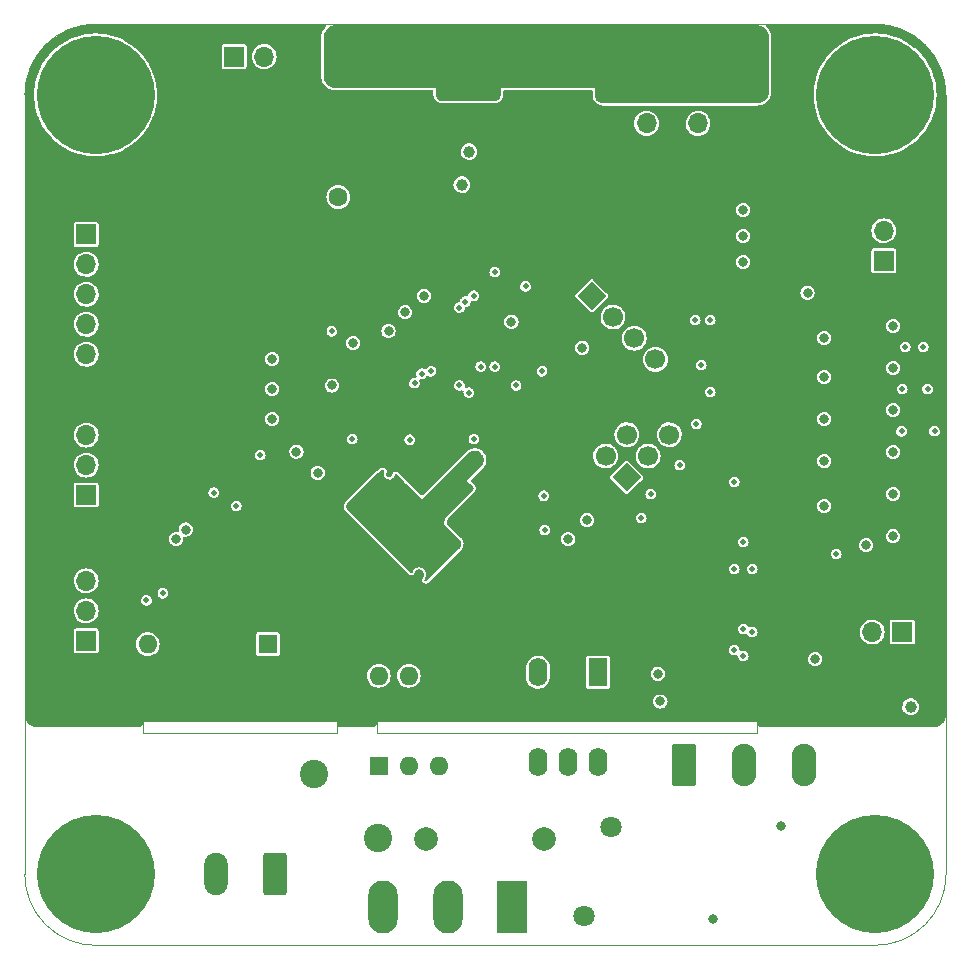
<source format=gbr>
%TF.GenerationSoftware,KiCad,Pcbnew,(6.0.1)*%
%TF.CreationDate,2022-01-24T11:40:52+04:00*%
%TF.ProjectId,BEEIRON v0.0,42454549-524f-44e2-9076-302e302e6b69,rev?*%
%TF.SameCoordinates,Original*%
%TF.FileFunction,Copper,L2,Inr*%
%TF.FilePolarity,Positive*%
%FSLAX46Y46*%
G04 Gerber Fmt 4.6, Leading zero omitted, Abs format (unit mm)*
G04 Created by KiCad (PCBNEW (6.0.1)) date 2022-01-24 11:40:52*
%MOMM*%
%LPD*%
G01*
G04 APERTURE LIST*
G04 Aperture macros list*
%AMRoundRect*
0 Rectangle with rounded corners*
0 $1 Rounding radius*
0 $2 $3 $4 $5 $6 $7 $8 $9 X,Y pos of 4 corners*
0 Add a 4 corners polygon primitive as box body*
4,1,4,$2,$3,$4,$5,$6,$7,$8,$9,$2,$3,0*
0 Add four circle primitives for the rounded corners*
1,1,$1+$1,$2,$3*
1,1,$1+$1,$4,$5*
1,1,$1+$1,$6,$7*
1,1,$1+$1,$8,$9*
0 Add four rect primitives between the rounded corners*
20,1,$1+$1,$2,$3,$4,$5,0*
20,1,$1+$1,$4,$5,$6,$7,0*
20,1,$1+$1,$6,$7,$8,$9,0*
20,1,$1+$1,$8,$9,$2,$3,0*%
%AMHorizOval*
0 Thick line with rounded ends*
0 $1 width*
0 $2 $3 position (X,Y) of the first rounded end (center of the circle)*
0 $4 $5 position (X,Y) of the second rounded end (center of the circle)*
0 Add line between two ends*
20,1,$1,$2,$3,$4,$5,0*
0 Add two circle primitives to create the rounded ends*
1,1,$1,$2,$3*
1,1,$1,$4,$5*%
%AMRotRect*
0 Rectangle, with rotation*
0 The origin of the aperture is its center*
0 $1 length*
0 $2 width*
0 $3 Rotation angle, in degrees counterclockwise*
0 Add horizontal line*
21,1,$1,$2,0,0,$3*%
G04 Aperture macros list end*
%TA.AperFunction,Profile*%
%ADD10C,0.100000*%
%TD*%
%TA.AperFunction,ComponentPad*%
%ADD11C,1.600000*%
%TD*%
%TA.AperFunction,ComponentPad*%
%ADD12C,2.000000*%
%TD*%
%TA.AperFunction,ComponentPad*%
%ADD13R,1.700000X1.700000*%
%TD*%
%TA.AperFunction,ComponentPad*%
%ADD14O,1.700000X1.700000*%
%TD*%
%TA.AperFunction,ComponentPad*%
%ADD15C,0.900000*%
%TD*%
%TA.AperFunction,ComponentPad*%
%ADD16C,10.000000*%
%TD*%
%TA.AperFunction,ComponentPad*%
%ADD17C,2.400000*%
%TD*%
%TA.AperFunction,ComponentPad*%
%ADD18HorizOval,2.400000X0.000000X0.000000X0.000000X0.000000X0*%
%TD*%
%TA.AperFunction,ComponentPad*%
%ADD19R,1.600000X1.600000*%
%TD*%
%TA.AperFunction,ComponentPad*%
%ADD20O,1.600000X1.600000*%
%TD*%
%TA.AperFunction,ComponentPad*%
%ADD21RoundRect,0.249999X-0.790001X-1.550001X0.790001X-1.550001X0.790001X1.550001X-0.790001X1.550001X0*%
%TD*%
%TA.AperFunction,ComponentPad*%
%ADD22O,2.080000X3.600000*%
%TD*%
%TA.AperFunction,ComponentPad*%
%ADD23RotRect,1.700000X1.700000X135.000000*%
%TD*%
%TA.AperFunction,ComponentPad*%
%ADD24HorizOval,1.700000X0.000000X0.000000X0.000000X0.000000X0*%
%TD*%
%TA.AperFunction,ComponentPad*%
%ADD25R,1.600000X2.400000*%
%TD*%
%TA.AperFunction,ComponentPad*%
%ADD26O,1.600000X2.400000*%
%TD*%
%TA.AperFunction,ComponentPad*%
%ADD27R,2.500000X4.500000*%
%TD*%
%TA.AperFunction,ComponentPad*%
%ADD28O,2.500000X4.500000*%
%TD*%
%TA.AperFunction,ComponentPad*%
%ADD29RoundRect,0.250000X0.750000X1.550000X-0.750000X1.550000X-0.750000X-1.550000X0.750000X-1.550000X0*%
%TD*%
%TA.AperFunction,ComponentPad*%
%ADD30O,2.000000X3.600000*%
%TD*%
%TA.AperFunction,ComponentPad*%
%ADD31C,1.800000*%
%TD*%
%TA.AperFunction,ComponentPad*%
%ADD32RotRect,1.700000X1.700000X45.000000*%
%TD*%
%TA.AperFunction,ComponentPad*%
%ADD33HorizOval,1.700000X0.000000X0.000000X0.000000X0.000000X0*%
%TD*%
%TA.AperFunction,ViaPad*%
%ADD34C,0.800000*%
%TD*%
%TA.AperFunction,ViaPad*%
%ADD35C,1.000000*%
%TD*%
%TA.AperFunction,ViaPad*%
%ADD36C,0.500000*%
%TD*%
%TA.AperFunction,Conductor*%
%ADD37C,0.300000*%
%TD*%
%ADD38C,0.350000*%
%ADD39C,0.300000*%
G04 APERTURE END LIST*
D10*
X181000000Y-64000000D02*
G75*
G03*
X175000000Y-58000000I-5999999J1D01*
G01*
X181000000Y-130000000D02*
X181000000Y-64000000D01*
X103000000Y-64000000D02*
X103000000Y-130000000D01*
X109000000Y-58000000D02*
G75*
G03*
X103000000Y-64000000I-1J-5999999D01*
G01*
X132800000Y-117000000D02*
X165000000Y-117000000D01*
X129400000Y-117000000D02*
X113000000Y-117000000D01*
X132800000Y-117000000D02*
X132800000Y-118000000D01*
X113000000Y-117000000D02*
X113000000Y-118000000D01*
X165000000Y-118000000D02*
X132800000Y-118000000D01*
X103000000Y-130000000D02*
G75*
G03*
X109000000Y-136000000I5999999J-1D01*
G01*
X175000000Y-58000000D02*
X109000000Y-58000000D01*
X113000000Y-118000000D02*
X129400000Y-118000000D01*
X109000000Y-136000000D02*
X175000000Y-136000000D01*
X175000000Y-136000000D02*
G75*
G03*
X181000000Y-130000000I1J5999999D01*
G01*
X129400000Y-117000000D02*
X129400000Y-118000000D01*
X165000000Y-117000000D02*
X165000000Y-118000000D01*
D11*
%TO.N,+12V*%
%TO.C,C7*%
X129540000Y-72644000D03*
%TO.N,GND*%
X129540000Y-76144000D03*
%TD*%
D12*
%TO.N,Net-(C20-Pad1)*%
%TO.C,C20*%
X137000000Y-127000000D03*
%TO.N,Net-(BR2-Pad~{.})*%
X147000000Y-127000000D03*
%TD*%
D13*
%TO.N,TXD*%
%TO.C,J4*%
X175731000Y-78046000D03*
D14*
%TO.N,RXD*%
X175731000Y-75506000D03*
%TO.N,GND*%
X175731000Y-72966000D03*
%TD*%
D13*
%TO.N,+5V*%
%TO.C,J5*%
X177292000Y-109474000D03*
D14*
%TO.N,Earth_Protective*%
X174752000Y-109474000D03*
%TO.N,GND*%
X172212000Y-109474000D03*
%TD*%
D13*
%TO.N,+5V*%
%TO.C,J11*%
X160000000Y-63875000D03*
D14*
%TO.N,+3V3*%
X160000000Y-66415000D03*
%TO.N,GND*%
X160000000Y-68955000D03*
%TD*%
D13*
%TO.N,Net-(BR1-Pad~)*%
%TO.C,J1*%
X120725000Y-60750000D03*
D14*
%TO.N,Net-(BR1-Pad~{.})*%
X123265000Y-60750000D03*
%TD*%
D15*
%TO.N,unconnected-(H2-Pad1)*%
%TO.C,H2*%
X177651650Y-66651650D03*
X175000000Y-60250000D03*
X172348350Y-61348350D03*
X178750000Y-64000000D03*
X171250000Y-64000000D03*
X172348350Y-66651650D03*
D16*
X175000000Y-64000000D03*
D15*
X177651650Y-61348350D03*
X175000000Y-67750000D03*
%TD*%
D17*
%TO.N,I_SENSE*%
%TO.C,R32*%
X127518056Y-121518056D03*
D18*
%TO.N,Net-(C20-Pad1)*%
X132906210Y-126906210D03*
%TD*%
D13*
%TO.N,+5V*%
%TO.C,J10*%
X155652393Y-63874870D03*
D14*
%TO.N,+3V3*%
X155652393Y-66414870D03*
%TO.N,GND*%
X155652393Y-68954870D03*
%TD*%
D19*
%TO.N,Net-(R35-Pad2)*%
%TO.C,U9*%
X132975000Y-120800000D03*
D20*
%TO.N,T1*%
X135515000Y-120800000D03*
%TO.N,unconnected-(U9-Pad3)*%
X138055000Y-120800000D03*
%TO.N,GND*%
X138055000Y-113180000D03*
%TO.N,D2*%
X135515000Y-113180000D03*
%TO.N,unconnected-(U9-Pad6)*%
X132975000Y-113180000D03*
%TD*%
D21*
%TO.N,IRON_BLU*%
%TO.C,J8*%
X158840000Y-120700000D03*
D22*
%TO.N,IRON_RED*%
X163920000Y-120700000D03*
%TO.N,IRON_GRN*%
X169000000Y-120700000D03*
%TD*%
D23*
%TO.N,D12{slash}SDO*%
%TO.C,J7*%
X153979773Y-96362329D03*
D24*
%TO.N,+5V*%
X152183722Y-94566278D03*
%TO.N,D13{slash}SCK*%
X155775824Y-94566278D03*
%TO.N,D11{slash}SDI*%
X153979773Y-92770227D03*
%TO.N,RST*%
X157571875Y-92770227D03*
%TO.N,GND*%
X155775824Y-90974175D03*
%TD*%
D15*
%TO.N,unconnected-(H1-Pad1)*%
%TO.C,H1*%
X106348350Y-61348350D03*
X112750000Y-64000000D03*
X106348350Y-66651650D03*
X109000000Y-67750000D03*
X111651650Y-66651650D03*
D16*
X109000000Y-64000000D03*
D15*
X105250000Y-64000000D03*
X111651650Y-61348350D03*
X109000000Y-60250000D03*
%TD*%
D25*
%TO.N,Net-(R34-Pad1)*%
%TO.C,U8*%
X151525000Y-112880000D03*
D26*
%TO.N,GND*%
X148985000Y-112880000D03*
%TO.N,unconnected-(U8-Pad3)*%
X146445000Y-112880000D03*
%TO.N,Net-(R30-Pad2)*%
X146445000Y-120500000D03*
%TO.N,unconnected-(U8-Pad5)*%
X148985000Y-120500000D03*
%TO.N,Net-(Q7-Pad3)*%
X151525000Y-120500000D03*
%TD*%
D27*
%TO.N,Net-(BR2-Pad~{.})*%
%TO.C,Q7*%
X144250000Y-132750000D03*
D28*
%TO.N,I_SENSE*%
X138800000Y-132750000D03*
%TO.N,Net-(Q7-Pad3)*%
X133350000Y-132750000D03*
%TD*%
D13*
%TO.N,SDA*%
%TO.C,J2*%
X108200000Y-110220000D03*
D14*
%TO.N,SCL*%
X108200000Y-107680000D03*
%TO.N,+5V*%
X108200000Y-105140000D03*
%TO.N,GND*%
X108200000Y-102600000D03*
%TD*%
D15*
%TO.N,unconnected-(H3-Pad1)*%
%TO.C,H3*%
X175000000Y-126250000D03*
D16*
X175000000Y-130000000D03*
D15*
X172348350Y-132651650D03*
X175000000Y-133750000D03*
X171250000Y-130000000D03*
X172348350Y-127348350D03*
X178750000Y-130000000D03*
X177651650Y-132651650D03*
X177651650Y-127348350D03*
%TD*%
D13*
%TO.N,D8*%
%TO.C,J6*%
X108200000Y-97880000D03*
D14*
%TO.N,D9*%
X108200000Y-95340000D03*
%TO.N,D4*%
X108200000Y-92800000D03*
%TO.N,GND*%
X108200000Y-90260000D03*
%TD*%
D29*
%TO.N,IRON_BLU*%
%TO.C,J12*%
X124200000Y-130000000D03*
D30*
%TO.N,Net-(BR2-Pad~{.})*%
X119200000Y-130000000D03*
%TD*%
D19*
%TO.N,A1{slash}VOLTAGE*%
%TO.C,D3*%
X123580000Y-110500000D03*
D20*
%TO.N,T1*%
X113420000Y-110500000D03*
%TD*%
D13*
%TO.N,A1{slash}VOLTAGE*%
%TO.C,J9*%
X108200000Y-75800000D03*
D14*
%TO.N,A2*%
X108200000Y-78340000D03*
%TO.N,A3*%
X108200000Y-80880000D03*
%TO.N,A6*%
X108200000Y-83420000D03*
%TO.N,A7*%
X108200000Y-85960000D03*
%TD*%
D15*
%TO.N,unconnected-(H4-Pad1)*%
%TO.C,H4*%
X112750000Y-130000000D03*
X106348350Y-127348350D03*
X109000000Y-126250000D03*
X109000000Y-133750000D03*
X106348350Y-132651650D03*
X111651650Y-127348350D03*
D16*
X109000000Y-130000000D03*
D15*
X111651650Y-132651650D03*
X105250000Y-130000000D03*
%TD*%
D31*
%TO.N,I_SENSE*%
%TO.C,RV1*%
X150350000Y-133500000D03*
%TO.N,Net-(BR2-Pad~{.})*%
X152650000Y-126000000D03*
%TD*%
D32*
%TO.N,D13{slash}SCK*%
%TO.C,J3*%
X151007898Y-81007898D03*
D33*
%TO.N,D12{slash}SDO*%
X152803949Y-82803949D03*
%TO.N,D11{slash}SDI*%
X154600000Y-84600000D03*
%TO.N,D10{slash}CS*%
X156396052Y-86396052D03*
%TD*%
D34*
%TO.N,GND*%
X167132000Y-59436000D03*
X147400000Y-82200000D03*
X114808000Y-79248000D03*
X148800000Y-83600000D03*
X114808000Y-76200000D03*
D35*
X131064000Y-75946000D03*
D34*
X142748000Y-116332000D03*
D35*
X147000000Y-71400000D03*
D34*
X133604000Y-64008000D03*
X154400000Y-105000000D03*
X113792000Y-88900000D03*
X113792000Y-116332000D03*
X175768000Y-116332000D03*
D35*
X149200000Y-71400000D03*
D34*
X114808000Y-82296000D03*
X158800000Y-106800000D03*
X139700000Y-116332000D03*
X106125000Y-114500000D03*
X124460000Y-116332000D03*
D36*
X133860000Y-96110000D03*
X139192000Y-91694000D03*
D34*
X127508000Y-60960000D03*
X161036000Y-116332000D03*
X159512000Y-116332000D03*
X141224000Y-116332000D03*
X150368000Y-116332000D03*
X144272000Y-116332000D03*
X130556000Y-64008000D03*
X111760000Y-76200000D03*
X162560000Y-116332000D03*
X136400000Y-104600000D03*
X147320000Y-116332000D03*
D35*
X144200000Y-68800000D03*
D36*
X135500000Y-96500000D03*
D34*
X127508000Y-64008000D03*
X153416000Y-116332000D03*
X138176000Y-116332000D03*
X113792000Y-91440000D03*
X167132000Y-63500000D03*
D36*
X140208000Y-92710000D03*
D34*
X127508000Y-59436000D03*
X114300000Y-93726000D03*
X164084000Y-116332000D03*
X154940000Y-116332000D03*
D36*
X119888000Y-96901000D03*
D34*
X122936000Y-116332000D03*
X167132000Y-61468000D03*
X113538000Y-86360000D03*
X151892000Y-116332000D03*
X167355492Y-116332000D03*
X113284000Y-79248000D03*
D35*
X124200000Y-74200000D03*
D34*
X167132000Y-65532000D03*
D35*
X164400000Y-66000000D03*
D34*
X133604000Y-116332000D03*
X136652000Y-116332000D03*
X132080000Y-64008000D03*
D35*
X137922000Y-71628000D03*
D34*
X129032000Y-64008000D03*
X135128000Y-116332000D03*
X118364000Y-116332000D03*
X111760000Y-79248000D03*
X135636000Y-64008000D03*
D36*
X134300000Y-94500000D03*
D35*
X148000000Y-64800000D03*
X179600000Y-115800000D03*
D34*
X147600000Y-80200000D03*
X145796000Y-116332000D03*
X127508000Y-62484000D03*
X113284000Y-82296000D03*
X148844000Y-116332000D03*
X124206000Y-99568000D03*
X157400000Y-112200000D03*
X154400000Y-106400000D03*
X174244000Y-116332000D03*
X116840000Y-116332000D03*
X112268000Y-116840000D03*
X151800000Y-86600000D03*
X113284000Y-76200000D03*
D36*
X144000000Y-88000000D03*
D34*
X156464000Y-116332000D03*
X116332000Y-82296000D03*
X157988000Y-116332000D03*
%TO.N,+3V3*%
X176530000Y-94234000D03*
X176530000Y-87122000D03*
X174244000Y-102120500D03*
X169926000Y-111760000D03*
X176508023Y-101367977D03*
X176530000Y-97790000D03*
X176530000Y-90678000D03*
X176530000Y-83566000D03*
D35*
%TO.N,+5V*%
X154500000Y-59500000D03*
X159000000Y-61500000D03*
X144000000Y-61500000D03*
D34*
X163831000Y-78146000D03*
X170688000Y-87884000D03*
X136800000Y-81000000D03*
D35*
X131500000Y-61500000D03*
X161000000Y-61500000D03*
D34*
X150600000Y-100000000D03*
D35*
X165000000Y-59500000D03*
D34*
X126000000Y-94200000D03*
D36*
X141026963Y-93122456D03*
D35*
X159000000Y-59500000D03*
X140000000Y-71600000D03*
X142400000Y-63400000D03*
D34*
X123952000Y-91440000D03*
D35*
X131500000Y-59500000D03*
D34*
X123952000Y-86360000D03*
D35*
X154500000Y-61500000D03*
D34*
X163831000Y-73746000D03*
X170688000Y-94996000D03*
D35*
X138800000Y-63400000D03*
X135500000Y-59500000D03*
D34*
X170688000Y-84582000D03*
D35*
X165000000Y-61500000D03*
X137500000Y-59500000D03*
X152000000Y-61500000D03*
X149000000Y-62200000D03*
D36*
X135600000Y-93200000D03*
D35*
X140600000Y-62800000D03*
D34*
X149000000Y-101600000D03*
D35*
X137500000Y-61500000D03*
X133500000Y-59500000D03*
X150000000Y-59500000D03*
X163000000Y-59500000D03*
X146000000Y-59500000D03*
D34*
X170688000Y-98806000D03*
D35*
X163000000Y-61500000D03*
X147000000Y-62200000D03*
X142000000Y-59200000D03*
X161000000Y-59500000D03*
X133500000Y-61500000D03*
D34*
X130800000Y-85000000D03*
X144200000Y-83200000D03*
D35*
X178000000Y-115800000D03*
X140600000Y-68800000D03*
X156500000Y-61500000D03*
D36*
X144600000Y-88600000D03*
X120904000Y-98806000D03*
D35*
X144000000Y-59500000D03*
D34*
X133800000Y-84000000D03*
X150200000Y-85400000D03*
X170688000Y-91440000D03*
X163831000Y-75946000D03*
X129000000Y-88600000D03*
D35*
X129500000Y-61500000D03*
D36*
X122936000Y-94488000D03*
D35*
X148000000Y-59500000D03*
D34*
X127800000Y-96000000D03*
X169275211Y-80742988D03*
D35*
X139600000Y-59200000D03*
D34*
X135200000Y-82400000D03*
D35*
X164400000Y-64200000D03*
D36*
X118999000Y-97663000D03*
D35*
X135500000Y-61500000D03*
X156500000Y-59500000D03*
X129500000Y-59500000D03*
D34*
X123952000Y-88900000D03*
D35*
X152000000Y-59500000D03*
D36*
%TO.N,D10{slash}CS*%
X155194000Y-99822000D03*
X159857000Y-91857000D03*
%TO.N,DDRY*%
X163068000Y-110998000D03*
X171704000Y-102870000D03*
%TO.N,D13{slash}SCK*%
X161036000Y-89154000D03*
X161036000Y-83058000D03*
%TO.N,D11{slash}SDI*%
X158452641Y-95347359D03*
X156000000Y-97800000D03*
%TO.N,CS*%
X180031978Y-92456000D03*
X177229500Y-92476502D03*
%TO.N,RXD*%
X136600000Y-87600000D03*
%TO.N,TXD*%
X137400000Y-87400000D03*
D34*
%TO.N,SDA*%
X115824000Y-101600000D03*
D36*
X140600000Y-89200000D03*
%TO.N,SCL*%
X139800000Y-88600000D03*
D34*
X116624000Y-100800000D03*
D36*
%TO.N,D12{slash}SDO*%
X160274000Y-86868000D03*
X159766000Y-83058000D03*
%TO.N,D8*%
X146939303Y-97939303D03*
X113300000Y-106800000D03*
%TO.N,D9*%
X147027207Y-100831793D03*
X114700000Y-106200000D03*
%TO.N,D4*%
X130725000Y-93125000D03*
%TO.N,SCK*%
X179432478Y-88900000D03*
X177292000Y-88900000D03*
%TO.N,A2*%
X139800000Y-82000000D03*
%TO.N,A3*%
X136000000Y-88400000D03*
X141600000Y-87000000D03*
%TO.N,A6*%
X145400000Y-80200000D03*
X146800000Y-87400000D03*
%TO.N,A7*%
X141000000Y-81000000D03*
X142800000Y-79000000D03*
X129000000Y-84019500D03*
%TO.N,SDO*%
X179070000Y-85344000D03*
X177546000Y-85344000D03*
D34*
%TO.N,IRON_RED*%
X156815204Y-115349500D03*
X156600000Y-113000000D03*
D36*
%TO.N,IRON_GRN*%
X163068000Y-104140000D03*
X164592000Y-109474000D03*
X164592000Y-104140000D03*
%TO.N,A1{slash}VOLTAGE*%
X140291689Y-81502460D03*
%TO.N,D6{slash}FAULT*%
X163830000Y-101854000D03*
X163830000Y-109220000D03*
X163068000Y-96774000D03*
X163830000Y-111506000D03*
%TO.N,A0{slash}CURRENT*%
X142800000Y-87000000D03*
D34*
X167005000Y-125857000D03*
X161239200Y-133781800D03*
%TD*%
D37*
%TO.N,GND*%
X136200000Y-104800000D02*
X134800000Y-106200000D01*
%TD*%
%TA.AperFunction,Conductor*%
%TO.N,GND*%
G36*
X128460339Y-58030002D02*
G01*
X128506832Y-58083658D01*
X128516936Y-58153932D01*
X128487442Y-58218512D01*
X128475556Y-58230375D01*
X128475601Y-58230424D01*
X128461058Y-58243605D01*
X128443605Y-58261058D01*
X128430424Y-58275601D01*
X128429454Y-58276783D01*
X128429441Y-58276798D01*
X128407798Y-58303171D01*
X128321797Y-58407964D01*
X128310106Y-58423726D01*
X128296388Y-58444256D01*
X128286296Y-58461093D01*
X128285569Y-58462454D01*
X128285564Y-58462462D01*
X128283694Y-58465961D01*
X128205586Y-58612092D01*
X128197198Y-58629827D01*
X128196605Y-58631259D01*
X128188329Y-58651235D01*
X128188322Y-58651253D01*
X128187745Y-58652646D01*
X128181130Y-58671134D01*
X128131427Y-58834987D01*
X128126657Y-58854030D01*
X128126358Y-58855534D01*
X128122641Y-58874225D01*
X128121840Y-58878250D01*
X128121612Y-58879788D01*
X128119188Y-58896126D01*
X128119185Y-58896147D01*
X128118961Y-58897660D01*
X128118810Y-58899192D01*
X128118809Y-58899201D01*
X128111566Y-58972747D01*
X128101570Y-59074234D01*
X128100848Y-59084019D01*
X128100241Y-59096369D01*
X128100000Y-59106187D01*
X128100000Y-62393813D01*
X128100241Y-62403631D01*
X128100848Y-62415981D01*
X128101570Y-62425766D01*
X128118961Y-62602340D01*
X128119185Y-62603853D01*
X128119188Y-62603874D01*
X128121151Y-62617105D01*
X128121840Y-62621750D01*
X128126657Y-62645970D01*
X128131427Y-62665013D01*
X128181130Y-62828865D01*
X128187744Y-62847350D01*
X128197197Y-62870170D01*
X128205586Y-62887908D01*
X128286296Y-63038907D01*
X128296388Y-63055744D01*
X128297251Y-63057036D01*
X128297257Y-63057045D01*
X128301208Y-63062957D01*
X128310106Y-63076274D01*
X128321797Y-63092036D01*
X128327354Y-63098807D01*
X128429441Y-63223202D01*
X128429454Y-63223217D01*
X128430424Y-63224399D01*
X128443605Y-63238942D01*
X128461058Y-63256395D01*
X128475601Y-63269576D01*
X128476783Y-63270546D01*
X128476798Y-63270559D01*
X128574268Y-63350550D01*
X128607964Y-63378203D01*
X128623726Y-63389894D01*
X128625010Y-63390752D01*
X128625020Y-63390759D01*
X128641349Y-63401669D01*
X128644253Y-63403610D01*
X128661089Y-63413701D01*
X128753303Y-63462991D01*
X128753306Y-63462992D01*
X128812094Y-63494414D01*
X128829827Y-63502802D01*
X128831251Y-63503392D01*
X128831258Y-63503395D01*
X128851235Y-63511671D01*
X128851253Y-63511678D01*
X128852646Y-63512255D01*
X128871134Y-63518870D01*
X129034987Y-63568573D01*
X129047241Y-63571643D01*
X129052539Y-63572970D01*
X129052548Y-63572972D01*
X129054033Y-63573344D01*
X129078250Y-63578160D01*
X129079766Y-63578385D01*
X129079767Y-63578385D01*
X129096151Y-63580815D01*
X129096159Y-63580816D01*
X129097656Y-63581038D01*
X129099174Y-63581188D01*
X129099178Y-63581188D01*
X129273459Y-63598354D01*
X129273478Y-63598356D01*
X129274233Y-63598430D01*
X129284019Y-63599152D01*
X129289483Y-63599421D01*
X129295548Y-63599719D01*
X129295576Y-63599720D01*
X129296369Y-63599759D01*
X129302634Y-63599913D01*
X129305451Y-63599982D01*
X129305456Y-63599982D01*
X129306187Y-63600000D01*
X137474000Y-63600000D01*
X137542121Y-63620002D01*
X137588614Y-63673658D01*
X137600000Y-63726000D01*
X137600000Y-63950000D01*
X137601711Y-63976106D01*
X137601981Y-63978153D01*
X137601981Y-63978158D01*
X137611439Y-64049999D01*
X137618287Y-64102010D01*
X137618687Y-64104021D01*
X137618689Y-64104033D01*
X137619490Y-64108060D01*
X137623391Y-64127668D01*
X137631904Y-64159439D01*
X137640313Y-64184211D01*
X137641103Y-64186117D01*
X137641104Y-64186121D01*
X137642407Y-64189267D01*
X137682562Y-64286210D01*
X137694134Y-64309677D01*
X137695171Y-64311472D01*
X137695172Y-64311475D01*
X137703969Y-64326712D01*
X137710581Y-64338163D01*
X137725115Y-64359913D01*
X137792324Y-64447501D01*
X137793684Y-64449052D01*
X137793690Y-64449059D01*
X137801369Y-64457814D01*
X137809573Y-64467169D01*
X137832831Y-64490427D01*
X137834388Y-64491792D01*
X137834396Y-64491800D01*
X137850941Y-64506310D01*
X137852499Y-64507676D01*
X137854137Y-64508933D01*
X137854142Y-64508937D01*
X137875795Y-64525552D01*
X137940087Y-64574885D01*
X137961837Y-64589419D01*
X137990323Y-64605866D01*
X138013790Y-64617438D01*
X138115789Y-64659687D01*
X138140561Y-64668096D01*
X138172332Y-64676609D01*
X138184940Y-64679117D01*
X138195967Y-64681311D01*
X138195979Y-64681313D01*
X138197990Y-64681713D01*
X138200037Y-64681982D01*
X138200040Y-64681983D01*
X138314671Y-64697075D01*
X138314687Y-64697077D01*
X138315706Y-64697211D01*
X138316726Y-64697311D01*
X138316748Y-64697314D01*
X138327685Y-64698391D01*
X138328731Y-64698494D01*
X138329785Y-64698563D01*
X138329784Y-64698563D01*
X138344170Y-64699506D01*
X138344174Y-64699506D01*
X138345178Y-64699572D01*
X138351718Y-64699786D01*
X138357267Y-64699968D01*
X138357294Y-64699968D01*
X138358259Y-64700000D01*
X142741741Y-64700000D01*
X142742706Y-64699968D01*
X142742733Y-64699968D01*
X142748282Y-64699786D01*
X142754822Y-64699572D01*
X142755826Y-64699506D01*
X142755830Y-64699506D01*
X142770216Y-64698563D01*
X142770215Y-64698563D01*
X142771269Y-64698494D01*
X142772315Y-64698391D01*
X142783252Y-64697314D01*
X142783274Y-64697311D01*
X142784294Y-64697211D01*
X142785313Y-64697077D01*
X142785329Y-64697075D01*
X142899960Y-64681983D01*
X142899963Y-64681982D01*
X142902010Y-64681713D01*
X142904021Y-64681313D01*
X142904033Y-64681311D01*
X142915060Y-64679117D01*
X142927668Y-64676609D01*
X142959439Y-64668096D01*
X142984211Y-64659687D01*
X143086210Y-64617438D01*
X143109677Y-64605866D01*
X143138163Y-64589419D01*
X143159913Y-64574885D01*
X143224205Y-64525552D01*
X143245858Y-64508937D01*
X143245863Y-64508933D01*
X143247501Y-64507676D01*
X143249059Y-64506310D01*
X143265604Y-64491800D01*
X143265612Y-64491792D01*
X143267169Y-64490427D01*
X143290427Y-64467169D01*
X143298632Y-64457814D01*
X143306310Y-64449059D01*
X143306316Y-64449052D01*
X143307676Y-64447501D01*
X143374885Y-64359913D01*
X143389419Y-64338163D01*
X143396031Y-64326712D01*
X143404828Y-64311475D01*
X143404829Y-64311472D01*
X143405866Y-64309677D01*
X143417438Y-64286210D01*
X143457593Y-64189267D01*
X143458896Y-64186121D01*
X143458897Y-64186117D01*
X143459687Y-64184211D01*
X143468096Y-64159439D01*
X143476609Y-64127668D01*
X143480510Y-64108060D01*
X143481311Y-64104033D01*
X143481313Y-64104021D01*
X143481713Y-64102010D01*
X143488561Y-64049999D01*
X143498019Y-63978158D01*
X143498019Y-63978153D01*
X143498289Y-63976106D01*
X143500000Y-63950000D01*
X143500000Y-63726000D01*
X143520002Y-63657879D01*
X143573658Y-63611386D01*
X143626000Y-63600000D01*
X150974000Y-63600000D01*
X151042121Y-63620002D01*
X151088614Y-63673658D01*
X151100000Y-63726000D01*
X151100000Y-64049999D01*
X151101711Y-64076104D01*
X151101979Y-64078137D01*
X151115944Y-64184211D01*
X151121694Y-64227890D01*
X151126797Y-64253547D01*
X151127324Y-64255512D01*
X151127327Y-64255527D01*
X151131250Y-64270166D01*
X151135310Y-64285319D01*
X151143720Y-64310093D01*
X151195959Y-64436210D01*
X151207531Y-64459677D01*
X151223978Y-64488163D01*
X151238512Y-64509913D01*
X151239762Y-64511542D01*
X151320319Y-64616525D01*
X151321613Y-64618212D01*
X151338862Y-64637880D01*
X151362120Y-64661138D01*
X151363677Y-64662503D01*
X151363685Y-64662511D01*
X151380230Y-64677021D01*
X151381788Y-64678387D01*
X151383426Y-64679644D01*
X151383431Y-64679648D01*
X151426763Y-64712898D01*
X151490087Y-64761488D01*
X151511837Y-64776022D01*
X151540323Y-64792469D01*
X151563790Y-64804041D01*
X151689907Y-64856280D01*
X151714681Y-64864690D01*
X151727494Y-64868123D01*
X151744473Y-64872673D01*
X151744488Y-64872676D01*
X151746453Y-64873203D01*
X151772110Y-64878306D01*
X151774133Y-64878572D01*
X151774143Y-64878574D01*
X151914681Y-64897076D01*
X151914686Y-64897077D01*
X151915707Y-64897211D01*
X151928731Y-64898494D01*
X151941382Y-64899323D01*
X151944169Y-64899506D01*
X151944173Y-64899506D01*
X151945177Y-64899572D01*
X151951504Y-64899779D01*
X151957266Y-64899968D01*
X151957293Y-64899968D01*
X151958258Y-64900000D01*
X154672262Y-64900000D01*
X154716888Y-64908876D01*
X154724162Y-64913737D01*
X154782645Y-64925370D01*
X156522141Y-64925370D01*
X156580624Y-64913737D01*
X156587898Y-64908876D01*
X156632524Y-64900000D01*
X159019556Y-64900000D01*
X159064352Y-64908911D01*
X159071769Y-64913867D01*
X159130252Y-64925500D01*
X160869748Y-64925500D01*
X160928231Y-64913867D01*
X160935648Y-64908911D01*
X160980444Y-64900000D01*
X164359549Y-64900000D01*
X164361528Y-64900016D01*
X164466161Y-64901660D01*
X164466164Y-64901660D01*
X164473760Y-64901779D01*
X164479443Y-64900478D01*
X164488557Y-64900000D01*
X164993813Y-64900000D01*
X164994544Y-64899982D01*
X164994549Y-64899982D01*
X164997366Y-64899913D01*
X165003631Y-64899759D01*
X165004424Y-64899720D01*
X165004452Y-64899719D01*
X165010517Y-64899421D01*
X165015981Y-64899152D01*
X165025767Y-64898430D01*
X165026522Y-64898356D01*
X165026541Y-64898354D01*
X165030549Y-64897959D01*
X165200822Y-64881188D01*
X165200826Y-64881188D01*
X165202344Y-64881038D01*
X165203841Y-64880816D01*
X165203849Y-64880815D01*
X165220233Y-64878385D01*
X165220234Y-64878385D01*
X165221750Y-64878160D01*
X165245967Y-64873344D01*
X165247452Y-64872972D01*
X165247461Y-64872970D01*
X165252759Y-64871643D01*
X165265013Y-64868573D01*
X165428866Y-64818870D01*
X165447354Y-64812255D01*
X165448747Y-64811678D01*
X165448765Y-64811671D01*
X165468742Y-64803395D01*
X165468749Y-64803392D01*
X165470173Y-64802802D01*
X165487906Y-64794414D01*
X165546694Y-64762992D01*
X165546697Y-64762991D01*
X165547390Y-64762621D01*
X165569548Y-64750777D01*
X165638911Y-64713701D01*
X165655747Y-64703610D01*
X165663300Y-64698563D01*
X165674980Y-64690759D01*
X165674990Y-64690752D01*
X165676274Y-64689894D01*
X165692036Y-64678203D01*
X165767138Y-64616569D01*
X165823202Y-64570559D01*
X165823217Y-64570546D01*
X165824399Y-64569576D01*
X165838942Y-64556395D01*
X165856395Y-64538942D01*
X165869576Y-64524399D01*
X165870546Y-64523217D01*
X165870559Y-64523202D01*
X165977227Y-64393225D01*
X165978203Y-64392036D01*
X165989894Y-64376274D01*
X166003612Y-64355744D01*
X166013700Y-64338913D01*
X166019618Y-64327842D01*
X166019621Y-64327836D01*
X166062991Y-64246696D01*
X166062992Y-64246694D01*
X166094414Y-64187906D01*
X166102803Y-64170170D01*
X166112256Y-64147350D01*
X166118871Y-64128863D01*
X166125182Y-64108056D01*
X166157960Y-64000000D01*
X169794546Y-64000000D01*
X169814354Y-64453685D01*
X169836220Y-64619770D01*
X169873007Y-64899191D01*
X169873629Y-64903918D01*
X169971918Y-65347271D01*
X169972746Y-65349896D01*
X169972747Y-65349901D01*
X170075558Y-65675975D01*
X170108473Y-65780370D01*
X170282257Y-66199920D01*
X170491945Y-66602727D01*
X170735942Y-66985726D01*
X170737606Y-66987894D01*
X170737614Y-66987906D01*
X170887379Y-67183083D01*
X171012391Y-67346001D01*
X171014249Y-67348029D01*
X171014256Y-67348037D01*
X171317337Y-67678792D01*
X171319188Y-67680812D01*
X171321208Y-67682663D01*
X171651963Y-67985744D01*
X171651971Y-67985751D01*
X171653999Y-67987609D01*
X171656191Y-67989291D01*
X172012094Y-68262386D01*
X172012106Y-68262394D01*
X172014274Y-68264058D01*
X172397273Y-68508055D01*
X172800080Y-68717743D01*
X173219630Y-68891527D01*
X173222250Y-68892353D01*
X173222258Y-68892356D01*
X173650099Y-69027253D01*
X173650104Y-69027254D01*
X173652729Y-69028082D01*
X174096082Y-69126371D01*
X174098802Y-69126729D01*
X174098807Y-69126730D01*
X174266883Y-69148858D01*
X174546315Y-69185646D01*
X175000000Y-69205454D01*
X175453685Y-69185646D01*
X175733117Y-69148858D01*
X175901193Y-69126730D01*
X175901198Y-69126729D01*
X175903918Y-69126371D01*
X176347271Y-69028082D01*
X176349896Y-69027254D01*
X176349901Y-69027253D01*
X176777742Y-68892356D01*
X176777750Y-68892353D01*
X176780370Y-68891527D01*
X177199920Y-68717743D01*
X177602727Y-68508055D01*
X177985726Y-68264058D01*
X177987894Y-68262394D01*
X177987906Y-68262386D01*
X178343809Y-67989291D01*
X178346001Y-67987609D01*
X178348029Y-67985751D01*
X178348037Y-67985744D01*
X178678792Y-67682663D01*
X178680812Y-67680812D01*
X178682663Y-67678792D01*
X178985744Y-67348037D01*
X178985751Y-67348029D01*
X178987609Y-67346001D01*
X179112621Y-67183083D01*
X179262386Y-66987906D01*
X179262394Y-66987894D01*
X179264058Y-66985726D01*
X179508055Y-66602727D01*
X179717743Y-66199920D01*
X179891527Y-65780370D01*
X179924443Y-65675975D01*
X180027253Y-65349901D01*
X180027254Y-65349896D01*
X180028082Y-65347271D01*
X180126371Y-64903918D01*
X180126994Y-64899191D01*
X180163780Y-64619770D01*
X180185646Y-64453685D01*
X180205454Y-64000000D01*
X180185646Y-63546315D01*
X180143416Y-63225552D01*
X180126730Y-63098807D01*
X180126729Y-63098802D01*
X180126371Y-63096082D01*
X180028082Y-62652729D01*
X180018791Y-62623260D01*
X179892356Y-62222258D01*
X179892353Y-62222250D01*
X179891527Y-62219630D01*
X179717743Y-61800080D01*
X179508055Y-61397273D01*
X179264058Y-61014274D01*
X179262394Y-61012106D01*
X179262386Y-61012094D01*
X178989291Y-60656191D01*
X178987609Y-60653999D01*
X178985751Y-60651971D01*
X178985744Y-60651963D01*
X178682663Y-60321208D01*
X178680812Y-60319188D01*
X178678792Y-60317337D01*
X178348037Y-60014256D01*
X178348029Y-60014249D01*
X178346001Y-60012391D01*
X178319362Y-59991950D01*
X177987906Y-59737614D01*
X177987894Y-59737606D01*
X177985726Y-59735942D01*
X177602727Y-59491945D01*
X177199920Y-59282257D01*
X176780370Y-59108473D01*
X176777750Y-59107647D01*
X176777742Y-59107644D01*
X176349901Y-58972747D01*
X176349896Y-58972746D01*
X176347271Y-58971918D01*
X175903918Y-58873629D01*
X175901198Y-58873271D01*
X175901193Y-58873270D01*
X175733117Y-58851142D01*
X175453685Y-58814354D01*
X175000000Y-58794546D01*
X174546315Y-58814354D01*
X174266883Y-58851142D01*
X174098807Y-58873270D01*
X174098802Y-58873271D01*
X174096082Y-58873629D01*
X173652729Y-58971918D01*
X173650104Y-58972746D01*
X173650099Y-58972747D01*
X173222258Y-59107644D01*
X173222250Y-59107647D01*
X173219630Y-59108473D01*
X172800080Y-59282257D01*
X172397273Y-59491945D01*
X172014274Y-59735942D01*
X172012106Y-59737606D01*
X172012094Y-59737614D01*
X171680638Y-59991950D01*
X171653999Y-60012391D01*
X171651971Y-60014249D01*
X171651963Y-60014256D01*
X171321208Y-60317337D01*
X171319188Y-60319188D01*
X171317337Y-60321208D01*
X171014256Y-60651963D01*
X171014249Y-60651971D01*
X171012391Y-60653999D01*
X171010709Y-60656191D01*
X170737614Y-61012094D01*
X170737606Y-61012106D01*
X170735942Y-61014274D01*
X170491945Y-61397273D01*
X170282257Y-61800080D01*
X170108473Y-62219630D01*
X170107647Y-62222250D01*
X170107644Y-62222258D01*
X169981209Y-62623260D01*
X169971918Y-62652729D01*
X169873629Y-63096082D01*
X169873271Y-63098802D01*
X169873270Y-63098807D01*
X169856584Y-63225552D01*
X169814354Y-63546315D01*
X169794546Y-64000000D01*
X166157960Y-64000000D01*
X166168573Y-63965013D01*
X166173343Y-63945970D01*
X166178160Y-63921750D01*
X166178849Y-63917105D01*
X166180812Y-63903874D01*
X166180815Y-63903853D01*
X166181039Y-63902340D01*
X166198430Y-63725766D01*
X166199152Y-63715981D01*
X166199759Y-63703631D01*
X166200000Y-63693813D01*
X166200000Y-59106187D01*
X166199759Y-59096369D01*
X166199152Y-59084019D01*
X166198430Y-59074234D01*
X166188435Y-58972747D01*
X166181191Y-58899201D01*
X166181190Y-58899192D01*
X166181039Y-58897660D01*
X166180815Y-58896147D01*
X166180812Y-58896126D01*
X166178388Y-58879788D01*
X166178160Y-58878250D01*
X166177360Y-58874225D01*
X166173642Y-58855534D01*
X166173343Y-58854030D01*
X166168573Y-58834987D01*
X166118870Y-58671134D01*
X166112255Y-58652646D01*
X166111678Y-58651253D01*
X166111671Y-58651235D01*
X166103395Y-58631259D01*
X166102802Y-58629827D01*
X166094414Y-58612092D01*
X166016306Y-58465961D01*
X166014436Y-58462462D01*
X166014431Y-58462454D01*
X166013704Y-58461093D01*
X166003612Y-58444256D01*
X165989894Y-58423726D01*
X165978203Y-58407964D01*
X165892202Y-58303171D01*
X165870559Y-58276798D01*
X165870546Y-58276783D01*
X165869576Y-58275601D01*
X165856395Y-58261058D01*
X165838942Y-58243605D01*
X165824399Y-58230424D01*
X165824656Y-58230141D01*
X165786959Y-58171745D01*
X165786814Y-58100749D01*
X165825075Y-58040944D01*
X165889596Y-58011319D01*
X165907782Y-58010000D01*
X174997532Y-58010000D01*
X174998034Y-58010010D01*
X175000000Y-58010824D01*
X175001787Y-58010083D01*
X175002479Y-58010097D01*
X175465020Y-58028271D01*
X175474883Y-58029047D01*
X175932132Y-58083166D01*
X175941903Y-58084714D01*
X176128334Y-58121797D01*
X176393495Y-58174541D01*
X176403096Y-58176846D01*
X176643771Y-58244723D01*
X176846242Y-58301826D01*
X176855651Y-58304883D01*
X177131843Y-58406775D01*
X177275466Y-58459760D01*
X177287631Y-58464248D01*
X177296768Y-58468033D01*
X177714913Y-58660801D01*
X177723708Y-58665282D01*
X178029439Y-58836499D01*
X178125451Y-58890268D01*
X178133887Y-58895438D01*
X178139519Y-58899201D01*
X178516723Y-59151241D01*
X178524712Y-59157045D01*
X178680429Y-59279802D01*
X178886304Y-59442102D01*
X178893827Y-59448527D01*
X178940797Y-59491945D01*
X179231946Y-59761080D01*
X179238920Y-59768054D01*
X179337671Y-59874882D01*
X179551473Y-60106173D01*
X179557898Y-60113696D01*
X179603302Y-60171290D01*
X179834597Y-60464685D01*
X179842949Y-60475280D01*
X179848759Y-60483277D01*
X180013038Y-60729137D01*
X180104562Y-60866113D01*
X180109732Y-60874549D01*
X180334718Y-61276292D01*
X180339199Y-61285087D01*
X180496278Y-61625816D01*
X180531966Y-61703229D01*
X180535751Y-61712367D01*
X180543820Y-61734239D01*
X180695117Y-62144349D01*
X180698174Y-62153758D01*
X180823154Y-62596904D01*
X180825459Y-62606505D01*
X180836797Y-62663501D01*
X180915286Y-63058097D01*
X180916834Y-63067868D01*
X180970953Y-63525117D01*
X180971729Y-63534980D01*
X180989903Y-63997521D01*
X180989917Y-63998213D01*
X180989176Y-64000000D01*
X180989990Y-64001966D01*
X180990000Y-64002468D01*
X180990000Y-116595343D01*
X180989393Y-116607693D01*
X180982002Y-116682737D01*
X180977185Y-116706957D01*
X180927482Y-116870809D01*
X180918029Y-116893629D01*
X180849495Y-117021849D01*
X180837319Y-117044628D01*
X180823601Y-117065158D01*
X180714974Y-117197521D01*
X180697521Y-117214974D01*
X180565158Y-117323601D01*
X180544631Y-117337317D01*
X180529002Y-117345671D01*
X180393629Y-117418029D01*
X180370810Y-117427482D01*
X180206957Y-117477185D01*
X180182740Y-117482001D01*
X180006163Y-117499393D01*
X179993813Y-117500000D01*
X165262410Y-117500000D01*
X165237830Y-117497579D01*
X165213927Y-117492825D01*
X165178909Y-117485859D01*
X165133490Y-117467046D01*
X165113671Y-117453804D01*
X165094061Y-117440700D01*
X165059300Y-117405939D01*
X165032955Y-117366512D01*
X165014140Y-117321087D01*
X165012419Y-117312433D01*
X165010000Y-117287864D01*
X165010000Y-117001990D01*
X165010824Y-117000000D01*
X165007654Y-116992346D01*
X165001990Y-116990000D01*
X165000000Y-116989176D01*
X164998010Y-116990000D01*
X132801990Y-116990000D01*
X132800000Y-116989176D01*
X132798010Y-116990000D01*
X132792346Y-116992346D01*
X132789176Y-117000000D01*
X132790000Y-117001990D01*
X132790000Y-117287864D01*
X132787581Y-117312433D01*
X132785860Y-117321087D01*
X132767045Y-117366512D01*
X132740700Y-117405939D01*
X132705939Y-117440700D01*
X132686329Y-117453804D01*
X132666510Y-117467046D01*
X132621091Y-117485859D01*
X132586073Y-117492825D01*
X132562170Y-117497579D01*
X132537590Y-117500000D01*
X129662410Y-117500000D01*
X129637830Y-117497579D01*
X129613927Y-117492825D01*
X129578909Y-117485859D01*
X129533490Y-117467046D01*
X129513671Y-117453804D01*
X129494061Y-117440700D01*
X129459300Y-117405939D01*
X129432955Y-117366512D01*
X129414140Y-117321087D01*
X129412419Y-117312433D01*
X129410000Y-117287864D01*
X129410000Y-117001990D01*
X129410824Y-117000000D01*
X129407654Y-116992346D01*
X129401990Y-116990000D01*
X129400000Y-116989176D01*
X129398010Y-116990000D01*
X113001990Y-116990000D01*
X113000000Y-116989176D01*
X112998010Y-116990000D01*
X112992346Y-116992346D01*
X112989176Y-117000000D01*
X112990000Y-117001990D01*
X112990000Y-117287864D01*
X112987581Y-117312433D01*
X112985860Y-117321087D01*
X112967045Y-117366512D01*
X112940700Y-117405939D01*
X112905939Y-117440700D01*
X112886329Y-117453804D01*
X112866510Y-117467046D01*
X112821091Y-117485859D01*
X112786073Y-117492825D01*
X112762170Y-117497579D01*
X112737590Y-117500000D01*
X104006187Y-117500000D01*
X103993837Y-117499393D01*
X103817260Y-117482001D01*
X103793043Y-117477185D01*
X103629190Y-117427482D01*
X103606371Y-117418029D01*
X103470998Y-117345671D01*
X103455369Y-117337317D01*
X103434842Y-117323601D01*
X103302479Y-117214974D01*
X103285026Y-117197521D01*
X103176399Y-117065158D01*
X103162681Y-117044628D01*
X103150506Y-117021849D01*
X103081971Y-116893629D01*
X103072518Y-116870809D01*
X103022815Y-116706957D01*
X103017998Y-116682737D01*
X103010607Y-116607693D01*
X103010000Y-116595343D01*
X103010000Y-115349500D01*
X156209522Y-115349500D01*
X156230160Y-115506262D01*
X156290668Y-115652341D01*
X156386922Y-115777782D01*
X156512363Y-115874036D01*
X156658442Y-115934544D01*
X156815204Y-115955182D01*
X156823392Y-115954104D01*
X156963778Y-115935622D01*
X156971966Y-115934544D01*
X157118045Y-115874036D01*
X157224160Y-115792611D01*
X177294394Y-115792611D01*
X177312999Y-115961135D01*
X177371266Y-116120356D01*
X177375502Y-116126659D01*
X177375502Y-116126660D01*
X177388574Y-116146113D01*
X177465830Y-116261083D01*
X177471442Y-116266190D01*
X177471445Y-116266193D01*
X177585612Y-116370077D01*
X177585616Y-116370080D01*
X177591233Y-116375191D01*
X177597906Y-116378814D01*
X177597910Y-116378817D01*
X177733558Y-116452467D01*
X177733560Y-116452468D01*
X177740235Y-116456092D01*
X177747584Y-116458020D01*
X177896883Y-116497188D01*
X177896885Y-116497188D01*
X177904233Y-116499116D01*
X177990609Y-116500473D01*
X178066161Y-116501660D01*
X178066164Y-116501660D01*
X178073760Y-116501779D01*
X178081165Y-116500083D01*
X178081166Y-116500083D01*
X178141586Y-116486245D01*
X178239029Y-116463928D01*
X178390498Y-116387747D01*
X178519423Y-116277634D01*
X178618361Y-116139947D01*
X178626237Y-116120356D01*
X178678766Y-115989687D01*
X178678767Y-115989685D01*
X178681601Y-115982634D01*
X178696607Y-115877196D01*
X178704909Y-115818862D01*
X178704909Y-115818859D01*
X178705490Y-115814778D01*
X178705645Y-115800000D01*
X178703840Y-115785080D01*
X178686188Y-115639220D01*
X178685276Y-115631680D01*
X178625345Y-115473077D01*
X178546040Y-115357688D01*
X178533614Y-115339608D01*
X178533613Y-115339607D01*
X178529312Y-115333349D01*
X178517514Y-115322837D01*
X178408392Y-115225612D01*
X178408388Y-115225610D01*
X178402721Y-115220560D01*
X178252881Y-115141224D01*
X178088441Y-115099919D01*
X178080843Y-115099879D01*
X178080841Y-115099879D01*
X178003668Y-115099475D01*
X177918895Y-115099031D01*
X177911508Y-115100805D01*
X177911504Y-115100805D01*
X177768162Y-115135220D01*
X177754032Y-115138612D01*
X177747288Y-115142093D01*
X177747285Y-115142094D01*
X177633301Y-115200926D01*
X177603369Y-115216375D01*
X177475604Y-115327831D01*
X177378113Y-115466547D01*
X177316524Y-115624513D01*
X177294394Y-115792611D01*
X157224160Y-115792611D01*
X157243486Y-115777782D01*
X157339740Y-115652341D01*
X157400248Y-115506262D01*
X157420886Y-115349500D01*
X157400248Y-115192738D01*
X157339740Y-115046659D01*
X157243486Y-114921218D01*
X157118045Y-114824964D01*
X156971966Y-114764456D01*
X156815204Y-114743818D01*
X156658442Y-114764456D01*
X156512363Y-114824964D01*
X156386922Y-114921218D01*
X156290668Y-115046659D01*
X156230160Y-115192738D01*
X156209522Y-115349500D01*
X103010000Y-115349500D01*
X103010000Y-113165963D01*
X131969757Y-113165963D01*
X131986175Y-113361483D01*
X132040258Y-113550091D01*
X132043076Y-113555574D01*
X132127123Y-113719113D01*
X132127126Y-113719117D01*
X132129944Y-113724601D01*
X132251818Y-113878369D01*
X132401238Y-114005535D01*
X132406616Y-114008541D01*
X132406618Y-114008542D01*
X132442932Y-114028837D01*
X132572513Y-114101257D01*
X132759118Y-114161889D01*
X132953946Y-114185121D01*
X132960081Y-114184649D01*
X132960083Y-114184649D01*
X133143434Y-114170541D01*
X133143438Y-114170540D01*
X133149576Y-114170068D01*
X133338556Y-114117303D01*
X133513689Y-114028837D01*
X133540013Y-114008271D01*
X133663453Y-113911829D01*
X133668303Y-113908040D01*
X133698084Y-113873539D01*
X133792485Y-113764173D01*
X133792485Y-113764172D01*
X133796509Y-113759511D01*
X133893425Y-113588909D01*
X133955358Y-113402732D01*
X133979949Y-113208071D01*
X133980341Y-113180000D01*
X133978965Y-113165963D01*
X134509757Y-113165963D01*
X134526175Y-113361483D01*
X134580258Y-113550091D01*
X134583076Y-113555574D01*
X134667123Y-113719113D01*
X134667126Y-113719117D01*
X134669944Y-113724601D01*
X134791818Y-113878369D01*
X134941238Y-114005535D01*
X134946616Y-114008541D01*
X134946618Y-114008542D01*
X134982932Y-114028837D01*
X135112513Y-114101257D01*
X135299118Y-114161889D01*
X135493946Y-114185121D01*
X135500081Y-114184649D01*
X135500083Y-114184649D01*
X135683434Y-114170541D01*
X135683438Y-114170540D01*
X135689576Y-114170068D01*
X135878556Y-114117303D01*
X136053689Y-114028837D01*
X136080013Y-114008271D01*
X136203453Y-113911829D01*
X136208303Y-113908040D01*
X136238084Y-113873539D01*
X136332485Y-113764173D01*
X136332485Y-113764172D01*
X136336509Y-113759511D01*
X136433425Y-113588909D01*
X136495358Y-113402732D01*
X136504445Y-113330800D01*
X145444500Y-113330800D01*
X145459880Y-113482216D01*
X145520662Y-113676172D01*
X145619203Y-113853944D01*
X145751477Y-114008271D01*
X145756514Y-114012178D01*
X145756516Y-114012180D01*
X145781568Y-114031612D01*
X145912081Y-114132848D01*
X146094455Y-114222587D01*
X146100633Y-114224196D01*
X146100635Y-114224197D01*
X146284966Y-114272212D01*
X146284969Y-114272212D01*
X146291148Y-114273822D01*
X146372328Y-114278076D01*
X146487744Y-114284125D01*
X146487748Y-114284125D01*
X146494126Y-114284459D01*
X146695097Y-114254065D01*
X146885852Y-114183881D01*
X146891273Y-114180520D01*
X147021546Y-114099748D01*
X150524500Y-114099748D01*
X150525707Y-114105816D01*
X150528322Y-114118960D01*
X150536133Y-114158231D01*
X150543026Y-114168547D01*
X150553785Y-114184649D01*
X150580448Y-114224552D01*
X150646769Y-114268867D01*
X150658938Y-114271288D01*
X150658939Y-114271288D01*
X150699184Y-114279293D01*
X150705252Y-114280500D01*
X152344748Y-114280500D01*
X152350816Y-114279293D01*
X152391061Y-114271288D01*
X152391062Y-114271288D01*
X152403231Y-114268867D01*
X152469552Y-114224552D01*
X152496215Y-114184649D01*
X152506974Y-114168547D01*
X152513867Y-114158231D01*
X152521679Y-114118960D01*
X152524293Y-114105816D01*
X152525500Y-114099748D01*
X152525500Y-113000000D01*
X155994318Y-113000000D01*
X156014956Y-113156762D01*
X156075464Y-113302841D01*
X156171718Y-113428282D01*
X156297159Y-113524536D01*
X156443238Y-113585044D01*
X156451426Y-113586122D01*
X156513332Y-113594272D01*
X156600000Y-113605682D01*
X156608188Y-113604604D01*
X156748574Y-113586122D01*
X156756762Y-113585044D01*
X156902841Y-113524536D01*
X157028282Y-113428282D01*
X157124536Y-113302841D01*
X157185044Y-113156762D01*
X157205682Y-113000000D01*
X157185044Y-112843238D01*
X157124536Y-112697159D01*
X157028282Y-112571718D01*
X156902841Y-112475464D01*
X156756762Y-112414956D01*
X156600000Y-112394318D01*
X156443238Y-112414956D01*
X156297159Y-112475464D01*
X156171718Y-112571718D01*
X156075464Y-112697159D01*
X156014956Y-112843238D01*
X155994318Y-113000000D01*
X152525500Y-113000000D01*
X152525500Y-111660252D01*
X152513867Y-111601769D01*
X152469552Y-111535448D01*
X152418273Y-111501184D01*
X152413547Y-111498026D01*
X152403231Y-111491133D01*
X152391062Y-111488712D01*
X152391061Y-111488712D01*
X152350816Y-111480707D01*
X152344748Y-111479500D01*
X150705252Y-111479500D01*
X150699184Y-111480707D01*
X150658939Y-111488712D01*
X150658938Y-111488712D01*
X150646769Y-111491133D01*
X150636453Y-111498026D01*
X150631727Y-111501184D01*
X150580448Y-111535448D01*
X150536133Y-111601769D01*
X150524500Y-111660252D01*
X150524500Y-114099748D01*
X147021546Y-114099748D01*
X147053176Y-114080137D01*
X147053180Y-114080134D01*
X147058599Y-114076774D01*
X147206280Y-113937119D01*
X147322863Y-113770621D01*
X147403586Y-113584081D01*
X147445151Y-113385120D01*
X147445500Y-113378461D01*
X147445500Y-112429200D01*
X147430120Y-112277784D01*
X147369338Y-112083828D01*
X147270797Y-111906056D01*
X147138523Y-111751729D01*
X146977919Y-111627152D01*
X146795545Y-111537413D01*
X146789367Y-111535804D01*
X146789365Y-111535803D01*
X146605034Y-111487788D01*
X146605031Y-111487788D01*
X146598852Y-111486178D01*
X146517008Y-111481889D01*
X146402256Y-111475875D01*
X146402252Y-111475875D01*
X146395874Y-111475541D01*
X146194903Y-111505935D01*
X146188908Y-111508141D01*
X146188907Y-111508141D01*
X146164503Y-111517120D01*
X146004148Y-111576119D01*
X145998728Y-111579479D01*
X145998727Y-111579480D01*
X145836824Y-111679863D01*
X145836820Y-111679866D01*
X145831401Y-111683226D01*
X145683720Y-111822881D01*
X145567137Y-111989379D01*
X145486414Y-112175919D01*
X145482007Y-112197015D01*
X145446771Y-112365682D01*
X145444849Y-112374880D01*
X145444500Y-112381539D01*
X145444500Y-113330800D01*
X136504445Y-113330800D01*
X136519949Y-113208071D01*
X136520341Y-113180000D01*
X136501194Y-112984728D01*
X136499413Y-112978829D01*
X136499412Y-112978824D01*
X136446265Y-112802793D01*
X136444484Y-112796894D01*
X136352370Y-112623653D01*
X136228361Y-112471602D01*
X136077180Y-112346535D01*
X135904585Y-112253213D01*
X135810869Y-112224203D01*
X135723039Y-112197015D01*
X135723036Y-112197014D01*
X135717152Y-112195193D01*
X135711027Y-112194549D01*
X135711026Y-112194549D01*
X135528147Y-112175327D01*
X135528146Y-112175327D01*
X135522019Y-112174683D01*
X135399383Y-112185844D01*
X135332759Y-112191907D01*
X135332758Y-112191907D01*
X135326618Y-112192466D01*
X135320704Y-112194207D01*
X135320702Y-112194207D01*
X135191734Y-112232165D01*
X135138393Y-112247864D01*
X135132928Y-112250721D01*
X134969972Y-112335912D01*
X134969968Y-112335915D01*
X134964512Y-112338767D01*
X134959712Y-112342627D01*
X134959711Y-112342627D01*
X134932377Y-112364604D01*
X134811600Y-112461711D01*
X134685480Y-112612016D01*
X134682516Y-112617408D01*
X134682513Y-112617412D01*
X134638672Y-112697159D01*
X134590956Y-112783954D01*
X134531628Y-112970978D01*
X134509757Y-113165963D01*
X133978965Y-113165963D01*
X133961194Y-112984728D01*
X133959413Y-112978829D01*
X133959412Y-112978824D01*
X133906265Y-112802793D01*
X133904484Y-112796894D01*
X133812370Y-112623653D01*
X133688361Y-112471602D01*
X133537180Y-112346535D01*
X133364585Y-112253213D01*
X133270869Y-112224203D01*
X133183039Y-112197015D01*
X133183036Y-112197014D01*
X133177152Y-112195193D01*
X133171027Y-112194549D01*
X133171026Y-112194549D01*
X132988147Y-112175327D01*
X132988146Y-112175327D01*
X132982019Y-112174683D01*
X132859383Y-112185844D01*
X132792759Y-112191907D01*
X132792758Y-112191907D01*
X132786618Y-112192466D01*
X132780704Y-112194207D01*
X132780702Y-112194207D01*
X132651734Y-112232165D01*
X132598393Y-112247864D01*
X132592928Y-112250721D01*
X132429972Y-112335912D01*
X132429968Y-112335915D01*
X132424512Y-112338767D01*
X132419712Y-112342627D01*
X132419711Y-112342627D01*
X132392377Y-112364604D01*
X132271600Y-112461711D01*
X132145480Y-112612016D01*
X132142516Y-112617408D01*
X132142513Y-112617412D01*
X132098672Y-112697159D01*
X132050956Y-112783954D01*
X131991628Y-112970978D01*
X131969757Y-113165963D01*
X103010000Y-113165963D01*
X103010000Y-111089748D01*
X107149500Y-111089748D01*
X107150707Y-111095816D01*
X107153825Y-111111489D01*
X107161133Y-111148231D01*
X107205448Y-111214552D01*
X107271769Y-111258867D01*
X107283938Y-111261288D01*
X107283939Y-111261288D01*
X107322520Y-111268962D01*
X107330252Y-111270500D01*
X109069748Y-111270500D01*
X109077480Y-111268962D01*
X109116061Y-111261288D01*
X109116062Y-111261288D01*
X109128231Y-111258867D01*
X109194552Y-111214552D01*
X109238867Y-111148231D01*
X109246176Y-111111489D01*
X109249293Y-111095816D01*
X109250500Y-111089748D01*
X109250500Y-110485963D01*
X112414757Y-110485963D01*
X112431175Y-110681483D01*
X112485258Y-110870091D01*
X112488076Y-110875574D01*
X112572123Y-111039113D01*
X112572126Y-111039117D01*
X112574944Y-111044601D01*
X112696818Y-111198369D01*
X112701511Y-111202363D01*
X112701512Y-111202364D01*
X112832169Y-111313561D01*
X112846238Y-111325535D01*
X112851616Y-111328541D01*
X112851618Y-111328542D01*
X112886755Y-111348179D01*
X113017513Y-111421257D01*
X113204118Y-111481889D01*
X113398946Y-111505121D01*
X113405081Y-111504649D01*
X113405083Y-111504649D01*
X113588434Y-111490541D01*
X113588438Y-111490540D01*
X113594576Y-111490068D01*
X113783556Y-111437303D01*
X113958689Y-111348837D01*
X113973468Y-111337291D01*
X113995922Y-111319748D01*
X122579500Y-111319748D01*
X122580707Y-111325816D01*
X122583980Y-111342268D01*
X122591133Y-111378231D01*
X122635448Y-111444552D01*
X122645761Y-111451443D01*
X122687751Y-111479500D01*
X122701769Y-111488867D01*
X122713938Y-111491288D01*
X122713939Y-111491288D01*
X122747814Y-111498026D01*
X122760252Y-111500500D01*
X124399748Y-111500500D01*
X124412186Y-111498026D01*
X124446061Y-111491288D01*
X124446062Y-111491288D01*
X124458231Y-111488867D01*
X124472250Y-111479500D01*
X124514239Y-111451443D01*
X124524552Y-111444552D01*
X124568867Y-111378231D01*
X124576021Y-111342268D01*
X124579293Y-111325816D01*
X124580500Y-111319748D01*
X124580500Y-110992440D01*
X162612901Y-110992440D01*
X162614065Y-111001342D01*
X162614065Y-111001345D01*
X162628468Y-111111489D01*
X162628469Y-111111493D01*
X162629633Y-111120394D01*
X162653166Y-111173878D01*
X162674949Y-111223382D01*
X162681605Y-111238510D01*
X162687382Y-111245383D01*
X162687383Y-111245384D01*
X162754757Y-111325535D01*
X162764639Y-111337291D01*
X162872060Y-111408796D01*
X162960938Y-111436564D01*
X162986508Y-111444552D01*
X162995233Y-111447278D01*
X163004203Y-111447442D01*
X163004207Y-111447443D01*
X163062942Y-111448519D01*
X163124255Y-111449643D01*
X163215447Y-111424781D01*
X163220509Y-111423401D01*
X163291492Y-111424781D01*
X163350461Y-111464318D01*
X163378587Y-111528627D01*
X163391633Y-111628394D01*
X163443605Y-111746510D01*
X163449382Y-111753383D01*
X163449383Y-111753384D01*
X163520859Y-111838415D01*
X163526639Y-111845291D01*
X163634060Y-111916796D01*
X163757233Y-111955278D01*
X163766203Y-111955442D01*
X163766207Y-111955443D01*
X163824942Y-111956519D01*
X163886255Y-111957643D01*
X163948505Y-111940672D01*
X164002092Y-111926062D01*
X164002093Y-111926062D01*
X164010755Y-111923700D01*
X164018405Y-111919003D01*
X164018407Y-111919002D01*
X164113072Y-111860878D01*
X164113075Y-111860875D01*
X164120724Y-111856179D01*
X164126750Y-111849522D01*
X164201300Y-111767161D01*
X164201303Y-111767157D01*
X164207322Y-111760507D01*
X164207568Y-111760000D01*
X169320318Y-111760000D01*
X169340956Y-111916762D01*
X169401464Y-112062841D01*
X169406491Y-112069392D01*
X169488232Y-112175919D01*
X169497718Y-112188282D01*
X169623159Y-112284536D01*
X169769238Y-112345044D01*
X169926000Y-112365682D01*
X169934188Y-112364604D01*
X170074574Y-112346122D01*
X170082762Y-112345044D01*
X170228841Y-112284536D01*
X170354282Y-112188282D01*
X170363769Y-112175919D01*
X170445509Y-112069392D01*
X170450536Y-112062841D01*
X170511044Y-111916762D01*
X170531682Y-111760000D01*
X170513822Y-111624337D01*
X170512122Y-111611426D01*
X170511044Y-111603238D01*
X170506163Y-111591453D01*
X170487236Y-111545761D01*
X170450536Y-111457159D01*
X170366913Y-111348179D01*
X170359305Y-111338264D01*
X170354282Y-111331718D01*
X170228841Y-111235464D01*
X170082762Y-111174956D01*
X169926000Y-111154318D01*
X169769238Y-111174956D01*
X169623159Y-111235464D01*
X169497718Y-111331718D01*
X169492695Y-111338264D01*
X169485087Y-111348179D01*
X169401464Y-111457159D01*
X169364764Y-111545761D01*
X169345838Y-111591453D01*
X169340956Y-111603238D01*
X169339878Y-111611426D01*
X169338178Y-111624337D01*
X169320318Y-111760000D01*
X164207568Y-111760000D01*
X164263588Y-111644375D01*
X164268709Y-111613939D01*
X164284190Y-111521917D01*
X164284997Y-111517120D01*
X164285133Y-111506000D01*
X164274856Y-111434239D01*
X164268112Y-111387145D01*
X164268111Y-111387142D01*
X164266839Y-111378259D01*
X164261293Y-111366061D01*
X164217145Y-111268962D01*
X164217143Y-111268959D01*
X164213428Y-111260788D01*
X164173589Y-111214552D01*
X164135051Y-111169826D01*
X164135049Y-111169824D01*
X164129193Y-111163028D01*
X164020906Y-111092841D01*
X164012311Y-111090271D01*
X164012310Y-111090270D01*
X163905874Y-111058438D01*
X163905872Y-111058438D01*
X163897273Y-111055866D01*
X163888298Y-111055811D01*
X163888297Y-111055811D01*
X163833641Y-111055477D01*
X163768231Y-111055078D01*
X163679498Y-111080438D01*
X163608504Y-111079926D01*
X163549057Y-111041112D01*
X163520147Y-110977151D01*
X163506112Y-110879145D01*
X163506111Y-110879142D01*
X163504839Y-110870259D01*
X163451428Y-110752788D01*
X163389988Y-110681483D01*
X163373051Y-110661826D01*
X163373049Y-110661824D01*
X163367193Y-110655028D01*
X163258906Y-110584841D01*
X163250311Y-110582271D01*
X163250310Y-110582270D01*
X163143874Y-110550438D01*
X163143872Y-110550438D01*
X163135273Y-110547866D01*
X163126298Y-110547811D01*
X163126297Y-110547811D01*
X163071641Y-110547477D01*
X163006231Y-110547078D01*
X162994475Y-110550438D01*
X162890786Y-110580072D01*
X162890784Y-110580073D01*
X162882155Y-110582539D01*
X162773019Y-110651399D01*
X162767076Y-110658128D01*
X162767075Y-110658129D01*
X162741221Y-110687403D01*
X162687596Y-110748122D01*
X162683782Y-110756245D01*
X162683781Y-110756247D01*
X162657794Y-110811598D01*
X162632754Y-110864932D01*
X162631374Y-110873798D01*
X162614282Y-110983567D01*
X162614282Y-110983571D01*
X162612901Y-110992440D01*
X124580500Y-110992440D01*
X124580500Y-109680252D01*
X124576156Y-109658411D01*
X124571288Y-109633939D01*
X124571288Y-109633938D01*
X124568867Y-109621769D01*
X124524552Y-109555448D01*
X124458231Y-109511133D01*
X124446062Y-109508712D01*
X124446061Y-109508712D01*
X124405816Y-109500707D01*
X124399748Y-109499500D01*
X122760252Y-109499500D01*
X122754184Y-109500707D01*
X122713939Y-109508712D01*
X122713938Y-109508712D01*
X122701769Y-109511133D01*
X122635448Y-109555448D01*
X122591133Y-109621769D01*
X122588712Y-109633938D01*
X122588712Y-109633939D01*
X122583844Y-109658411D01*
X122579500Y-109680252D01*
X122579500Y-111319748D01*
X113995922Y-111319748D01*
X114082669Y-111251974D01*
X114113303Y-111228040D01*
X114118998Y-111221443D01*
X114237485Y-111084173D01*
X114237485Y-111084172D01*
X114241509Y-111079511D01*
X114253988Y-111057545D01*
X114287814Y-110998000D01*
X114338425Y-110908909D01*
X114400358Y-110722732D01*
X114424949Y-110528071D01*
X114425341Y-110500000D01*
X114406194Y-110304728D01*
X114404413Y-110298829D01*
X114404412Y-110298824D01*
X114351265Y-110122793D01*
X114349484Y-110116894D01*
X114257370Y-109943653D01*
X114133361Y-109791602D01*
X113982180Y-109666535D01*
X113809585Y-109573213D01*
X113707847Y-109541720D01*
X113628039Y-109517015D01*
X113628036Y-109517014D01*
X113622152Y-109515193D01*
X113616027Y-109514549D01*
X113616026Y-109514549D01*
X113433147Y-109495327D01*
X113433146Y-109495327D01*
X113427019Y-109494683D01*
X113330423Y-109503474D01*
X113237759Y-109511907D01*
X113237758Y-109511907D01*
X113231618Y-109512466D01*
X113225704Y-109514207D01*
X113225702Y-109514207D01*
X113132222Y-109541720D01*
X113043393Y-109567864D01*
X113037928Y-109570721D01*
X112874972Y-109655912D01*
X112874968Y-109655915D01*
X112869512Y-109658767D01*
X112864712Y-109662627D01*
X112864711Y-109662627D01*
X112854946Y-109670478D01*
X112716600Y-109781711D01*
X112590480Y-109932016D01*
X112587516Y-109937408D01*
X112587513Y-109937412D01*
X112530928Y-110040341D01*
X112495956Y-110103954D01*
X112436628Y-110290978D01*
X112414757Y-110485963D01*
X109250500Y-110485963D01*
X109250500Y-109350252D01*
X109238867Y-109291769D01*
X109194552Y-109225448D01*
X109178078Y-109214440D01*
X163374901Y-109214440D01*
X163376065Y-109223342D01*
X163376065Y-109223345D01*
X163390468Y-109333489D01*
X163390469Y-109333493D01*
X163391633Y-109342394D01*
X163443605Y-109460510D01*
X163449382Y-109467383D01*
X163449383Y-109467384D01*
X163488742Y-109514207D01*
X163526639Y-109559291D01*
X163634060Y-109630796D01*
X163714451Y-109655912D01*
X163739072Y-109663604D01*
X163757233Y-109669278D01*
X163766203Y-109669442D01*
X163766207Y-109669443D01*
X163824942Y-109670519D01*
X163886255Y-109671643D01*
X163948505Y-109654672D01*
X164002092Y-109640062D01*
X164002093Y-109640062D01*
X164010755Y-109637700D01*
X164018407Y-109633002D01*
X164026642Y-109629438D01*
X164027678Y-109631833D01*
X164082997Y-109616824D01*
X164150690Y-109638229D01*
X164195723Y-109692050D01*
X164205605Y-109714510D01*
X164211382Y-109721383D01*
X164211383Y-109721384D01*
X164274420Y-109796376D01*
X164288639Y-109813291D01*
X164396060Y-109884796D01*
X164519233Y-109923278D01*
X164528203Y-109923442D01*
X164528207Y-109923443D01*
X164586942Y-109924519D01*
X164648255Y-109925643D01*
X164730046Y-109903344D01*
X164764092Y-109894062D01*
X164764093Y-109894062D01*
X164772755Y-109891700D01*
X164780405Y-109887003D01*
X164780407Y-109887002D01*
X164875072Y-109828878D01*
X164875075Y-109828875D01*
X164882724Y-109824179D01*
X164888750Y-109817522D01*
X164963300Y-109735161D01*
X164963303Y-109735157D01*
X164969322Y-109728507D01*
X165025588Y-109612375D01*
X165032177Y-109573213D01*
X165046190Y-109489917D01*
X165046997Y-109485120D01*
X165047133Y-109474000D01*
X165045022Y-109459262D01*
X173696520Y-109459262D01*
X173697036Y-109465406D01*
X173710507Y-109625821D01*
X173713759Y-109664553D01*
X173715458Y-109670478D01*
X173751559Y-109796376D01*
X173770544Y-109862586D01*
X173773359Y-109868063D01*
X173773360Y-109868066D01*
X173815008Y-109949104D01*
X173864712Y-110045818D01*
X173992677Y-110207270D01*
X173997370Y-110211264D01*
X173997371Y-110211265D01*
X174098224Y-110297097D01*
X174149564Y-110340791D01*
X174329398Y-110441297D01*
X174413280Y-110468552D01*
X174519471Y-110503056D01*
X174519475Y-110503057D01*
X174525329Y-110504959D01*
X174729894Y-110529351D01*
X174736029Y-110528879D01*
X174736031Y-110528879D01*
X174808625Y-110523293D01*
X174935300Y-110513546D01*
X174941230Y-110511890D01*
X174941232Y-110511890D01*
X175127797Y-110459800D01*
X175127796Y-110459800D01*
X175133725Y-110458145D01*
X175139214Y-110455372D01*
X175139220Y-110455370D01*
X175312116Y-110368033D01*
X175317610Y-110365258D01*
X175345142Y-110343748D01*
X176241500Y-110343748D01*
X176242707Y-110349816D01*
X176246331Y-110368033D01*
X176253133Y-110402231D01*
X176297448Y-110468552D01*
X176363769Y-110512867D01*
X176375938Y-110515288D01*
X176375939Y-110515288D01*
X176416184Y-110523293D01*
X176422252Y-110524500D01*
X178161748Y-110524500D01*
X178167816Y-110523293D01*
X178208061Y-110515288D01*
X178208062Y-110515288D01*
X178220231Y-110512867D01*
X178286552Y-110468552D01*
X178330867Y-110402231D01*
X178337670Y-110368033D01*
X178341293Y-110349816D01*
X178342500Y-110343748D01*
X178342500Y-108604252D01*
X178335937Y-108571258D01*
X178333288Y-108557939D01*
X178333288Y-108557938D01*
X178330867Y-108545769D01*
X178286552Y-108479448D01*
X178220231Y-108435133D01*
X178208062Y-108432712D01*
X178208061Y-108432712D01*
X178167816Y-108424707D01*
X178161748Y-108423500D01*
X176422252Y-108423500D01*
X176416184Y-108424707D01*
X176375939Y-108432712D01*
X176375938Y-108432712D01*
X176363769Y-108435133D01*
X176297448Y-108479448D01*
X176253133Y-108545769D01*
X176250712Y-108557938D01*
X176250712Y-108557939D01*
X176248063Y-108571258D01*
X176241500Y-108604252D01*
X176241500Y-110343748D01*
X175345142Y-110343748D01*
X175479951Y-110238424D01*
X175590956Y-110109823D01*
X175610540Y-110087134D01*
X175610540Y-110087133D01*
X175614564Y-110082472D01*
X175635387Y-110045818D01*
X175653056Y-110014714D01*
X175716323Y-109903344D01*
X175781351Y-109707863D01*
X175807171Y-109503474D01*
X175807583Y-109474000D01*
X175787480Y-109268970D01*
X175727935Y-109071749D01*
X175631218Y-108889849D01*
X175535460Y-108772438D01*
X175504906Y-108734975D01*
X175504903Y-108734972D01*
X175501011Y-108730200D01*
X175477753Y-108710959D01*
X175347025Y-108602811D01*
X175347021Y-108602809D01*
X175342275Y-108598882D01*
X175161055Y-108500897D01*
X174964254Y-108439977D01*
X174958129Y-108439333D01*
X174958128Y-108439333D01*
X174765498Y-108419087D01*
X174765496Y-108419087D01*
X174759369Y-108418443D01*
X174672529Y-108426346D01*
X174560342Y-108436555D01*
X174560339Y-108436556D01*
X174554203Y-108437114D01*
X174356572Y-108495280D01*
X174174002Y-108590726D01*
X174169201Y-108594586D01*
X174169198Y-108594588D01*
X174024462Y-108710959D01*
X174013447Y-108719815D01*
X173881024Y-108877630D01*
X173878056Y-108883028D01*
X173878053Y-108883033D01*
X173800630Y-109023866D01*
X173781776Y-109058162D01*
X173779913Y-109064035D01*
X173725058Y-109236962D01*
X173719484Y-109254532D01*
X173718798Y-109260649D01*
X173718797Y-109260653D01*
X173708053Y-109356439D01*
X173696520Y-109459262D01*
X165045022Y-109459262D01*
X165028839Y-109346259D01*
X165023033Y-109333489D01*
X164979145Y-109236962D01*
X164979143Y-109236959D01*
X164975428Y-109228788D01*
X164932280Y-109178712D01*
X164897051Y-109137826D01*
X164897049Y-109137824D01*
X164891193Y-109131028D01*
X164782906Y-109060841D01*
X164774311Y-109058271D01*
X164774310Y-109058270D01*
X164667874Y-109026438D01*
X164667872Y-109026438D01*
X164659273Y-109023866D01*
X164650298Y-109023811D01*
X164650297Y-109023811D01*
X164595641Y-109023477D01*
X164530231Y-109023078D01*
X164406155Y-109058539D01*
X164398568Y-109063326D01*
X164392485Y-109066047D01*
X164322135Y-109075603D01*
X164257786Y-109045607D01*
X164226337Y-109003180D01*
X164213428Y-108974788D01*
X164187625Y-108944842D01*
X164135051Y-108883826D01*
X164135049Y-108883824D01*
X164129193Y-108877028D01*
X164020906Y-108806841D01*
X164012311Y-108804271D01*
X164012310Y-108804270D01*
X163905874Y-108772438D01*
X163905872Y-108772438D01*
X163897273Y-108769866D01*
X163888298Y-108769811D01*
X163888297Y-108769811D01*
X163833641Y-108769477D01*
X163768231Y-108769078D01*
X163756475Y-108772438D01*
X163652786Y-108802072D01*
X163652784Y-108802073D01*
X163644155Y-108804539D01*
X163535019Y-108873399D01*
X163529076Y-108880128D01*
X163529075Y-108880129D01*
X163525810Y-108883826D01*
X163449596Y-108970122D01*
X163445782Y-108978245D01*
X163445781Y-108978247D01*
X163434075Y-109003180D01*
X163394754Y-109086932D01*
X163393374Y-109095798D01*
X163376282Y-109205567D01*
X163376282Y-109205571D01*
X163374901Y-109214440D01*
X109178078Y-109214440D01*
X109128231Y-109181133D01*
X109116062Y-109178712D01*
X109116061Y-109178712D01*
X109075816Y-109170707D01*
X109069748Y-109169500D01*
X107330252Y-109169500D01*
X107324184Y-109170707D01*
X107283939Y-109178712D01*
X107283938Y-109178712D01*
X107271769Y-109181133D01*
X107205448Y-109225448D01*
X107161133Y-109291769D01*
X107149500Y-109350252D01*
X107149500Y-111089748D01*
X103010000Y-111089748D01*
X103010000Y-107665262D01*
X107144520Y-107665262D01*
X107161759Y-107870553D01*
X107218544Y-108068586D01*
X107221359Y-108074063D01*
X107221360Y-108074066D01*
X107242247Y-108114707D01*
X107312712Y-108251818D01*
X107440677Y-108413270D01*
X107445370Y-108417264D01*
X107445371Y-108417265D01*
X107543639Y-108500897D01*
X107597564Y-108546791D01*
X107602942Y-108549797D01*
X107602944Y-108549798D01*
X107685525Y-108595951D01*
X107777398Y-108647297D01*
X107872238Y-108678113D01*
X107967471Y-108709056D01*
X107967475Y-108709057D01*
X107973329Y-108710959D01*
X108177894Y-108735351D01*
X108184029Y-108734879D01*
X108184031Y-108734879D01*
X108244838Y-108730200D01*
X108383300Y-108719546D01*
X108389230Y-108717890D01*
X108389232Y-108717890D01*
X108575797Y-108665800D01*
X108575796Y-108665800D01*
X108581725Y-108664145D01*
X108587214Y-108661372D01*
X108587220Y-108661370D01*
X108760116Y-108574033D01*
X108765610Y-108571258D01*
X108927951Y-108444424D01*
X108932346Y-108439333D01*
X109058541Y-108293133D01*
X109058542Y-108293132D01*
X109062564Y-108288472D01*
X109083387Y-108251818D01*
X109161276Y-108114707D01*
X109164323Y-108109344D01*
X109229351Y-107913863D01*
X109255171Y-107709474D01*
X109255583Y-107680000D01*
X109235480Y-107474970D01*
X109175935Y-107277749D01*
X109079218Y-107095849D01*
X108957371Y-106946450D01*
X108952906Y-106940975D01*
X108952903Y-106940972D01*
X108949011Y-106936200D01*
X108936458Y-106925815D01*
X108795025Y-106808811D01*
X108795021Y-106808809D01*
X108790275Y-106804882D01*
X108770963Y-106794440D01*
X112844901Y-106794440D01*
X112846065Y-106803342D01*
X112846065Y-106803345D01*
X112860468Y-106913489D01*
X112860469Y-106913493D01*
X112861633Y-106922394D01*
X112913605Y-107040510D01*
X112919382Y-107047383D01*
X112919383Y-107047384D01*
X112960122Y-107095849D01*
X112996639Y-107139291D01*
X113104060Y-107210796D01*
X113227233Y-107249278D01*
X113236203Y-107249442D01*
X113236207Y-107249443D01*
X113294942Y-107250519D01*
X113356255Y-107251643D01*
X113418505Y-107234672D01*
X113472092Y-107220062D01*
X113472093Y-107220062D01*
X113480755Y-107217700D01*
X113488405Y-107213003D01*
X113488407Y-107213002D01*
X113583072Y-107154878D01*
X113583075Y-107154875D01*
X113590724Y-107150179D01*
X113596750Y-107143522D01*
X113671300Y-107061161D01*
X113671303Y-107061157D01*
X113677322Y-107054507D01*
X113733588Y-106938375D01*
X113736352Y-106921950D01*
X113754190Y-106815917D01*
X113754997Y-106811120D01*
X113755065Y-106805530D01*
X113755074Y-106804859D01*
X113755074Y-106804853D01*
X113755133Y-106800000D01*
X113741539Y-106705075D01*
X113738112Y-106681145D01*
X113738111Y-106681142D01*
X113736839Y-106672259D01*
X113730724Y-106658809D01*
X113687145Y-106562962D01*
X113687143Y-106562959D01*
X113683428Y-106554788D01*
X113599193Y-106457028D01*
X113490906Y-106386841D01*
X113482311Y-106384271D01*
X113482310Y-106384270D01*
X113375874Y-106352438D01*
X113375872Y-106352438D01*
X113367273Y-106349866D01*
X113358298Y-106349811D01*
X113358297Y-106349811D01*
X113303641Y-106349477D01*
X113238231Y-106349078D01*
X113226475Y-106352438D01*
X113122786Y-106382072D01*
X113122784Y-106382073D01*
X113114155Y-106384539D01*
X113106565Y-106389328D01*
X113038475Y-106432290D01*
X113005019Y-106453399D01*
X112919596Y-106550122D01*
X112915782Y-106558245D01*
X112915781Y-106558247D01*
X112893445Y-106605821D01*
X112864754Y-106666932D01*
X112858075Y-106709827D01*
X112846282Y-106785567D01*
X112846282Y-106785571D01*
X112844901Y-106794440D01*
X108770963Y-106794440D01*
X108609055Y-106706897D01*
X108412254Y-106645977D01*
X108406129Y-106645333D01*
X108406128Y-106645333D01*
X108213498Y-106625087D01*
X108213496Y-106625087D01*
X108207369Y-106624443D01*
X108120529Y-106632346D01*
X108008342Y-106642555D01*
X108008339Y-106642556D01*
X108002203Y-106643114D01*
X107804572Y-106701280D01*
X107622002Y-106796726D01*
X107617201Y-106800586D01*
X107617198Y-106800588D01*
X107466254Y-106921950D01*
X107461447Y-106925815D01*
X107329024Y-107083630D01*
X107326056Y-107089028D01*
X107326053Y-107089033D01*
X107237957Y-107249281D01*
X107229776Y-107264162D01*
X107167484Y-107460532D01*
X107166798Y-107466649D01*
X107166797Y-107466653D01*
X107145207Y-107659137D01*
X107144520Y-107665262D01*
X103010000Y-107665262D01*
X103010000Y-105125262D01*
X107144520Y-105125262D01*
X107145036Y-105131406D01*
X107161099Y-105322688D01*
X107161759Y-105330553D01*
X107218544Y-105528586D01*
X107221359Y-105534063D01*
X107221360Y-105534066D01*
X107242247Y-105574707D01*
X107312712Y-105711818D01*
X107440677Y-105873270D01*
X107445370Y-105877264D01*
X107445371Y-105877265D01*
X107536461Y-105954788D01*
X107597564Y-106006791D01*
X107777398Y-106107297D01*
X107872238Y-106138113D01*
X107967471Y-106169056D01*
X107967475Y-106169057D01*
X107973329Y-106170959D01*
X108177894Y-106195351D01*
X108184029Y-106194879D01*
X108184031Y-106194879D01*
X108189736Y-106194440D01*
X114244901Y-106194440D01*
X114246065Y-106203342D01*
X114246065Y-106203345D01*
X114260468Y-106313489D01*
X114260469Y-106313493D01*
X114261633Y-106322394D01*
X114265250Y-106330614D01*
X114291085Y-106389328D01*
X114313605Y-106440510D01*
X114396639Y-106539291D01*
X114504060Y-106610796D01*
X114549803Y-106625087D01*
X114614606Y-106645333D01*
X114627233Y-106649278D01*
X114636203Y-106649442D01*
X114636207Y-106649443D01*
X114694942Y-106650519D01*
X114756255Y-106651643D01*
X114818505Y-106634671D01*
X114872092Y-106620062D01*
X114872093Y-106620062D01*
X114880755Y-106617700D01*
X114888405Y-106613003D01*
X114888407Y-106613002D01*
X114983072Y-106554878D01*
X114983075Y-106554875D01*
X114990724Y-106550179D01*
X114996750Y-106543522D01*
X115071300Y-106461161D01*
X115071303Y-106461157D01*
X115077322Y-106454507D01*
X115133588Y-106338375D01*
X115154997Y-106211120D01*
X115155133Y-106200000D01*
X115136839Y-106072259D01*
X115108440Y-106009798D01*
X115087145Y-105962962D01*
X115087143Y-105962959D01*
X115083428Y-105954788D01*
X115036018Y-105899766D01*
X115005051Y-105863826D01*
X115005049Y-105863824D01*
X114999193Y-105857028D01*
X114890906Y-105786841D01*
X114882311Y-105784271D01*
X114882310Y-105784270D01*
X114775874Y-105752438D01*
X114775872Y-105752438D01*
X114767273Y-105749866D01*
X114758298Y-105749811D01*
X114758297Y-105749811D01*
X114703641Y-105749477D01*
X114638231Y-105749078D01*
X114576193Y-105766809D01*
X114522786Y-105782072D01*
X114522784Y-105782073D01*
X114514155Y-105784539D01*
X114405019Y-105853399D01*
X114319596Y-105950122D01*
X114315782Y-105958245D01*
X114315781Y-105958247D01*
X114294865Y-106002798D01*
X114264754Y-106066932D01*
X114258469Y-106107297D01*
X114246282Y-106185567D01*
X114246282Y-106185571D01*
X114244901Y-106194440D01*
X108189736Y-106194440D01*
X108240039Y-106190569D01*
X108383300Y-106179546D01*
X108389230Y-106177890D01*
X108389232Y-106177890D01*
X108575797Y-106125800D01*
X108575796Y-106125800D01*
X108581725Y-106124145D01*
X108587214Y-106121372D01*
X108587220Y-106121370D01*
X108760116Y-106034033D01*
X108765610Y-106031258D01*
X108927951Y-105904424D01*
X109027299Y-105789328D01*
X109058540Y-105753134D01*
X109058540Y-105753133D01*
X109062564Y-105748472D01*
X109083387Y-105711818D01*
X109161276Y-105574707D01*
X109164323Y-105569344D01*
X109229351Y-105373863D01*
X109255171Y-105169474D01*
X109255583Y-105140000D01*
X109235480Y-104934970D01*
X109175935Y-104737749D01*
X109079218Y-104555849D01*
X109003347Y-104462822D01*
X108952906Y-104400975D01*
X108952903Y-104400972D01*
X108949011Y-104396200D01*
X108942173Y-104390543D01*
X108795025Y-104268811D01*
X108795021Y-104268809D01*
X108790275Y-104264882D01*
X108609055Y-104166897D01*
X108412254Y-104105977D01*
X108406129Y-104105333D01*
X108406128Y-104105333D01*
X108213498Y-104085087D01*
X108213496Y-104085087D01*
X108207369Y-104084443D01*
X108120529Y-104092346D01*
X108008342Y-104102555D01*
X108008339Y-104102556D01*
X108002203Y-104103114D01*
X107804572Y-104161280D01*
X107622002Y-104256726D01*
X107617201Y-104260586D01*
X107617198Y-104260588D01*
X107533950Y-104327521D01*
X107461447Y-104385815D01*
X107329024Y-104543630D01*
X107326056Y-104549028D01*
X107326053Y-104549033D01*
X107240557Y-104704551D01*
X107229776Y-104724162D01*
X107167484Y-104920532D01*
X107166798Y-104926649D01*
X107166797Y-104926653D01*
X107153348Y-105046556D01*
X107144520Y-105125262D01*
X103010000Y-105125262D01*
X103010000Y-101600000D01*
X115218318Y-101600000D01*
X115219396Y-101608188D01*
X115233170Y-101712809D01*
X115238956Y-101756762D01*
X115299464Y-101902841D01*
X115395718Y-102028282D01*
X115521159Y-102124536D01*
X115667238Y-102185044D01*
X115675426Y-102186122D01*
X115745619Y-102195363D01*
X115824000Y-102205682D01*
X115832188Y-102204604D01*
X115972574Y-102186122D01*
X115980762Y-102185044D01*
X116126841Y-102124536D01*
X116252282Y-102028282D01*
X116348536Y-101902841D01*
X116409044Y-101756762D01*
X116414831Y-101712809D01*
X116428604Y-101608188D01*
X116429682Y-101600000D01*
X116421654Y-101539022D01*
X116432593Y-101468874D01*
X116479721Y-101415775D01*
X116548075Y-101396585D01*
X116563020Y-101397654D01*
X116624000Y-101405682D01*
X116632188Y-101404604D01*
X116638212Y-101403811D01*
X116780762Y-101385044D01*
X116926841Y-101324536D01*
X117052282Y-101228282D01*
X117148536Y-101102841D01*
X117209044Y-100956762D01*
X117229682Y-100800000D01*
X117209044Y-100643238D01*
X117148536Y-100497159D01*
X117052282Y-100371718D01*
X116926841Y-100275464D01*
X116780762Y-100214956D01*
X116624000Y-100194318D01*
X116467238Y-100214956D01*
X116321159Y-100275464D01*
X116195718Y-100371718D01*
X116099464Y-100497159D01*
X116038956Y-100643238D01*
X116018318Y-100800000D01*
X116023328Y-100838051D01*
X116026346Y-100860978D01*
X116015407Y-100931126D01*
X115968279Y-100984225D01*
X115899925Y-101003415D01*
X115884980Y-101002346D01*
X115824000Y-100994318D01*
X115667238Y-101014956D01*
X115659609Y-101018116D01*
X115567896Y-101056105D01*
X115521159Y-101075464D01*
X115395718Y-101171718D01*
X115299464Y-101297159D01*
X115238956Y-101443238D01*
X115218318Y-101600000D01*
X103010000Y-101600000D01*
X103010000Y-98749748D01*
X107149500Y-98749748D01*
X107161133Y-98808231D01*
X107205448Y-98874552D01*
X107271769Y-98918867D01*
X107283938Y-98921288D01*
X107283939Y-98921288D01*
X107319664Y-98928394D01*
X107330252Y-98930500D01*
X109069748Y-98930500D01*
X109080336Y-98928394D01*
X109116061Y-98921288D01*
X109116062Y-98921288D01*
X109128231Y-98918867D01*
X109194552Y-98874552D01*
X109238867Y-98808231D01*
X109240417Y-98800440D01*
X120448901Y-98800440D01*
X120450065Y-98809342D01*
X120450065Y-98809345D01*
X120464468Y-98919489D01*
X120464469Y-98919493D01*
X120465633Y-98928394D01*
X120517605Y-99046510D01*
X120523382Y-99053383D01*
X120523383Y-99053384D01*
X120581998Y-99123115D01*
X120600639Y-99145291D01*
X120608116Y-99150268D01*
X120694974Y-99208085D01*
X120708060Y-99216796D01*
X120831233Y-99255278D01*
X120840203Y-99255442D01*
X120840207Y-99255443D01*
X120898942Y-99256519D01*
X120960255Y-99257643D01*
X121045941Y-99234282D01*
X121076092Y-99226062D01*
X121076093Y-99226062D01*
X121084755Y-99223700D01*
X121092405Y-99219003D01*
X121092407Y-99219002D01*
X121187072Y-99160878D01*
X121187075Y-99160875D01*
X121194724Y-99156179D01*
X121200750Y-99149522D01*
X121275300Y-99067161D01*
X121275303Y-99067157D01*
X121281322Y-99060507D01*
X121337588Y-98944375D01*
X121339923Y-98930500D01*
X121349330Y-98874582D01*
X130004890Y-98874582D01*
X130005193Y-98877655D01*
X130005193Y-98877662D01*
X130008429Y-98910516D01*
X130008733Y-98913601D01*
X130026520Y-99003021D01*
X130037902Y-99040542D01*
X130056716Y-99085961D01*
X130075197Y-99120534D01*
X130076916Y-99123107D01*
X130076921Y-99123115D01*
X130132019Y-99205576D01*
X130132033Y-99205596D01*
X130132879Y-99206862D01*
X130144571Y-99222627D01*
X130160241Y-99241721D01*
X130173422Y-99256264D01*
X135489899Y-104572741D01*
X135508623Y-104589261D01*
X135510187Y-104590476D01*
X135528308Y-104604554D01*
X135528312Y-104604556D01*
X135533423Y-104608527D01*
X135539239Y-104611374D01*
X135539241Y-104611375D01*
X135600839Y-104641526D01*
X135600841Y-104641527D01*
X135606656Y-104644373D01*
X135634172Y-104651396D01*
X135673578Y-104661455D01*
X135673588Y-104661457D01*
X135675448Y-104661932D01*
X135684617Y-104663683D01*
X135690631Y-104664832D01*
X135690633Y-104664832D01*
X135699482Y-104666522D01*
X135788073Y-104657910D01*
X135837298Y-104641526D01*
X135853607Y-104636098D01*
X135853614Y-104636095D01*
X135855436Y-104635489D01*
X135878129Y-104626359D01*
X135948001Y-104571220D01*
X135952444Y-104565707D01*
X135989720Y-104519452D01*
X135989722Y-104519450D01*
X135992550Y-104515940D01*
X136004709Y-104495449D01*
X136019300Y-104470857D01*
X136019301Y-104470855D01*
X136021599Y-104466982D01*
X136043816Y-104413348D01*
X136060261Y-104384865D01*
X136104263Y-104327521D01*
X136127520Y-104304263D01*
X136184861Y-104260263D01*
X136213348Y-104243816D01*
X136280126Y-104216156D01*
X136311897Y-104207643D01*
X136355816Y-104201861D01*
X136383555Y-104198209D01*
X136416445Y-104198209D01*
X136444184Y-104201861D01*
X136488103Y-104207643D01*
X136519874Y-104216156D01*
X136586652Y-104243816D01*
X136615139Y-104260263D01*
X136672480Y-104304263D01*
X136695737Y-104327520D01*
X136739737Y-104384861D01*
X136756184Y-104413348D01*
X136783844Y-104480126D01*
X136792357Y-104511897D01*
X136793352Y-104519452D01*
X136800368Y-104572741D01*
X136801791Y-104583553D01*
X136801791Y-104616445D01*
X136800486Y-104626359D01*
X136792357Y-104688103D01*
X136783844Y-104719873D01*
X136756183Y-104786654D01*
X136739741Y-104815135D01*
X136707276Y-104857444D01*
X136698341Y-104870071D01*
X136687716Y-104886390D01*
X136685515Y-104891659D01*
X136685513Y-104891663D01*
X136667496Y-104934798D01*
X136659892Y-104953003D01*
X136644801Y-105022377D01*
X136641073Y-105046556D01*
X136652841Y-105134783D01*
X136655316Y-105141418D01*
X136655316Y-105141419D01*
X136656101Y-105143522D01*
X136677652Y-105201303D01*
X136687587Y-105223658D01*
X136745186Y-105291517D01*
X136750849Y-105295756D01*
X136797332Y-105330553D01*
X136802022Y-105334064D01*
X136822467Y-105347500D01*
X136831083Y-105350126D01*
X136831084Y-105350126D01*
X136851929Y-105356478D01*
X136907610Y-105373446D01*
X136914662Y-105373950D01*
X136914665Y-105373951D01*
X136947666Y-105376311D01*
X136978425Y-105378511D01*
X136980339Y-105378531D01*
X136980350Y-105378531D01*
X136993881Y-105378669D01*
X137002891Y-105378761D01*
X137088545Y-105354556D01*
X137094748Y-105351169D01*
X137094750Y-105351168D01*
X137146906Y-105322688D01*
X137146911Y-105322685D01*
X137150857Y-105320530D01*
X137196426Y-105286416D01*
X138348402Y-104134440D01*
X162612901Y-104134440D01*
X162614065Y-104143342D01*
X162614065Y-104143345D01*
X162628468Y-104253489D01*
X162628469Y-104253493D01*
X162629633Y-104262394D01*
X162681605Y-104380510D01*
X162687382Y-104387383D01*
X162687383Y-104387384D01*
X162698964Y-104401161D01*
X162764639Y-104479291D01*
X162772116Y-104484268D01*
X162861295Y-104543630D01*
X162872060Y-104550796D01*
X162995233Y-104589278D01*
X163004203Y-104589442D01*
X163004207Y-104589443D01*
X163062942Y-104590519D01*
X163124255Y-104591643D01*
X163219386Y-104565707D01*
X163240092Y-104560062D01*
X163240093Y-104560062D01*
X163248755Y-104557700D01*
X163256405Y-104553003D01*
X163256407Y-104553002D01*
X163351072Y-104494878D01*
X163351075Y-104494875D01*
X163358724Y-104490179D01*
X163367824Y-104480126D01*
X163439300Y-104401161D01*
X163439303Y-104401157D01*
X163445322Y-104394507D01*
X163501588Y-104278375D01*
X163504581Y-104260588D01*
X163522190Y-104155917D01*
X163522997Y-104151120D01*
X163523133Y-104140000D01*
X163522337Y-104134440D01*
X164136901Y-104134440D01*
X164138065Y-104143342D01*
X164138065Y-104143345D01*
X164152468Y-104253489D01*
X164152469Y-104253493D01*
X164153633Y-104262394D01*
X164205605Y-104380510D01*
X164211382Y-104387383D01*
X164211383Y-104387384D01*
X164222964Y-104401161D01*
X164288639Y-104479291D01*
X164296116Y-104484268D01*
X164385295Y-104543630D01*
X164396060Y-104550796D01*
X164519233Y-104589278D01*
X164528203Y-104589442D01*
X164528207Y-104589443D01*
X164586942Y-104590519D01*
X164648255Y-104591643D01*
X164743386Y-104565707D01*
X164764092Y-104560062D01*
X164764093Y-104560062D01*
X164772755Y-104557700D01*
X164780405Y-104553003D01*
X164780407Y-104553002D01*
X164875072Y-104494878D01*
X164875075Y-104494875D01*
X164882724Y-104490179D01*
X164891824Y-104480126D01*
X164963300Y-104401161D01*
X164963303Y-104401157D01*
X164969322Y-104394507D01*
X165025588Y-104278375D01*
X165028581Y-104260588D01*
X165046190Y-104155917D01*
X165046997Y-104151120D01*
X165047133Y-104140000D01*
X165028839Y-104012259D01*
X164975428Y-103894788D01*
X164891193Y-103797028D01*
X164782906Y-103726841D01*
X164774311Y-103724271D01*
X164774310Y-103724270D01*
X164667874Y-103692438D01*
X164667872Y-103692438D01*
X164659273Y-103689866D01*
X164650298Y-103689811D01*
X164650297Y-103689811D01*
X164595641Y-103689477D01*
X164530231Y-103689078D01*
X164518475Y-103692438D01*
X164414786Y-103722072D01*
X164414784Y-103722073D01*
X164406155Y-103724539D01*
X164297019Y-103793399D01*
X164211596Y-103890122D01*
X164207782Y-103898245D01*
X164207781Y-103898247D01*
X164181794Y-103953598D01*
X164156754Y-104006932D01*
X164155374Y-104015798D01*
X164138282Y-104125567D01*
X164138282Y-104125571D01*
X164136901Y-104134440D01*
X163522337Y-104134440D01*
X163504839Y-104012259D01*
X163451428Y-103894788D01*
X163367193Y-103797028D01*
X163258906Y-103726841D01*
X163250311Y-103724271D01*
X163250310Y-103724270D01*
X163143874Y-103692438D01*
X163143872Y-103692438D01*
X163135273Y-103689866D01*
X163126298Y-103689811D01*
X163126297Y-103689811D01*
X163071641Y-103689477D01*
X163006231Y-103689078D01*
X162994475Y-103692438D01*
X162890786Y-103722072D01*
X162890784Y-103722073D01*
X162882155Y-103724539D01*
X162773019Y-103793399D01*
X162687596Y-103890122D01*
X162683782Y-103898245D01*
X162683781Y-103898247D01*
X162657794Y-103953598D01*
X162632754Y-104006932D01*
X162631374Y-104015798D01*
X162614282Y-104125567D01*
X162614282Y-104125571D01*
X162612901Y-104134440D01*
X138348402Y-104134440D01*
X139618402Y-102864440D01*
X171248901Y-102864440D01*
X171250065Y-102873342D01*
X171250065Y-102873345D01*
X171264468Y-102983489D01*
X171264469Y-102983493D01*
X171265633Y-102992394D01*
X171317605Y-103110510D01*
X171400639Y-103209291D01*
X171508060Y-103280796D01*
X171631233Y-103319278D01*
X171640203Y-103319442D01*
X171640207Y-103319443D01*
X171698942Y-103320519D01*
X171760255Y-103321643D01*
X171822505Y-103304672D01*
X171876092Y-103290062D01*
X171876093Y-103290062D01*
X171884755Y-103287700D01*
X171892405Y-103283003D01*
X171892407Y-103283002D01*
X171987072Y-103224878D01*
X171987075Y-103224875D01*
X171994724Y-103220179D01*
X172000750Y-103213522D01*
X172075300Y-103131161D01*
X172075303Y-103131157D01*
X172081322Y-103124507D01*
X172137588Y-103008375D01*
X172158997Y-102881120D01*
X172159133Y-102870000D01*
X172140839Y-102742259D01*
X172098071Y-102648196D01*
X172091145Y-102632962D01*
X172091143Y-102632959D01*
X172087428Y-102624788D01*
X172061625Y-102594842D01*
X172009051Y-102533826D01*
X172009049Y-102533824D01*
X172003193Y-102527028D01*
X171894906Y-102456841D01*
X171886311Y-102454271D01*
X171886310Y-102454270D01*
X171779874Y-102422438D01*
X171779872Y-102422438D01*
X171771273Y-102419866D01*
X171762298Y-102419811D01*
X171762297Y-102419811D01*
X171707641Y-102419477D01*
X171642231Y-102419078D01*
X171597137Y-102431966D01*
X171526786Y-102452072D01*
X171526784Y-102452073D01*
X171518155Y-102454539D01*
X171409019Y-102523399D01*
X171403076Y-102530128D01*
X171403075Y-102530129D01*
X171386601Y-102548782D01*
X171323596Y-102620122D01*
X171319782Y-102628245D01*
X171319781Y-102628247D01*
X171314259Y-102640009D01*
X171268754Y-102736932D01*
X171267374Y-102745798D01*
X171250282Y-102855567D01*
X171250282Y-102855571D01*
X171248901Y-102864440D01*
X139618402Y-102864440D01*
X139860793Y-102622049D01*
X139861307Y-102621508D01*
X139861330Y-102621485D01*
X139864658Y-102617985D01*
X139867715Y-102614771D01*
X139868217Y-102614216D01*
X139868241Y-102614190D01*
X139871658Y-102610410D01*
X139876207Y-102605380D01*
X139882777Y-102597736D01*
X139972386Y-102487999D01*
X139984310Y-102471797D01*
X139998266Y-102450687D01*
X140008502Y-102433369D01*
X140014711Y-102421545D01*
X140070659Y-102314996D01*
X140070668Y-102314977D01*
X140071393Y-102313597D01*
X140079838Y-102295339D01*
X140089295Y-102271859D01*
X140095860Y-102252853D01*
X140098170Y-102244889D01*
X140098172Y-102244882D01*
X140109541Y-102205682D01*
X140131883Y-102128646D01*
X140131886Y-102128636D01*
X140132465Y-102126638D01*
X140138092Y-102101093D01*
X140143052Y-102068581D01*
X140145298Y-102042512D01*
X140145590Y-102028282D01*
X140147604Y-101929883D01*
X140147656Y-101927351D01*
X140145721Y-101895205D01*
X140140771Y-101860258D01*
X140140405Y-101857677D01*
X140140404Y-101857673D01*
X140140049Y-101855165D01*
X140132982Y-101823755D01*
X140099895Y-101717499D01*
X140087878Y-101687625D01*
X140069814Y-101651443D01*
X140053158Y-101623885D01*
X140035954Y-101600000D01*
X148394318Y-101600000D01*
X148395396Y-101608188D01*
X148409170Y-101712809D01*
X148414956Y-101756762D01*
X148475464Y-101902841D01*
X148571718Y-102028282D01*
X148697159Y-102124536D01*
X148843238Y-102185044D01*
X148851426Y-102186122D01*
X148921619Y-102195363D01*
X149000000Y-102205682D01*
X149008188Y-102204604D01*
X149148574Y-102186122D01*
X149156762Y-102185044D01*
X149302841Y-102124536D01*
X149428282Y-102028282D01*
X149524536Y-101902841D01*
X149547070Y-101848440D01*
X163374901Y-101848440D01*
X163376065Y-101857342D01*
X163376065Y-101857345D01*
X163390468Y-101967489D01*
X163390469Y-101967493D01*
X163391633Y-101976394D01*
X163443605Y-102094510D01*
X163449382Y-102101383D01*
X163449383Y-102101384D01*
X163517050Y-102181884D01*
X163526639Y-102193291D01*
X163634060Y-102264796D01*
X163757233Y-102303278D01*
X163766203Y-102303442D01*
X163766207Y-102303443D01*
X163824942Y-102304519D01*
X163886255Y-102305643D01*
X163962372Y-102284891D01*
X164002092Y-102274062D01*
X164002093Y-102274062D01*
X164010755Y-102271700D01*
X164018405Y-102267003D01*
X164018407Y-102267002D01*
X164113072Y-102208878D01*
X164113075Y-102208875D01*
X164120724Y-102204179D01*
X164126750Y-102197522D01*
X164196467Y-102120500D01*
X173638318Y-102120500D01*
X173639396Y-102128688D01*
X173655743Y-102252853D01*
X173658956Y-102277262D01*
X173719464Y-102423341D01*
X173815718Y-102548782D01*
X173941159Y-102645036D01*
X174087238Y-102705544D01*
X174244000Y-102726182D01*
X174252188Y-102725104D01*
X174392574Y-102706622D01*
X174400762Y-102705544D01*
X174546841Y-102645036D01*
X174672282Y-102548782D01*
X174768536Y-102423341D01*
X174829044Y-102277262D01*
X174832258Y-102252853D01*
X174848604Y-102128688D01*
X174849682Y-102120500D01*
X174829044Y-101963738D01*
X174768536Y-101817659D01*
X174672282Y-101692218D01*
X174663319Y-101685340D01*
X174568061Y-101612247D01*
X174546841Y-101595964D01*
X174400762Y-101535456D01*
X174244000Y-101514818D01*
X174087238Y-101535456D01*
X173941159Y-101595964D01*
X173919939Y-101612247D01*
X173824682Y-101685340D01*
X173815718Y-101692218D01*
X173719464Y-101817659D01*
X173658956Y-101963738D01*
X173638318Y-102120500D01*
X164196467Y-102120500D01*
X164201300Y-102115161D01*
X164201303Y-102115157D01*
X164207322Y-102108507D01*
X164263588Y-101992375D01*
X164267029Y-101971926D01*
X164284190Y-101869917D01*
X164284997Y-101865120D01*
X164285133Y-101854000D01*
X164272300Y-101764391D01*
X164268112Y-101735145D01*
X164268111Y-101735142D01*
X164266839Y-101726259D01*
X164254338Y-101698764D01*
X164217145Y-101616962D01*
X164217143Y-101616959D01*
X164213428Y-101608788D01*
X164153314Y-101539022D01*
X164135051Y-101517826D01*
X164135049Y-101517824D01*
X164129193Y-101511028D01*
X164020906Y-101440841D01*
X164012311Y-101438271D01*
X164012310Y-101438270D01*
X163905874Y-101406438D01*
X163905872Y-101406438D01*
X163897273Y-101403866D01*
X163888298Y-101403811D01*
X163888297Y-101403811D01*
X163833641Y-101403477D01*
X163768231Y-101403078D01*
X163756475Y-101406438D01*
X163652786Y-101436072D01*
X163652784Y-101436073D01*
X163644155Y-101438539D01*
X163636565Y-101443328D01*
X163551366Y-101497085D01*
X163535019Y-101507399D01*
X163529076Y-101514128D01*
X163529075Y-101514129D01*
X163526936Y-101516551D01*
X163449596Y-101604122D01*
X163445782Y-101612245D01*
X163445781Y-101612247D01*
X163441288Y-101621817D01*
X163394754Y-101720932D01*
X163385626Y-101779558D01*
X163376282Y-101839567D01*
X163376282Y-101839571D01*
X163374901Y-101848440D01*
X149547070Y-101848440D01*
X149585044Y-101756762D01*
X149590831Y-101712809D01*
X149604604Y-101608188D01*
X149605682Y-101600000D01*
X149585044Y-101443238D01*
X149553870Y-101367977D01*
X175902341Y-101367977D01*
X175922979Y-101524739D01*
X175983487Y-101670818D01*
X176079741Y-101796259D01*
X176205182Y-101892513D01*
X176351261Y-101953021D01*
X176508023Y-101973659D01*
X176516211Y-101972581D01*
X176521187Y-101971926D01*
X176664785Y-101953021D01*
X176810864Y-101892513D01*
X176936305Y-101796259D01*
X177032559Y-101670818D01*
X177093067Y-101524739D01*
X177113705Y-101367977D01*
X177097197Y-101242589D01*
X177094145Y-101219403D01*
X177093067Y-101211215D01*
X177032559Y-101065136D01*
X176955255Y-100964391D01*
X176941328Y-100946241D01*
X176936305Y-100939695D01*
X176810864Y-100843441D01*
X176664785Y-100782933D01*
X176508023Y-100762295D01*
X176351261Y-100782933D01*
X176205182Y-100843441D01*
X176079741Y-100939695D01*
X176074718Y-100946241D01*
X176060791Y-100964391D01*
X175983487Y-101065136D01*
X175922979Y-101211215D01*
X175921901Y-101219403D01*
X175918849Y-101242589D01*
X175902341Y-101367977D01*
X149553870Y-101367977D01*
X149524536Y-101297159D01*
X149428282Y-101171718D01*
X149302841Y-101075464D01*
X149256105Y-101056105D01*
X149164391Y-101018116D01*
X149156762Y-101014956D01*
X149000000Y-100994318D01*
X148843238Y-101014956D01*
X148835609Y-101018116D01*
X148743896Y-101056105D01*
X148697159Y-101075464D01*
X148571718Y-101171718D01*
X148475464Y-101297159D01*
X148414956Y-101443238D01*
X148394318Y-101600000D01*
X140035954Y-101600000D01*
X139992031Y-101539022D01*
X139982830Y-101526248D01*
X139982814Y-101526226D01*
X139982091Y-101525223D01*
X139972153Y-101512537D01*
X139971307Y-101511542D01*
X139959864Y-101498088D01*
X139959842Y-101498064D01*
X139959010Y-101497085D01*
X139948086Y-101485244D01*
X139289075Y-100826233D01*
X146572108Y-100826233D01*
X146573272Y-100835135D01*
X146573272Y-100835138D01*
X146587675Y-100945282D01*
X146587676Y-100945286D01*
X146588840Y-100954187D01*
X146640812Y-101072303D01*
X146646589Y-101079176D01*
X146646590Y-101079177D01*
X146718066Y-101164208D01*
X146723846Y-101171084D01*
X146831267Y-101242589D01*
X146954440Y-101281071D01*
X146963410Y-101281235D01*
X146963414Y-101281236D01*
X147022149Y-101282312D01*
X147083462Y-101283436D01*
X147145712Y-101266465D01*
X147199299Y-101251855D01*
X147199300Y-101251855D01*
X147207962Y-101249493D01*
X147215612Y-101244796D01*
X147215614Y-101244795D01*
X147310279Y-101186671D01*
X147310282Y-101186668D01*
X147317931Y-101181972D01*
X147323957Y-101175315D01*
X147398507Y-101092954D01*
X147398510Y-101092950D01*
X147404529Y-101086300D01*
X147460795Y-100970168D01*
X147463051Y-100956762D01*
X147481397Y-100847710D01*
X147482204Y-100842913D01*
X147482340Y-100831793D01*
X147474955Y-100780226D01*
X147465319Y-100712938D01*
X147465318Y-100712935D01*
X147464046Y-100704052D01*
X147457931Y-100690602D01*
X147414352Y-100594755D01*
X147414350Y-100594752D01*
X147410635Y-100586581D01*
X147357174Y-100524536D01*
X147332258Y-100495619D01*
X147332256Y-100495617D01*
X147326400Y-100488821D01*
X147218113Y-100418634D01*
X147209518Y-100416064D01*
X147209517Y-100416063D01*
X147103081Y-100384231D01*
X147103079Y-100384231D01*
X147094480Y-100381659D01*
X147085505Y-100381604D01*
X147085504Y-100381604D01*
X147030848Y-100381270D01*
X146965438Y-100380871D01*
X146953682Y-100384231D01*
X146849993Y-100413865D01*
X146849991Y-100413866D01*
X146841362Y-100416332D01*
X146732226Y-100485192D01*
X146646803Y-100581915D01*
X146642989Y-100590038D01*
X146642988Y-100590040D01*
X146635644Y-100605682D01*
X146591961Y-100698725D01*
X146590581Y-100707591D01*
X146573489Y-100817360D01*
X146573489Y-100817364D01*
X146572108Y-100826233D01*
X139289075Y-100826233D01*
X138752465Y-100289623D01*
X138718439Y-100227311D01*
X138717633Y-100177766D01*
X138735009Y-100083161D01*
X138750283Y-100000000D01*
X149994318Y-100000000D01*
X150014956Y-100156762D01*
X150018116Y-100164391D01*
X150021342Y-100172179D01*
X150075464Y-100302841D01*
X150171718Y-100428282D01*
X150297159Y-100524536D01*
X150443238Y-100585044D01*
X150451426Y-100586122D01*
X150517001Y-100594755D01*
X150600000Y-100605682D01*
X150608188Y-100604604D01*
X150748574Y-100586122D01*
X150756762Y-100585044D01*
X150902841Y-100524536D01*
X151028282Y-100428282D01*
X151124536Y-100302841D01*
X151178658Y-100172179D01*
X151181884Y-100164391D01*
X151185044Y-100156762D01*
X151205682Y-100000000D01*
X151185044Y-99843238D01*
X151173944Y-99816440D01*
X154738901Y-99816440D01*
X154740065Y-99825342D01*
X154740065Y-99825345D01*
X154754468Y-99935489D01*
X154754469Y-99935493D01*
X154755633Y-99944394D01*
X154807605Y-100062510D01*
X154890639Y-100161291D01*
X154998060Y-100232796D01*
X155121233Y-100271278D01*
X155130203Y-100271442D01*
X155130207Y-100271443D01*
X155188942Y-100272519D01*
X155250255Y-100273643D01*
X155312505Y-100256672D01*
X155366092Y-100242062D01*
X155366093Y-100242062D01*
X155374755Y-100239700D01*
X155382405Y-100235003D01*
X155382407Y-100235002D01*
X155477072Y-100176878D01*
X155477075Y-100176875D01*
X155484724Y-100172179D01*
X155490750Y-100165522D01*
X155565300Y-100083161D01*
X155565303Y-100083157D01*
X155571322Y-100076507D01*
X155627588Y-99960375D01*
X155648997Y-99833120D01*
X155649133Y-99822000D01*
X155630839Y-99694259D01*
X155577428Y-99576788D01*
X155493193Y-99479028D01*
X155384906Y-99408841D01*
X155376311Y-99406271D01*
X155376310Y-99406270D01*
X155269874Y-99374438D01*
X155269872Y-99374438D01*
X155261273Y-99371866D01*
X155252298Y-99371811D01*
X155252297Y-99371811D01*
X155197641Y-99371477D01*
X155132231Y-99371078D01*
X155120475Y-99374438D01*
X155016786Y-99404072D01*
X155016784Y-99404073D01*
X155008155Y-99406539D01*
X154899019Y-99475399D01*
X154813596Y-99572122D01*
X154809782Y-99580245D01*
X154809781Y-99580247D01*
X154783794Y-99635598D01*
X154758754Y-99688932D01*
X154757374Y-99697798D01*
X154740282Y-99807567D01*
X154740282Y-99807571D01*
X154738901Y-99816440D01*
X151173944Y-99816440D01*
X151124536Y-99697159D01*
X151056059Y-99607918D01*
X151033305Y-99578264D01*
X151028282Y-99571718D01*
X150902841Y-99475464D01*
X150756762Y-99414956D01*
X150731894Y-99411682D01*
X150608188Y-99395396D01*
X150600000Y-99394318D01*
X150591812Y-99395396D01*
X150468107Y-99411682D01*
X150443238Y-99414956D01*
X150297159Y-99475464D01*
X150171718Y-99571718D01*
X150166695Y-99578264D01*
X150143941Y-99607918D01*
X150075464Y-99697159D01*
X150014956Y-99843238D01*
X149994318Y-100000000D01*
X138750283Y-100000000D01*
X138758370Y-99955972D01*
X138793202Y-99889640D01*
X139876842Y-98806000D01*
X170082318Y-98806000D01*
X170102956Y-98962762D01*
X170163464Y-99108841D01*
X170174417Y-99123115D01*
X170246301Y-99216796D01*
X170259718Y-99234282D01*
X170266264Y-99239305D01*
X170287296Y-99255443D01*
X170385159Y-99330536D01*
X170531238Y-99391044D01*
X170539426Y-99392122D01*
X170564295Y-99395396D01*
X170688000Y-99411682D01*
X170696188Y-99410604D01*
X170709580Y-99408841D01*
X170811705Y-99395396D01*
X170836574Y-99392122D01*
X170844762Y-99391044D01*
X170990841Y-99330536D01*
X171088704Y-99255443D01*
X171109736Y-99239305D01*
X171116282Y-99234282D01*
X171129700Y-99216796D01*
X171201583Y-99123115D01*
X171212536Y-99108841D01*
X171273044Y-98962762D01*
X171293682Y-98806000D01*
X171274779Y-98662419D01*
X171274122Y-98657426D01*
X171273044Y-98649238D01*
X171212536Y-98503159D01*
X171126120Y-98390539D01*
X171121305Y-98384264D01*
X171116282Y-98377718D01*
X170990841Y-98281464D01*
X170844762Y-98220956D01*
X170688000Y-98200318D01*
X170531238Y-98220956D01*
X170385159Y-98281464D01*
X170259718Y-98377718D01*
X170254695Y-98384264D01*
X170249880Y-98390539D01*
X170163464Y-98503159D01*
X170102956Y-98649238D01*
X170101878Y-98657426D01*
X170101221Y-98662419D01*
X170082318Y-98806000D01*
X139876842Y-98806000D01*
X140749099Y-97933743D01*
X146484204Y-97933743D01*
X146485368Y-97942645D01*
X146485368Y-97942648D01*
X146499771Y-98052792D01*
X146499772Y-98052796D01*
X146500936Y-98061697D01*
X146552908Y-98179813D01*
X146558685Y-98186686D01*
X146558686Y-98186687D01*
X146609049Y-98246601D01*
X146635942Y-98278594D01*
X146743363Y-98350099D01*
X146866536Y-98388581D01*
X146875506Y-98388745D01*
X146875510Y-98388746D01*
X146934245Y-98389822D01*
X146995558Y-98390946D01*
X147065476Y-98371884D01*
X147111395Y-98359365D01*
X147111396Y-98359365D01*
X147120058Y-98357003D01*
X147127708Y-98352306D01*
X147127710Y-98352305D01*
X147222375Y-98294181D01*
X147222378Y-98294178D01*
X147230027Y-98289482D01*
X147237285Y-98281464D01*
X147310603Y-98200464D01*
X147310606Y-98200460D01*
X147316625Y-98193810D01*
X147372891Y-98077678D01*
X147394300Y-97950423D01*
X147394436Y-97939303D01*
X147376142Y-97811562D01*
X147370027Y-97798112D01*
X147368357Y-97794440D01*
X155544901Y-97794440D01*
X155546065Y-97803342D01*
X155546065Y-97803345D01*
X155560468Y-97913489D01*
X155560469Y-97913493D01*
X155561633Y-97922394D01*
X155613605Y-98040510D01*
X155619382Y-98047383D01*
X155619383Y-98047384D01*
X155675920Y-98114643D01*
X155696639Y-98139291D01*
X155704116Y-98144268D01*
X155789939Y-98201396D01*
X155804060Y-98210796D01*
X155927233Y-98249278D01*
X155936203Y-98249442D01*
X155936207Y-98249443D01*
X155994942Y-98250519D01*
X156056255Y-98251643D01*
X156157222Y-98224116D01*
X156172092Y-98220062D01*
X156172093Y-98220062D01*
X156180755Y-98217700D01*
X156188405Y-98213003D01*
X156188407Y-98213002D01*
X156283072Y-98154878D01*
X156283075Y-98154875D01*
X156290724Y-98150179D01*
X156296750Y-98143522D01*
X156371300Y-98061161D01*
X156371303Y-98061157D01*
X156377322Y-98054507D01*
X156433588Y-97938375D01*
X156435980Y-97924161D01*
X156454190Y-97815917D01*
X156454997Y-97811120D01*
X156455133Y-97800000D01*
X156453701Y-97790000D01*
X175924318Y-97790000D01*
X175944956Y-97946762D01*
X176005464Y-98092841D01*
X176101718Y-98218282D01*
X176227159Y-98314536D01*
X176373238Y-98375044D01*
X176530000Y-98395682D01*
X176538188Y-98394604D01*
X176551580Y-98392841D01*
X176686762Y-98375044D01*
X176832841Y-98314536D01*
X176958282Y-98218282D01*
X177054536Y-98092841D01*
X177115044Y-97946762D01*
X177135682Y-97790000D01*
X177115044Y-97633238D01*
X177054536Y-97487159D01*
X176958282Y-97361718D01*
X176942765Y-97349811D01*
X176839392Y-97270491D01*
X176832841Y-97265464D01*
X176686762Y-97204956D01*
X176530000Y-97184318D01*
X176373238Y-97204956D01*
X176227159Y-97265464D01*
X176220608Y-97270491D01*
X176117236Y-97349811D01*
X176101718Y-97361718D01*
X176005464Y-97487159D01*
X175944956Y-97633238D01*
X175924318Y-97790000D01*
X156453701Y-97790000D01*
X156444190Y-97723588D01*
X156438112Y-97681145D01*
X156438111Y-97681142D01*
X156436839Y-97672259D01*
X156430724Y-97658809D01*
X156387145Y-97562962D01*
X156387143Y-97562959D01*
X156383428Y-97554788D01*
X156330407Y-97493254D01*
X156305051Y-97463826D01*
X156305049Y-97463824D01*
X156299193Y-97457028D01*
X156190906Y-97386841D01*
X156182311Y-97384271D01*
X156182310Y-97384270D01*
X156075874Y-97352438D01*
X156075872Y-97352438D01*
X156067273Y-97349866D01*
X156058298Y-97349811D01*
X156058297Y-97349811D01*
X156003641Y-97349477D01*
X155938231Y-97349078D01*
X155876193Y-97366808D01*
X155822786Y-97382072D01*
X155822784Y-97382073D01*
X155814155Y-97384539D01*
X155806565Y-97389328D01*
X155718166Y-97445104D01*
X155705019Y-97453399D01*
X155699076Y-97460128D01*
X155699075Y-97460129D01*
X155644601Y-97521809D01*
X155619596Y-97550122D01*
X155615782Y-97558245D01*
X155615781Y-97558247D01*
X155606063Y-97578946D01*
X155564754Y-97666932D01*
X155559987Y-97697550D01*
X155546282Y-97785567D01*
X155546282Y-97785571D01*
X155544901Y-97794440D01*
X147368357Y-97794440D01*
X147326448Y-97702265D01*
X147326446Y-97702262D01*
X147322731Y-97694091D01*
X147270297Y-97633238D01*
X147244354Y-97603129D01*
X147244352Y-97603127D01*
X147238496Y-97596331D01*
X147130209Y-97526144D01*
X147121614Y-97523574D01*
X147121613Y-97523573D01*
X147015177Y-97491741D01*
X147015175Y-97491741D01*
X147006576Y-97489169D01*
X146997601Y-97489114D01*
X146997600Y-97489114D01*
X146942944Y-97488780D01*
X146877534Y-97488381D01*
X146865778Y-97491741D01*
X146762089Y-97521375D01*
X146762087Y-97521376D01*
X146753458Y-97523842D01*
X146745868Y-97528631D01*
X146687140Y-97565686D01*
X146644322Y-97592702D01*
X146638379Y-97599431D01*
X146638378Y-97599432D01*
X146635113Y-97603129D01*
X146558899Y-97689425D01*
X146555085Y-97697548D01*
X146555084Y-97697550D01*
X146532158Y-97746382D01*
X146504057Y-97806235D01*
X146502677Y-97815101D01*
X146485585Y-97924870D01*
X146485585Y-97924874D01*
X146484204Y-97933743D01*
X140749099Y-97933743D01*
X141069003Y-97613839D01*
X141071465Y-97611123D01*
X141081152Y-97600436D01*
X141081165Y-97600421D01*
X141082181Y-97599300D01*
X141088623Y-97591451D01*
X141096852Y-97581425D01*
X141096864Y-97581409D01*
X141097851Y-97580207D01*
X141109546Y-97564439D01*
X141135830Y-97525102D01*
X141154312Y-97490525D01*
X141173126Y-97445104D01*
X141184507Y-97407584D01*
X141189144Y-97384270D01*
X141190749Y-97376203D01*
X141190749Y-97376200D01*
X141191343Y-97373216D01*
X141195185Y-97334794D01*
X141195329Y-97286366D01*
X141191715Y-97247919D01*
X141187422Y-97225643D01*
X141185443Y-97215378D01*
X141185443Y-97215376D01*
X141184877Y-97212442D01*
X141174162Y-97175952D01*
X141156432Y-97131671D01*
X141155066Y-97129022D01*
X141155062Y-97129013D01*
X141140382Y-97100544D01*
X141140380Y-97100541D01*
X141139003Y-97097870D01*
X141137381Y-97095346D01*
X141137376Y-97095338D01*
X141126256Y-97078039D01*
X141113447Y-97058111D01*
X141112634Y-97056846D01*
X141101592Y-97041342D01*
X141086784Y-97022515D01*
X141081518Y-97016439D01*
X141075307Y-97009271D01*
X141075288Y-97009250D01*
X141074319Y-97008132D01*
X141072563Y-97006290D01*
X140874741Y-96798853D01*
X140874683Y-96798793D01*
X140871396Y-96795345D01*
X140871381Y-96795329D01*
X140866220Y-96789917D01*
X140817732Y-96739072D01*
X140785195Y-96675972D01*
X140791938Y-96605296D01*
X140819821Y-96563021D01*
X141020513Y-96362329D01*
X152573264Y-96362329D01*
X152575685Y-96374500D01*
X152585081Y-96421736D01*
X152588825Y-96440560D01*
X152621953Y-96490140D01*
X153851962Y-97720149D01*
X153901542Y-97753277D01*
X153913711Y-97755698D01*
X153913712Y-97755698D01*
X153967602Y-97766417D01*
X153979773Y-97768838D01*
X153991944Y-97766417D01*
X154045834Y-97755698D01*
X154045835Y-97755698D01*
X154058004Y-97753277D01*
X154107584Y-97720149D01*
X155059293Y-96768440D01*
X162612901Y-96768440D01*
X162614065Y-96777342D01*
X162614065Y-96777345D01*
X162628468Y-96887489D01*
X162628469Y-96887493D01*
X162629633Y-96896394D01*
X162681605Y-97014510D01*
X162687382Y-97021383D01*
X162687383Y-97021384D01*
X162749548Y-97095338D01*
X162764639Y-97113291D01*
X162872060Y-97184796D01*
X162995233Y-97223278D01*
X163004203Y-97223442D01*
X163004207Y-97223443D01*
X163062942Y-97224519D01*
X163124255Y-97225643D01*
X163204087Y-97203878D01*
X163240092Y-97194062D01*
X163240093Y-97194062D01*
X163248755Y-97191700D01*
X163256405Y-97187003D01*
X163256407Y-97187002D01*
X163351072Y-97128878D01*
X163351075Y-97128875D01*
X163358724Y-97124179D01*
X163364750Y-97117522D01*
X163439300Y-97035161D01*
X163439303Y-97035157D01*
X163445322Y-97028507D01*
X163501588Y-96912375D01*
X163507278Y-96878557D01*
X163522190Y-96789917D01*
X163522997Y-96785120D01*
X163523133Y-96774000D01*
X163515748Y-96722433D01*
X163506112Y-96655145D01*
X163506111Y-96655142D01*
X163504839Y-96646259D01*
X163501125Y-96638090D01*
X163455145Y-96536962D01*
X163455143Y-96536959D01*
X163451428Y-96528788D01*
X163384298Y-96450879D01*
X163373051Y-96437826D01*
X163373049Y-96437824D01*
X163367193Y-96431028D01*
X163258906Y-96360841D01*
X163250311Y-96358271D01*
X163250310Y-96358270D01*
X163143874Y-96326438D01*
X163143872Y-96326438D01*
X163135273Y-96323866D01*
X163126298Y-96323811D01*
X163126297Y-96323811D01*
X163071641Y-96323477D01*
X163006231Y-96323078D01*
X162994475Y-96326438D01*
X162890786Y-96356072D01*
X162890784Y-96356073D01*
X162882155Y-96358539D01*
X162773019Y-96427399D01*
X162767076Y-96434128D01*
X162767075Y-96434129D01*
X162752282Y-96450879D01*
X162687596Y-96524122D01*
X162683782Y-96532245D01*
X162683781Y-96532247D01*
X162669333Y-96563021D01*
X162632754Y-96640932D01*
X162623764Y-96698674D01*
X162614282Y-96759567D01*
X162614282Y-96759571D01*
X162612901Y-96768440D01*
X155059293Y-96768440D01*
X155337593Y-96490140D01*
X155370721Y-96440560D01*
X155374466Y-96421736D01*
X155383861Y-96374500D01*
X155386282Y-96362329D01*
X155378620Y-96323811D01*
X155373142Y-96296268D01*
X155373142Y-96296267D01*
X155370721Y-96284098D01*
X155337593Y-96234518D01*
X154107584Y-95004509D01*
X154058004Y-94971381D01*
X154045835Y-94968960D01*
X154045834Y-94968960D01*
X153991944Y-94958241D01*
X153979773Y-94955820D01*
X153967602Y-94958241D01*
X153913712Y-94968960D01*
X153913711Y-94968960D01*
X153901542Y-94971381D01*
X153851962Y-95004509D01*
X152621953Y-96234518D01*
X152588825Y-96284098D01*
X152586404Y-96296267D01*
X152586404Y-96296268D01*
X152580926Y-96323811D01*
X152573264Y-96362329D01*
X141020513Y-96362329D01*
X141786411Y-95596431D01*
X141786975Y-95595835D01*
X141786995Y-95595814D01*
X141793527Y-95588906D01*
X141793543Y-95588888D01*
X141794109Y-95588290D01*
X141799622Y-95582122D01*
X141802940Y-95578410D01*
X141802955Y-95578393D01*
X141803525Y-95577755D01*
X141810772Y-95569173D01*
X141839160Y-95533575D01*
X141905017Y-95450994D01*
X141905026Y-95450982D01*
X141906113Y-95449619D01*
X141919092Y-95431327D01*
X141920363Y-95429305D01*
X141933155Y-95408946D01*
X141933157Y-95408942D01*
X141934103Y-95407437D01*
X141944952Y-95387807D01*
X142008205Y-95256460D01*
X142016788Y-95235739D01*
X142026105Y-95209112D01*
X142032314Y-95187561D01*
X142064754Y-95045431D01*
X142065048Y-95043699D01*
X142065052Y-95043680D01*
X142068214Y-95025062D01*
X142068510Y-95023320D01*
X142070294Y-95007488D01*
X142071472Y-94997035D01*
X142071473Y-94997021D01*
X142071669Y-94995283D01*
X142072089Y-94987812D01*
X142072828Y-94974661D01*
X142072828Y-94974644D01*
X142072927Y-94972890D01*
X142072927Y-94827110D01*
X142071669Y-94804717D01*
X142071154Y-94800141D01*
X142068706Y-94778423D01*
X142068510Y-94776680D01*
X142065428Y-94758536D01*
X142065052Y-94756320D01*
X142065048Y-94756301D01*
X142064754Y-94754569D01*
X142063869Y-94750689D01*
X142035930Y-94628282D01*
X142032314Y-94612439D01*
X142026105Y-94590888D01*
X142016788Y-94564261D01*
X142011519Y-94551540D01*
X151128242Y-94551540D01*
X151128758Y-94557684D01*
X151143976Y-94738903D01*
X151145481Y-94756831D01*
X151147180Y-94762756D01*
X151197271Y-94937443D01*
X151202266Y-94954864D01*
X151205081Y-94960341D01*
X151205082Y-94960344D01*
X151284389Y-95114659D01*
X151296434Y-95138096D01*
X151424399Y-95299548D01*
X151429092Y-95303542D01*
X151429093Y-95303543D01*
X151558737Y-95413878D01*
X151581286Y-95433069D01*
X151586664Y-95436075D01*
X151586666Y-95436076D01*
X151646924Y-95469753D01*
X151761120Y-95533575D01*
X151847744Y-95561721D01*
X151951193Y-95595334D01*
X151951197Y-95595335D01*
X151957051Y-95597237D01*
X152161616Y-95621629D01*
X152167751Y-95621157D01*
X152167753Y-95621157D01*
X152223761Y-95616847D01*
X152367022Y-95605824D01*
X152372952Y-95604168D01*
X152372954Y-95604168D01*
X152524982Y-95561721D01*
X152565447Y-95550423D01*
X152570936Y-95547650D01*
X152570942Y-95547648D01*
X152711027Y-95476885D01*
X152749332Y-95457536D01*
X152757706Y-95450994D01*
X152882343Y-95353617D01*
X152911673Y-95330702D01*
X152939175Y-95298841D01*
X153042262Y-95179412D01*
X153042262Y-95179411D01*
X153046286Y-95174750D01*
X153063429Y-95144574D01*
X153094003Y-95090753D01*
X153148045Y-94995622D01*
X153213073Y-94800141D01*
X153238893Y-94595752D01*
X153239305Y-94566278D01*
X153237860Y-94551540D01*
X154720344Y-94551540D01*
X154720860Y-94557684D01*
X154736078Y-94738903D01*
X154737583Y-94756831D01*
X154739282Y-94762756D01*
X154789373Y-94937443D01*
X154794368Y-94954864D01*
X154797183Y-94960341D01*
X154797184Y-94960344D01*
X154876491Y-95114659D01*
X154888536Y-95138096D01*
X155016501Y-95299548D01*
X155021194Y-95303542D01*
X155021195Y-95303543D01*
X155150839Y-95413878D01*
X155173388Y-95433069D01*
X155178766Y-95436075D01*
X155178768Y-95436076D01*
X155239026Y-95469753D01*
X155353222Y-95533575D01*
X155439846Y-95561721D01*
X155543295Y-95595334D01*
X155543299Y-95595335D01*
X155549153Y-95597237D01*
X155753718Y-95621629D01*
X155759853Y-95621157D01*
X155759855Y-95621157D01*
X155815863Y-95616847D01*
X155959124Y-95605824D01*
X155965054Y-95604168D01*
X155965056Y-95604168D01*
X156117084Y-95561721D01*
X156157549Y-95550423D01*
X156163038Y-95547650D01*
X156163044Y-95547648D01*
X156303129Y-95476885D01*
X156341434Y-95457536D01*
X156349808Y-95450994D01*
X156474445Y-95353617D01*
X156489571Y-95341799D01*
X157997542Y-95341799D01*
X157998706Y-95350701D01*
X157998706Y-95350704D01*
X158013109Y-95460848D01*
X158013110Y-95460852D01*
X158014274Y-95469753D01*
X158017891Y-95477973D01*
X158061853Y-95577884D01*
X158066246Y-95587869D01*
X158072023Y-95594742D01*
X158072024Y-95594743D01*
X158081339Y-95605824D01*
X158149280Y-95686650D01*
X158256701Y-95758155D01*
X158379874Y-95796637D01*
X158388844Y-95796801D01*
X158388848Y-95796802D01*
X158447583Y-95797878D01*
X158508896Y-95799002D01*
X158617342Y-95769436D01*
X158624733Y-95767421D01*
X158624734Y-95767421D01*
X158633396Y-95765059D01*
X158641046Y-95760362D01*
X158641048Y-95760361D01*
X158735713Y-95702237D01*
X158735716Y-95702234D01*
X158743365Y-95697538D01*
X158749903Y-95690315D01*
X158823941Y-95608520D01*
X158823944Y-95608516D01*
X158829963Y-95601866D01*
X158886229Y-95485734D01*
X158888489Y-95472304D01*
X158906831Y-95363276D01*
X158907638Y-95358479D01*
X158907774Y-95347359D01*
X158894756Y-95256460D01*
X158890753Y-95228504D01*
X158890752Y-95228501D01*
X158889480Y-95219618D01*
X158885766Y-95211449D01*
X158839786Y-95110321D01*
X158839784Y-95110318D01*
X158836069Y-95102147D01*
X158751834Y-95004387D01*
X158738894Y-94996000D01*
X170082318Y-94996000D01*
X170102956Y-95152762D01*
X170163464Y-95298841D01*
X170259718Y-95424282D01*
X170385159Y-95520536D01*
X170484588Y-95561721D01*
X170521712Y-95577098D01*
X170531238Y-95581044D01*
X170539426Y-95582122D01*
X170609262Y-95591316D01*
X170688000Y-95601682D01*
X170696188Y-95600604D01*
X170727886Y-95596431D01*
X170766738Y-95591316D01*
X170836574Y-95582122D01*
X170844762Y-95581044D01*
X170854289Y-95577098D01*
X170891412Y-95561721D01*
X170990841Y-95520536D01*
X171116282Y-95424282D01*
X171212536Y-95298841D01*
X171273044Y-95152762D01*
X171293682Y-94996000D01*
X171273044Y-94839238D01*
X171212536Y-94693159D01*
X171116282Y-94567718D01*
X170990841Y-94471464D01*
X170844762Y-94410956D01*
X170688000Y-94390318D01*
X170531238Y-94410956D01*
X170385159Y-94471464D01*
X170259718Y-94567718D01*
X170163464Y-94693159D01*
X170102956Y-94839238D01*
X170082318Y-94996000D01*
X158738894Y-94996000D01*
X158643547Y-94934200D01*
X158634952Y-94931630D01*
X158634951Y-94931629D01*
X158528515Y-94899797D01*
X158528513Y-94899797D01*
X158519914Y-94897225D01*
X158510939Y-94897170D01*
X158510938Y-94897170D01*
X158456282Y-94896836D01*
X158390872Y-94896437D01*
X158350197Y-94908062D01*
X158275427Y-94929431D01*
X158275425Y-94929432D01*
X158266796Y-94931898D01*
X158254521Y-94939643D01*
X158204220Y-94971381D01*
X158157660Y-95000758D01*
X158151717Y-95007487D01*
X158151716Y-95007488D01*
X158118206Y-95045431D01*
X158072237Y-95097481D01*
X158068423Y-95105604D01*
X158068422Y-95105606D01*
X158050902Y-95142924D01*
X158017395Y-95214291D01*
X158014056Y-95235739D01*
X157998923Y-95332926D01*
X157998923Y-95332930D01*
X157997542Y-95341799D01*
X156489571Y-95341799D01*
X156503775Y-95330702D01*
X156531277Y-95298841D01*
X156634364Y-95179412D01*
X156634364Y-95179411D01*
X156638388Y-95174750D01*
X156655531Y-95144574D01*
X156686105Y-95090753D01*
X156740147Y-94995622D01*
X156805175Y-94800141D01*
X156830995Y-94595752D01*
X156831407Y-94566278D01*
X156811304Y-94361248D01*
X156772885Y-94234000D01*
X175924318Y-94234000D01*
X175925396Y-94242188D01*
X175939170Y-94346809D01*
X175944956Y-94390762D01*
X176005464Y-94536841D01*
X176101718Y-94662282D01*
X176227159Y-94758536D01*
X176373238Y-94819044D01*
X176381426Y-94820122D01*
X176448026Y-94828890D01*
X176530000Y-94839682D01*
X176538188Y-94838604D01*
X176678574Y-94820122D01*
X176686762Y-94819044D01*
X176832841Y-94758536D01*
X176958282Y-94662282D01*
X177054536Y-94536841D01*
X177115044Y-94390762D01*
X177120831Y-94346809D01*
X177134604Y-94242188D01*
X177135682Y-94234000D01*
X177115044Y-94077238D01*
X177054536Y-93931159D01*
X176958282Y-93805718D01*
X176832841Y-93709464D01*
X176686762Y-93648956D01*
X176530000Y-93628318D01*
X176373238Y-93648956D01*
X176227159Y-93709464D01*
X176101718Y-93805718D01*
X176005464Y-93931159D01*
X175944956Y-94077238D01*
X175924318Y-94234000D01*
X156772885Y-94234000D01*
X156751759Y-94164027D01*
X156655042Y-93982127D01*
X156551051Y-93854622D01*
X156528730Y-93827253D01*
X156528727Y-93827250D01*
X156524835Y-93822478D01*
X156517997Y-93816821D01*
X156370849Y-93695089D01*
X156370845Y-93695087D01*
X156366099Y-93691160D01*
X156184879Y-93593175D01*
X155988078Y-93532255D01*
X155981953Y-93531611D01*
X155981952Y-93531611D01*
X155789322Y-93511365D01*
X155789320Y-93511365D01*
X155783193Y-93510721D01*
X155696353Y-93518624D01*
X155584166Y-93528833D01*
X155584163Y-93528834D01*
X155578027Y-93529392D01*
X155380396Y-93587558D01*
X155374931Y-93590415D01*
X155330051Y-93613878D01*
X155197826Y-93683004D01*
X155193025Y-93686864D01*
X155193022Y-93686866D01*
X155049930Y-93801915D01*
X155037271Y-93812093D01*
X155020829Y-93831688D01*
X154937085Y-93931490D01*
X154904848Y-93969908D01*
X154901880Y-93975306D01*
X154901877Y-93975311D01*
X154836080Y-94094997D01*
X154805600Y-94150440D01*
X154743308Y-94346810D01*
X154742622Y-94352927D01*
X154742621Y-94352931D01*
X154737522Y-94398391D01*
X154720344Y-94551540D01*
X153237860Y-94551540D01*
X153219202Y-94361248D01*
X153159657Y-94164027D01*
X153062940Y-93982127D01*
X152958949Y-93854622D01*
X152936628Y-93827253D01*
X152936625Y-93827250D01*
X152932733Y-93822478D01*
X152925895Y-93816821D01*
X152778747Y-93695089D01*
X152778743Y-93695087D01*
X152773997Y-93691160D01*
X152592777Y-93593175D01*
X152395976Y-93532255D01*
X152389851Y-93531611D01*
X152389850Y-93531611D01*
X152197220Y-93511365D01*
X152197218Y-93511365D01*
X152191091Y-93510721D01*
X152104251Y-93518624D01*
X151992064Y-93528833D01*
X151992061Y-93528834D01*
X151985925Y-93529392D01*
X151788294Y-93587558D01*
X151782829Y-93590415D01*
X151737949Y-93613878D01*
X151605724Y-93683004D01*
X151600923Y-93686864D01*
X151600920Y-93686866D01*
X151457828Y-93801915D01*
X151445169Y-93812093D01*
X151428727Y-93831688D01*
X151344983Y-93931490D01*
X151312746Y-93969908D01*
X151309778Y-93975306D01*
X151309775Y-93975311D01*
X151243978Y-94094997D01*
X151213498Y-94150440D01*
X151151206Y-94346810D01*
X151150520Y-94352927D01*
X151150519Y-94352931D01*
X151145420Y-94398391D01*
X151128242Y-94551540D01*
X142011519Y-94551540D01*
X142008205Y-94543540D01*
X141944951Y-94412191D01*
X141934099Y-94392557D01*
X141919089Y-94368670D01*
X141910640Y-94356762D01*
X141907144Y-94351834D01*
X141907136Y-94351823D01*
X141906114Y-94350383D01*
X141870188Y-94305333D01*
X141816328Y-94237793D01*
X141816319Y-94237782D01*
X141815219Y-94236403D01*
X141814041Y-94235085D01*
X141814031Y-94235073D01*
X141801465Y-94221012D01*
X141801452Y-94220998D01*
X141800273Y-94219679D01*
X141780321Y-94199727D01*
X141779002Y-94198548D01*
X141778988Y-94198535D01*
X141764927Y-94185969D01*
X141764915Y-94185959D01*
X141763597Y-94184781D01*
X141762218Y-94183681D01*
X141762207Y-94183672D01*
X141651010Y-94094997D01*
X141649617Y-94093886D01*
X141631329Y-94080910D01*
X141629832Y-94079969D01*
X141608928Y-94066834D01*
X141607440Y-94065899D01*
X141587807Y-94055048D01*
X141586227Y-94054287D01*
X141586219Y-94054283D01*
X141458044Y-93992558D01*
X141456460Y-93991795D01*
X141435739Y-93983212D01*
X141409112Y-93973895D01*
X141387561Y-93967686D01*
X141301709Y-93948091D01*
X141247154Y-93935639D01*
X141247145Y-93935637D01*
X141245431Y-93935246D01*
X141243699Y-93934952D01*
X141243680Y-93934948D01*
X141227554Y-93932209D01*
X141223320Y-93931490D01*
X141209524Y-93929936D01*
X141197035Y-93928528D01*
X141197021Y-93928527D01*
X141195283Y-93928331D01*
X141193530Y-93928233D01*
X141193524Y-93928232D01*
X141174661Y-93927172D01*
X141174644Y-93927172D01*
X141172890Y-93927073D01*
X141027110Y-93927073D01*
X141025356Y-93927172D01*
X141025339Y-93927172D01*
X141006476Y-93928232D01*
X141006470Y-93928233D01*
X141004717Y-93928331D01*
X141002979Y-93928527D01*
X141002965Y-93928528D01*
X140990476Y-93929936D01*
X140976680Y-93931490D01*
X140972446Y-93932209D01*
X140956320Y-93934948D01*
X140956301Y-93934952D01*
X140954569Y-93935246D01*
X140952855Y-93935637D01*
X140952846Y-93935639D01*
X140898291Y-93948091D01*
X140812439Y-93967686D01*
X140790888Y-93973895D01*
X140764261Y-93983212D01*
X140743540Y-93991795D01*
X140612193Y-94055048D01*
X140592563Y-94065897D01*
X140591058Y-94066843D01*
X140591054Y-94066845D01*
X140574371Y-94077328D01*
X140568673Y-94080908D01*
X140550381Y-94093887D01*
X140549018Y-94094974D01*
X140549006Y-94094983D01*
X140477728Y-94151826D01*
X140430827Y-94189228D01*
X140422245Y-94196475D01*
X140421607Y-94197045D01*
X140421590Y-94197060D01*
X140418301Y-94200000D01*
X140411710Y-94205891D01*
X140411112Y-94206457D01*
X140411094Y-94206473D01*
X140404186Y-94213005D01*
X140404165Y-94213025D01*
X140403569Y-94213589D01*
X136739095Y-97878063D01*
X136676783Y-97912089D01*
X136605968Y-97907024D01*
X136560905Y-97878063D01*
X135470975Y-96788133D01*
X135467401Y-96785120D01*
X135447032Y-96767952D01*
X135444987Y-96766228D01*
X135419158Y-96747973D01*
X135419949Y-96746854D01*
X135415036Y-96744077D01*
X135414883Y-96744308D01*
X135411719Y-96742202D01*
X135408999Y-96740391D01*
X135408995Y-96740388D01*
X135346327Y-96698674D01*
X135319694Y-96674861D01*
X135292993Y-96643096D01*
X135279314Y-96623235D01*
X135267054Y-96601175D01*
X135240820Y-96562826D01*
X135217170Y-96534328D01*
X134658906Y-95976064D01*
X134636581Y-95958506D01*
X134624530Y-95949028D01*
X134624526Y-95949025D01*
X134621586Y-95946713D01*
X134570865Y-95915794D01*
X134569825Y-95915212D01*
X134569811Y-95915204D01*
X134565025Y-95912527D01*
X134565026Y-95912527D01*
X134557818Y-95908495D01*
X134549816Y-95906467D01*
X134549815Y-95906466D01*
X134478399Y-95888362D01*
X134471539Y-95886623D01*
X134438794Y-95885841D01*
X134402490Y-95884974D01*
X134402489Y-95884974D01*
X134400563Y-95884928D01*
X134398635Y-95885000D01*
X134398634Y-95885000D01*
X134396604Y-95885076D01*
X134376115Y-95885841D01*
X134367572Y-95888700D01*
X134367571Y-95888700D01*
X134364529Y-95889718D01*
X134291708Y-95914087D01*
X134258720Y-95934191D01*
X134232737Y-95950025D01*
X134232728Y-95950031D01*
X134231082Y-95951034D01*
X134229502Y-95952135D01*
X134229494Y-95952140D01*
X134223878Y-95956053D01*
X134211009Y-95965019D01*
X134155271Y-96034415D01*
X134124245Y-96098272D01*
X134106907Y-96152495D01*
X134106161Y-96156932D01*
X134106160Y-96156934D01*
X134104102Y-96169162D01*
X134093242Y-96203190D01*
X134090041Y-96209798D01*
X134078065Y-96234518D01*
X134077692Y-96235287D01*
X134057712Y-96264908D01*
X134033775Y-96291352D01*
X134006290Y-96314170D01*
X133975891Y-96332835D01*
X133943108Y-96347023D01*
X133925900Y-96351714D01*
X133916359Y-96354315D01*
X133908689Y-96356406D01*
X133873243Y-96360821D01*
X133858619Y-96360553D01*
X133858605Y-96360553D01*
X133837575Y-96360168D01*
X133802316Y-96354457D01*
X133768262Y-96343818D01*
X133736021Y-96328440D01*
X133706326Y-96308673D01*
X133679695Y-96284862D01*
X133656742Y-96257556D01*
X133637864Y-96227227D01*
X133623498Y-96194578D01*
X133613891Y-96160171D01*
X133613468Y-96156934D01*
X133609266Y-96124803D01*
X133609702Y-96089081D01*
X133615225Y-96053612D01*
X133621993Y-96028108D01*
X133623379Y-96024473D01*
X133625378Y-96020215D01*
X133633840Y-95991812D01*
X133641033Y-95967671D01*
X133641034Y-95967665D01*
X133642375Y-95963165D01*
X133652739Y-95889718D01*
X133654699Y-95862695D01*
X133649640Y-95840047D01*
X133640433Y-95798837D01*
X133635293Y-95775828D01*
X133604784Y-95711721D01*
X133592939Y-95690315D01*
X133529650Y-95627729D01*
X133492330Y-95604569D01*
X133470974Y-95591316D01*
X133470966Y-95591312D01*
X133469325Y-95590293D01*
X133464087Y-95587470D01*
X133455721Y-95582962D01*
X133455717Y-95582961D01*
X133447788Y-95578688D01*
X133391132Y-95566695D01*
X133367636Y-95561721D01*
X133367633Y-95561721D01*
X133360709Y-95560255D01*
X133289724Y-95561376D01*
X133285281Y-95562087D01*
X133285276Y-95562087D01*
X133237950Y-95569656D01*
X133237947Y-95569657D01*
X133233512Y-95570366D01*
X133229219Y-95571700D01*
X133229217Y-95571701D01*
X133174765Y-95588628D01*
X133174751Y-95588633D01*
X133173309Y-95589081D01*
X133155122Y-95595716D01*
X133153747Y-95596295D01*
X133153738Y-95596298D01*
X133134078Y-95604569D01*
X133134068Y-95604573D01*
X133132681Y-95605157D01*
X133131309Y-95605814D01*
X133131298Y-95605819D01*
X133116634Y-95612842D01*
X133115233Y-95613513D01*
X133113881Y-95614243D01*
X133113863Y-95614252D01*
X133088898Y-95627729D01*
X132966661Y-95693715D01*
X132950096Y-95703721D01*
X132929882Y-95717308D01*
X132928681Y-95718203D01*
X132928669Y-95718211D01*
X132922693Y-95722662D01*
X132914361Y-95728868D01*
X132913168Y-95729850D01*
X132779915Y-95839514D01*
X132779890Y-95839535D01*
X132779268Y-95840047D01*
X132771944Y-95846379D01*
X132762916Y-95854573D01*
X132755910Y-95861248D01*
X130173422Y-98443736D01*
X130160241Y-98458279D01*
X130159259Y-98459476D01*
X130159250Y-98459486D01*
X130153799Y-98466129D01*
X130144571Y-98477373D01*
X130132879Y-98493138D01*
X130132033Y-98494404D01*
X130132019Y-98494424D01*
X130076921Y-98576885D01*
X130076916Y-98576893D01*
X130075197Y-98579466D01*
X130056716Y-98614039D01*
X130037902Y-98659458D01*
X130026520Y-98696979D01*
X130008733Y-98786399D01*
X130008429Y-98789481D01*
X130008429Y-98789484D01*
X130005235Y-98821917D01*
X130004890Y-98825418D01*
X130004890Y-98874582D01*
X121349330Y-98874582D01*
X121358190Y-98821917D01*
X121358997Y-98817120D01*
X121359133Y-98806000D01*
X121350191Y-98743561D01*
X121342112Y-98687145D01*
X121342111Y-98687142D01*
X121340839Y-98678259D01*
X121327644Y-98649238D01*
X121291145Y-98568962D01*
X121291143Y-98568959D01*
X121287428Y-98560788D01*
X121237772Y-98503159D01*
X121209051Y-98469826D01*
X121209049Y-98469824D01*
X121203193Y-98463028D01*
X121094906Y-98392841D01*
X121086311Y-98390271D01*
X121086310Y-98390270D01*
X120979874Y-98358438D01*
X120979872Y-98358438D01*
X120971273Y-98355866D01*
X120962298Y-98355811D01*
X120962297Y-98355811D01*
X120907641Y-98355477D01*
X120842231Y-98355078D01*
X120783428Y-98371884D01*
X120726786Y-98388072D01*
X120726784Y-98388073D01*
X120718155Y-98390539D01*
X120609019Y-98459399D01*
X120523596Y-98556122D01*
X120519782Y-98564245D01*
X120519781Y-98564247D01*
X120497689Y-98611302D01*
X120468754Y-98672932D01*
X120467374Y-98681798D01*
X120450282Y-98791567D01*
X120450282Y-98791571D01*
X120448901Y-98800440D01*
X109240417Y-98800440D01*
X109250500Y-98749748D01*
X109250500Y-97657440D01*
X118543901Y-97657440D01*
X118545065Y-97666342D01*
X118545065Y-97666345D01*
X118559468Y-97776489D01*
X118559469Y-97776493D01*
X118560633Y-97785394D01*
X118612605Y-97903510D01*
X118618382Y-97910383D01*
X118618383Y-97910384D01*
X118648700Y-97946450D01*
X118695639Y-98002291D01*
X118803060Y-98073796D01*
X118926233Y-98112278D01*
X118935203Y-98112442D01*
X118935207Y-98112443D01*
X118993942Y-98113519D01*
X119055255Y-98114643D01*
X119135223Y-98092841D01*
X119171092Y-98083062D01*
X119171093Y-98083062D01*
X119179755Y-98080700D01*
X119187405Y-98076003D01*
X119187407Y-98076002D01*
X119282072Y-98017878D01*
X119282075Y-98017875D01*
X119289724Y-98013179D01*
X119295750Y-98006522D01*
X119370300Y-97924161D01*
X119370303Y-97924157D01*
X119376322Y-97917507D01*
X119432588Y-97801375D01*
X119435248Y-97785567D01*
X119453190Y-97678917D01*
X119453997Y-97674120D01*
X119454133Y-97663000D01*
X119445010Y-97599300D01*
X119437112Y-97544145D01*
X119437111Y-97544142D01*
X119435839Y-97535259D01*
X119430526Y-97523573D01*
X119386145Y-97425962D01*
X119386143Y-97425959D01*
X119382428Y-97417788D01*
X119346596Y-97376203D01*
X119304051Y-97326826D01*
X119304049Y-97326824D01*
X119298193Y-97320028D01*
X119189906Y-97249841D01*
X119181311Y-97247271D01*
X119181310Y-97247270D01*
X119074874Y-97215438D01*
X119074872Y-97215438D01*
X119066273Y-97212866D01*
X119057298Y-97212811D01*
X119057297Y-97212811D01*
X119002641Y-97212477D01*
X118937231Y-97212078D01*
X118897466Y-97223443D01*
X118821786Y-97245072D01*
X118821784Y-97245073D01*
X118813155Y-97247539D01*
X118704019Y-97316399D01*
X118698076Y-97323128D01*
X118698075Y-97323129D01*
X118658213Y-97368264D01*
X118618596Y-97413122D01*
X118614782Y-97421245D01*
X118614781Y-97421247D01*
X118602242Y-97447955D01*
X118563754Y-97529932D01*
X118558381Y-97564439D01*
X118545282Y-97648567D01*
X118545282Y-97648571D01*
X118543901Y-97657440D01*
X109250500Y-97657440D01*
X109250500Y-97010252D01*
X109238867Y-96951769D01*
X109194552Y-96885448D01*
X109128231Y-96841133D01*
X109116062Y-96838712D01*
X109116061Y-96838712D01*
X109075816Y-96830707D01*
X109069748Y-96829500D01*
X107330252Y-96829500D01*
X107324184Y-96830707D01*
X107283939Y-96838712D01*
X107283938Y-96838712D01*
X107271769Y-96841133D01*
X107205448Y-96885448D01*
X107161133Y-96951769D01*
X107149500Y-97010252D01*
X107149500Y-98749748D01*
X103010000Y-98749748D01*
X103010000Y-95325262D01*
X107144520Y-95325262D01*
X107145036Y-95331406D01*
X107160496Y-95515509D01*
X107161759Y-95530553D01*
X107163458Y-95536478D01*
X107211187Y-95702928D01*
X107218544Y-95728586D01*
X107221359Y-95734063D01*
X107221360Y-95734066D01*
X107300255Y-95887580D01*
X107312712Y-95911818D01*
X107440677Y-96073270D01*
X107445370Y-96077264D01*
X107445371Y-96077265D01*
X107542786Y-96160171D01*
X107597564Y-96206791D01*
X107602942Y-96209797D01*
X107602944Y-96209798D01*
X107648551Y-96235287D01*
X107777398Y-96307297D01*
X107855996Y-96332835D01*
X107967471Y-96369056D01*
X107967475Y-96369057D01*
X107973329Y-96370959D01*
X108177894Y-96395351D01*
X108184029Y-96394879D01*
X108184031Y-96394879D01*
X108240039Y-96390569D01*
X108383300Y-96379546D01*
X108389230Y-96377890D01*
X108389232Y-96377890D01*
X108575797Y-96325800D01*
X108575796Y-96325800D01*
X108581725Y-96324145D01*
X108587214Y-96321372D01*
X108587220Y-96321370D01*
X108760116Y-96234033D01*
X108765610Y-96231258D01*
X108770770Y-96227227D01*
X108923101Y-96108213D01*
X108927951Y-96104424D01*
X108933262Y-96098272D01*
X109018087Y-96000000D01*
X127194318Y-96000000D01*
X127195396Y-96008188D01*
X127213831Y-96148213D01*
X127214956Y-96156762D01*
X127275464Y-96302841D01*
X127371718Y-96428282D01*
X127497159Y-96524536D01*
X127643238Y-96585044D01*
X127800000Y-96605682D01*
X127808188Y-96604604D01*
X127948574Y-96586122D01*
X127956762Y-96585044D01*
X128102841Y-96524536D01*
X128228282Y-96428282D01*
X128324536Y-96302841D01*
X128385044Y-96156762D01*
X128386170Y-96148213D01*
X128404604Y-96008188D01*
X128405682Y-96000000D01*
X128385044Y-95843238D01*
X128324536Y-95697159D01*
X128241471Y-95588906D01*
X128233305Y-95578264D01*
X128228282Y-95571718D01*
X128214712Y-95561305D01*
X128155029Y-95515509D01*
X128102841Y-95475464D01*
X127956762Y-95414956D01*
X127800000Y-95394318D01*
X127643238Y-95414956D01*
X127497159Y-95475464D01*
X127444971Y-95515509D01*
X127385289Y-95561305D01*
X127371718Y-95571718D01*
X127366695Y-95578264D01*
X127358529Y-95588906D01*
X127275464Y-95697159D01*
X127214956Y-95843238D01*
X127194318Y-96000000D01*
X109018087Y-96000000D01*
X109058540Y-95953134D01*
X109058540Y-95953133D01*
X109062564Y-95948472D01*
X109082098Y-95914087D01*
X109147475Y-95799002D01*
X109164323Y-95769344D01*
X109229351Y-95573863D01*
X109255171Y-95369474D01*
X109255583Y-95340000D01*
X109235480Y-95134970D01*
X109175935Y-94937749D01*
X109079218Y-94755849D01*
X108980207Y-94634450D01*
X108952906Y-94600975D01*
X108952903Y-94600972D01*
X108949011Y-94596200D01*
X108944262Y-94592271D01*
X108811500Y-94482440D01*
X122480901Y-94482440D01*
X122482065Y-94491342D01*
X122482065Y-94491345D01*
X122496468Y-94601489D01*
X122496469Y-94601493D01*
X122497633Y-94610394D01*
X122501250Y-94618614D01*
X122537408Y-94700789D01*
X122549605Y-94728510D01*
X122555382Y-94735383D01*
X122555383Y-94735384D01*
X122614475Y-94805682D01*
X122632639Y-94827291D01*
X122740060Y-94898796D01*
X122828938Y-94926564D01*
X122846013Y-94931898D01*
X122863233Y-94937278D01*
X122872203Y-94937442D01*
X122872207Y-94937443D01*
X122930942Y-94938519D01*
X122992255Y-94939643D01*
X123068834Y-94918765D01*
X123108092Y-94908062D01*
X123108093Y-94908062D01*
X123116755Y-94905700D01*
X123124405Y-94901003D01*
X123124407Y-94901002D01*
X123219072Y-94842878D01*
X123219075Y-94842875D01*
X123226724Y-94838179D01*
X123235132Y-94828890D01*
X123307300Y-94749161D01*
X123307303Y-94749157D01*
X123313322Y-94742507D01*
X123369588Y-94626375D01*
X123374151Y-94599256D01*
X123390190Y-94503917D01*
X123390997Y-94499120D01*
X123391133Y-94488000D01*
X123380276Y-94412191D01*
X123374112Y-94369145D01*
X123374111Y-94369142D01*
X123372839Y-94360259D01*
X123369125Y-94352090D01*
X123323145Y-94250962D01*
X123323143Y-94250959D01*
X123319428Y-94242788D01*
X123282560Y-94200000D01*
X125394318Y-94200000D01*
X125414956Y-94356762D01*
X125475464Y-94502841D01*
X125521451Y-94562772D01*
X125564300Y-94618614D01*
X125571718Y-94628282D01*
X125697159Y-94724536D01*
X125785891Y-94761290D01*
X125827254Y-94778423D01*
X125843238Y-94785044D01*
X126000000Y-94805682D01*
X126008188Y-94804604D01*
X126148574Y-94786122D01*
X126156762Y-94785044D01*
X126172747Y-94778423D01*
X126214109Y-94761290D01*
X126302841Y-94724536D01*
X126428282Y-94628282D01*
X126435701Y-94618614D01*
X126478549Y-94562772D01*
X126524536Y-94502841D01*
X126585044Y-94356762D01*
X126605682Y-94200000D01*
X126587916Y-94065054D01*
X126586122Y-94051426D01*
X126585044Y-94043238D01*
X126524536Y-93897159D01*
X126449433Y-93799283D01*
X126433305Y-93778264D01*
X126428282Y-93771718D01*
X126302841Y-93675464D01*
X126156762Y-93614956D01*
X126145498Y-93613473D01*
X126078381Y-93604637D01*
X126000000Y-93594318D01*
X125921619Y-93604637D01*
X125854503Y-93613473D01*
X125843238Y-93614956D01*
X125697159Y-93675464D01*
X125571718Y-93771718D01*
X125566695Y-93778264D01*
X125550567Y-93799283D01*
X125475464Y-93897159D01*
X125414956Y-94043238D01*
X125413878Y-94051426D01*
X125412084Y-94065054D01*
X125394318Y-94200000D01*
X123282560Y-94200000D01*
X123241051Y-94151826D01*
X123241049Y-94151824D01*
X123235193Y-94145028D01*
X123126906Y-94074841D01*
X123118311Y-94072271D01*
X123118310Y-94072270D01*
X123011874Y-94040438D01*
X123011872Y-94040438D01*
X123003273Y-94037866D01*
X122994298Y-94037811D01*
X122994297Y-94037811D01*
X122939641Y-94037477D01*
X122874231Y-94037078D01*
X122862475Y-94040438D01*
X122758786Y-94070072D01*
X122758784Y-94070073D01*
X122750155Y-94072539D01*
X122641019Y-94141399D01*
X122635076Y-94148128D01*
X122635075Y-94148129D01*
X122583547Y-94206473D01*
X122555596Y-94238122D01*
X122551782Y-94246245D01*
X122551781Y-94246247D01*
X122533848Y-94284443D01*
X122500754Y-94354932D01*
X122492199Y-94409878D01*
X122482282Y-94473567D01*
X122482282Y-94473571D01*
X122480901Y-94482440D01*
X108811500Y-94482440D01*
X108795025Y-94468811D01*
X108795021Y-94468809D01*
X108790275Y-94464882D01*
X108609055Y-94366897D01*
X108412254Y-94305977D01*
X108406129Y-94305333D01*
X108406128Y-94305333D01*
X108213498Y-94285087D01*
X108213496Y-94285087D01*
X108207369Y-94284443D01*
X108120529Y-94292346D01*
X108008342Y-94302555D01*
X108008339Y-94302556D01*
X108002203Y-94303114D01*
X107804572Y-94361280D01*
X107622002Y-94456726D01*
X107617201Y-94460586D01*
X107617198Y-94460588D01*
X107466254Y-94581950D01*
X107461447Y-94585815D01*
X107329024Y-94743630D01*
X107326056Y-94749028D01*
X107326053Y-94749033D01*
X107238627Y-94908062D01*
X107229776Y-94924162D01*
X107167484Y-95120532D01*
X107166798Y-95126649D01*
X107166797Y-95126653D01*
X107154378Y-95237375D01*
X107144520Y-95325262D01*
X103010000Y-95325262D01*
X103010000Y-92785262D01*
X107144520Y-92785262D01*
X107146506Y-92808917D01*
X107161193Y-92983809D01*
X107161759Y-92990553D01*
X107163458Y-92996478D01*
X107210007Y-93158813D01*
X107218544Y-93188586D01*
X107221359Y-93194063D01*
X107221360Y-93194066D01*
X107309470Y-93365510D01*
X107312712Y-93371818D01*
X107440677Y-93533270D01*
X107445370Y-93537264D01*
X107445371Y-93537265D01*
X107454533Y-93545062D01*
X107597564Y-93666791D01*
X107602942Y-93669797D01*
X107602944Y-93669798D01*
X107641167Y-93691160D01*
X107777398Y-93767297D01*
X107872238Y-93798113D01*
X107967471Y-93829056D01*
X107967475Y-93829057D01*
X107973329Y-93830959D01*
X108177894Y-93855351D01*
X108184029Y-93854879D01*
X108184031Y-93854879D01*
X108240039Y-93850569D01*
X108383300Y-93839546D01*
X108389230Y-93837890D01*
X108389232Y-93837890D01*
X108522449Y-93800695D01*
X108581725Y-93784145D01*
X108587214Y-93781372D01*
X108587220Y-93781370D01*
X108735824Y-93706304D01*
X108765610Y-93691258D01*
X108819339Y-93649281D01*
X108894684Y-93590415D01*
X108927951Y-93564424D01*
X108946703Y-93542700D01*
X109058540Y-93413134D01*
X109058540Y-93413133D01*
X109062564Y-93408472D01*
X109075239Y-93386161D01*
X109140403Y-93271450D01*
X109164323Y-93229344D01*
X109200883Y-93119440D01*
X130269901Y-93119440D01*
X130271065Y-93128342D01*
X130271065Y-93128345D01*
X130285468Y-93238489D01*
X130285469Y-93238493D01*
X130286633Y-93247394D01*
X130297218Y-93271450D01*
X130330405Y-93346873D01*
X130338605Y-93365510D01*
X130344382Y-93372383D01*
X130344383Y-93372384D01*
X130355964Y-93386161D01*
X130421639Y-93464291D01*
X130429116Y-93469268D01*
X130518600Y-93528833D01*
X130529060Y-93535796D01*
X130590138Y-93554878D01*
X130635522Y-93569057D01*
X130652233Y-93574278D01*
X130661203Y-93574442D01*
X130661207Y-93574443D01*
X130719942Y-93575519D01*
X130781255Y-93576643D01*
X130878323Y-93550179D01*
X130897092Y-93545062D01*
X130897093Y-93545062D01*
X130905755Y-93542700D01*
X130913405Y-93538003D01*
X130913407Y-93538002D01*
X131008072Y-93479878D01*
X131008075Y-93479875D01*
X131015724Y-93475179D01*
X131023377Y-93466724D01*
X131096300Y-93386161D01*
X131096303Y-93386157D01*
X131102322Y-93379507D01*
X131158588Y-93263375D01*
X131170186Y-93194440D01*
X135144901Y-93194440D01*
X135146065Y-93203342D01*
X135146065Y-93203345D01*
X135160468Y-93313489D01*
X135160469Y-93313493D01*
X135161633Y-93322394D01*
X135213605Y-93440510D01*
X135219382Y-93447383D01*
X135219383Y-93447384D01*
X135240609Y-93472635D01*
X135296639Y-93539291D01*
X135404060Y-93610796D01*
X135527233Y-93649278D01*
X135536203Y-93649442D01*
X135536207Y-93649443D01*
X135594942Y-93650519D01*
X135656255Y-93651643D01*
X135741809Y-93628318D01*
X135772092Y-93620062D01*
X135772093Y-93620062D01*
X135780755Y-93617700D01*
X135788405Y-93613003D01*
X135788407Y-93613002D01*
X135883072Y-93554878D01*
X135883075Y-93554875D01*
X135890724Y-93550179D01*
X135897494Y-93542700D01*
X135971300Y-93461161D01*
X135971303Y-93461157D01*
X135977322Y-93454507D01*
X136033588Y-93338375D01*
X136047512Y-93255614D01*
X136054190Y-93215917D01*
X136054997Y-93211120D01*
X136055133Y-93200000D01*
X136044028Y-93122456D01*
X136043232Y-93116896D01*
X140571864Y-93116896D01*
X140573028Y-93125798D01*
X140573028Y-93125801D01*
X140587431Y-93235945D01*
X140587432Y-93235949D01*
X140588596Y-93244850D01*
X140592213Y-93253070D01*
X140631363Y-93342045D01*
X140640568Y-93362966D01*
X140646345Y-93369839D01*
X140646346Y-93369840D01*
X140698841Y-93432290D01*
X140723602Y-93461747D01*
X140831023Y-93533252D01*
X140954196Y-93571734D01*
X140963166Y-93571898D01*
X140963170Y-93571899D01*
X141021905Y-93572975D01*
X141083218Y-93574099D01*
X141153719Y-93554878D01*
X141199055Y-93542518D01*
X141199056Y-93542518D01*
X141207718Y-93540156D01*
X141215368Y-93535459D01*
X141215370Y-93535458D01*
X141310035Y-93477334D01*
X141310038Y-93477331D01*
X141317687Y-93472635D01*
X141325240Y-93464291D01*
X141398263Y-93383617D01*
X141398266Y-93383613D01*
X141404285Y-93376963D01*
X141460551Y-93260831D01*
X141465849Y-93229344D01*
X141481153Y-93138373D01*
X141481960Y-93133576D01*
X141482096Y-93122456D01*
X141470247Y-93039715D01*
X141465075Y-93003601D01*
X141465074Y-93003598D01*
X141463802Y-92994715D01*
X141459117Y-92984411D01*
X141414108Y-92885418D01*
X141414106Y-92885415D01*
X141410391Y-92877244D01*
X141369230Y-92829474D01*
X141332014Y-92786282D01*
X141332012Y-92786280D01*
X141326156Y-92779484D01*
X141289136Y-92755489D01*
X152924293Y-92755489D01*
X152924809Y-92761633D01*
X152940458Y-92947985D01*
X152941532Y-92960780D01*
X152943231Y-92966705D01*
X152990416Y-93131258D01*
X152998317Y-93158813D01*
X153001132Y-93164290D01*
X153001133Y-93164293D01*
X153050747Y-93260831D01*
X153092485Y-93342045D01*
X153220450Y-93503497D01*
X153225143Y-93507491D01*
X153225144Y-93507492D01*
X153367115Y-93628318D01*
X153377337Y-93637018D01*
X153382715Y-93640024D01*
X153382717Y-93640025D01*
X153414336Y-93657696D01*
X153557171Y-93737524D01*
X153639548Y-93764290D01*
X153747244Y-93799283D01*
X153747248Y-93799284D01*
X153753102Y-93801186D01*
X153957667Y-93825578D01*
X153963802Y-93825106D01*
X153963804Y-93825106D01*
X154019812Y-93820796D01*
X154163073Y-93809773D01*
X154169003Y-93808117D01*
X154169005Y-93808117D01*
X154308386Y-93769201D01*
X154361498Y-93754372D01*
X154366987Y-93751599D01*
X154366993Y-93751597D01*
X154502783Y-93683004D01*
X154545383Y-93661485D01*
X154557981Y-93651643D01*
X154653976Y-93576643D01*
X154707724Y-93534651D01*
X154712264Y-93529392D01*
X154838313Y-93383361D01*
X154838313Y-93383360D01*
X154842337Y-93378699D01*
X154845925Y-93372384D01*
X154914322Y-93251982D01*
X154944096Y-93199571D01*
X155009124Y-93004090D01*
X155034944Y-92799701D01*
X155035227Y-92779484D01*
X155035307Y-92773749D01*
X155035307Y-92773745D01*
X155035356Y-92770227D01*
X155033911Y-92755489D01*
X156516395Y-92755489D01*
X156516911Y-92761633D01*
X156532560Y-92947985D01*
X156533634Y-92960780D01*
X156535333Y-92966705D01*
X156582518Y-93131258D01*
X156590419Y-93158813D01*
X156593234Y-93164290D01*
X156593235Y-93164293D01*
X156642849Y-93260831D01*
X156684587Y-93342045D01*
X156812552Y-93503497D01*
X156817245Y-93507491D01*
X156817246Y-93507492D01*
X156959217Y-93628318D01*
X156969439Y-93637018D01*
X156974817Y-93640024D01*
X156974819Y-93640025D01*
X157006438Y-93657696D01*
X157149273Y-93737524D01*
X157231650Y-93764290D01*
X157339346Y-93799283D01*
X157339350Y-93799284D01*
X157345204Y-93801186D01*
X157549769Y-93825578D01*
X157555904Y-93825106D01*
X157555906Y-93825106D01*
X157611914Y-93820796D01*
X157755175Y-93809773D01*
X157761105Y-93808117D01*
X157761107Y-93808117D01*
X157900488Y-93769201D01*
X157953600Y-93754372D01*
X157959089Y-93751599D01*
X157959095Y-93751597D01*
X158094885Y-93683004D01*
X158137485Y-93661485D01*
X158150083Y-93651643D01*
X158246078Y-93576643D01*
X158299826Y-93534651D01*
X158304366Y-93529392D01*
X158430415Y-93383361D01*
X158430415Y-93383360D01*
X158434439Y-93378699D01*
X158438027Y-93372384D01*
X158506424Y-93251982D01*
X158536198Y-93199571D01*
X158601226Y-93004090D01*
X158627046Y-92799701D01*
X158627329Y-92779484D01*
X158627409Y-92773749D01*
X158627409Y-92773745D01*
X158627458Y-92770227D01*
X158607355Y-92565197D01*
X158578898Y-92470942D01*
X176774401Y-92470942D01*
X176775565Y-92479844D01*
X176775565Y-92479847D01*
X176789968Y-92589991D01*
X176789969Y-92589995D01*
X176791133Y-92598896D01*
X176794750Y-92607116D01*
X176837109Y-92703384D01*
X176843105Y-92717012D01*
X176848882Y-92723885D01*
X176848883Y-92723886D01*
X176920359Y-92808917D01*
X176926139Y-92815793D01*
X177033560Y-92887298D01*
X177156733Y-92925780D01*
X177165703Y-92925944D01*
X177165707Y-92925945D01*
X177224442Y-92927021D01*
X177285755Y-92928145D01*
X177369629Y-92905278D01*
X177401592Y-92896564D01*
X177401593Y-92896564D01*
X177410255Y-92894202D01*
X177417905Y-92889505D01*
X177417907Y-92889504D01*
X177512572Y-92831380D01*
X177512575Y-92831377D01*
X177520224Y-92826681D01*
X177526250Y-92820024D01*
X177600800Y-92737663D01*
X177600803Y-92737659D01*
X177606822Y-92731009D01*
X177663088Y-92614877D01*
X177665406Y-92601103D01*
X177683690Y-92492419D01*
X177684497Y-92487622D01*
X177684633Y-92476502D01*
X177680901Y-92450440D01*
X179576879Y-92450440D01*
X179578043Y-92459342D01*
X179578043Y-92459345D01*
X179592446Y-92569489D01*
X179592447Y-92569493D01*
X179593611Y-92578394D01*
X179597228Y-92586614D01*
X179634618Y-92671589D01*
X179645583Y-92696510D01*
X179651360Y-92703383D01*
X179651361Y-92703384D01*
X179719353Y-92784270D01*
X179728617Y-92795291D01*
X179736094Y-92800268D01*
X179814033Y-92852148D01*
X179836038Y-92866796D01*
X179959211Y-92905278D01*
X179968181Y-92905442D01*
X179968185Y-92905443D01*
X180026920Y-92906519D01*
X180088233Y-92907643D01*
X180162857Y-92887298D01*
X180204070Y-92876062D01*
X180204071Y-92876062D01*
X180212733Y-92873700D01*
X180220383Y-92869003D01*
X180220385Y-92869002D01*
X180315050Y-92810878D01*
X180315053Y-92810875D01*
X180322702Y-92806179D01*
X180328728Y-92799522D01*
X180403278Y-92717161D01*
X180403281Y-92717157D01*
X180409300Y-92710507D01*
X180465566Y-92594375D01*
X180486975Y-92467120D01*
X180487111Y-92456000D01*
X180472260Y-92352300D01*
X180470090Y-92337145D01*
X180470089Y-92337142D01*
X180468817Y-92328259D01*
X180444465Y-92274700D01*
X180419123Y-92218962D01*
X180419121Y-92218959D01*
X180415406Y-92210788D01*
X180344632Y-92128650D01*
X180337029Y-92119826D01*
X180337027Y-92119824D01*
X180331171Y-92113028D01*
X180222884Y-92042841D01*
X180214289Y-92040271D01*
X180214288Y-92040270D01*
X180107852Y-92008438D01*
X180107850Y-92008438D01*
X180099251Y-92005866D01*
X180090276Y-92005811D01*
X180090275Y-92005811D01*
X180035619Y-92005477D01*
X179970209Y-92005078D01*
X179931847Y-92016042D01*
X179854764Y-92038072D01*
X179854762Y-92038073D01*
X179846133Y-92040539D01*
X179736997Y-92109399D01*
X179731054Y-92116128D01*
X179731053Y-92116129D01*
X179675298Y-92179260D01*
X179651574Y-92206122D01*
X179647760Y-92214245D01*
X179647759Y-92214247D01*
X179635920Y-92239464D01*
X179596732Y-92322932D01*
X179591834Y-92354389D01*
X179578260Y-92441567D01*
X179578260Y-92441571D01*
X179576879Y-92450440D01*
X177680901Y-92450440D01*
X177666339Y-92348761D01*
X177660224Y-92335311D01*
X177616645Y-92239464D01*
X177616643Y-92239461D01*
X177612928Y-92231290D01*
X177528693Y-92133530D01*
X177420406Y-92063343D01*
X177411811Y-92060773D01*
X177411810Y-92060772D01*
X177305374Y-92028940D01*
X177305372Y-92028940D01*
X177296773Y-92026368D01*
X177287798Y-92026313D01*
X177287797Y-92026313D01*
X177233141Y-92025979D01*
X177167731Y-92025580D01*
X177116332Y-92040270D01*
X177052286Y-92058574D01*
X177052284Y-92058575D01*
X177043655Y-92061041D01*
X177036065Y-92065830D01*
X176953126Y-92118161D01*
X176934519Y-92129901D01*
X176928576Y-92136630D01*
X176928575Y-92136631D01*
X176875885Y-92196291D01*
X176849096Y-92226624D01*
X176845282Y-92234747D01*
X176845281Y-92234749D01*
X176829766Y-92267796D01*
X176794254Y-92343434D01*
X176792041Y-92357647D01*
X176775782Y-92462069D01*
X176775782Y-92462073D01*
X176774401Y-92470942D01*
X158578898Y-92470942D01*
X158547810Y-92367976D01*
X158451093Y-92186076D01*
X158354974Y-92068223D01*
X158324781Y-92031202D01*
X158324778Y-92031199D01*
X158320886Y-92026427D01*
X158316137Y-92022498D01*
X158166900Y-91899038D01*
X158166896Y-91899036D01*
X158162150Y-91895109D01*
X158081386Y-91851440D01*
X159401901Y-91851440D01*
X159403065Y-91860342D01*
X159403065Y-91860345D01*
X159417468Y-91970489D01*
X159417469Y-91970493D01*
X159418633Y-91979394D01*
X159422250Y-91987614D01*
X159456666Y-92065830D01*
X159470605Y-92097510D01*
X159476382Y-92104383D01*
X159476383Y-92104384D01*
X159506597Y-92140328D01*
X159553639Y-92196291D01*
X159661060Y-92267796D01*
X159784233Y-92306278D01*
X159793203Y-92306442D01*
X159793207Y-92306443D01*
X159851942Y-92307519D01*
X159913255Y-92308643D01*
X159975505Y-92291671D01*
X160029092Y-92277062D01*
X160029093Y-92277062D01*
X160037755Y-92274700D01*
X160045405Y-92270003D01*
X160045407Y-92270002D01*
X160140072Y-92211878D01*
X160140075Y-92211875D01*
X160147724Y-92207179D01*
X160155215Y-92198903D01*
X160228300Y-92118161D01*
X160228303Y-92118157D01*
X160234322Y-92111507D01*
X160290588Y-91995375D01*
X160306796Y-91899038D01*
X160311190Y-91872917D01*
X160311997Y-91868120D01*
X160312133Y-91857000D01*
X160302754Y-91791507D01*
X160295112Y-91738145D01*
X160295111Y-91738142D01*
X160293839Y-91729259D01*
X160240428Y-91611788D01*
X160156193Y-91514028D01*
X160047906Y-91443841D01*
X160039311Y-91441271D01*
X160039310Y-91441270D01*
X160035064Y-91440000D01*
X170082318Y-91440000D01*
X170102956Y-91596762D01*
X170163464Y-91742841D01*
X170259718Y-91868282D01*
X170385159Y-91964536D01*
X170531238Y-92025044D01*
X170688000Y-92045682D01*
X170696188Y-92044604D01*
X170709580Y-92042841D01*
X170844762Y-92025044D01*
X170990841Y-91964536D01*
X171116282Y-91868282D01*
X171212536Y-91742841D01*
X171273044Y-91596762D01*
X171293682Y-91440000D01*
X171273044Y-91283238D01*
X171212536Y-91137159D01*
X171116282Y-91011718D01*
X170990841Y-90915464D01*
X170844762Y-90854956D01*
X170688000Y-90834318D01*
X170531238Y-90854956D01*
X170385159Y-90915464D01*
X170259718Y-91011718D01*
X170163464Y-91137159D01*
X170102956Y-91283238D01*
X170082318Y-91440000D01*
X160035064Y-91440000D01*
X159932874Y-91409438D01*
X159932872Y-91409438D01*
X159924273Y-91406866D01*
X159915298Y-91406811D01*
X159915297Y-91406811D01*
X159860641Y-91406477D01*
X159795231Y-91406078D01*
X159783475Y-91409438D01*
X159679786Y-91439072D01*
X159679784Y-91439073D01*
X159671155Y-91441539D01*
X159562019Y-91510399D01*
X159476596Y-91607122D01*
X159472782Y-91615245D01*
X159472781Y-91615247D01*
X159446794Y-91670598D01*
X159421754Y-91723932D01*
X159415383Y-91764853D01*
X159403282Y-91842567D01*
X159403282Y-91842571D01*
X159401901Y-91851440D01*
X158081386Y-91851440D01*
X157980930Y-91797124D01*
X157784129Y-91736204D01*
X157778004Y-91735560D01*
X157778003Y-91735560D01*
X157585373Y-91715314D01*
X157585371Y-91715314D01*
X157579244Y-91714670D01*
X157508698Y-91721090D01*
X157380217Y-91732782D01*
X157380214Y-91732783D01*
X157374078Y-91733341D01*
X157176447Y-91791507D01*
X156993877Y-91886953D01*
X156989076Y-91890813D01*
X156989073Y-91890815D01*
X156838129Y-92012177D01*
X156833322Y-92016042D01*
X156700899Y-92173857D01*
X156697931Y-92179255D01*
X156697928Y-92179260D01*
X156616016Y-92328259D01*
X156601651Y-92354389D01*
X156539359Y-92550759D01*
X156538673Y-92556876D01*
X156538672Y-92556880D01*
X156521297Y-92711784D01*
X156516395Y-92755489D01*
X155033911Y-92755489D01*
X155015253Y-92565197D01*
X154955708Y-92367976D01*
X154858991Y-92186076D01*
X154762872Y-92068223D01*
X154732679Y-92031202D01*
X154732676Y-92031199D01*
X154728784Y-92026427D01*
X154724035Y-92022498D01*
X154574798Y-91899038D01*
X154574794Y-91899036D01*
X154570048Y-91895109D01*
X154388828Y-91797124D01*
X154192027Y-91736204D01*
X154185902Y-91735560D01*
X154185901Y-91735560D01*
X153993271Y-91715314D01*
X153993269Y-91715314D01*
X153987142Y-91714670D01*
X153916596Y-91721090D01*
X153788115Y-91732782D01*
X153788112Y-91732783D01*
X153781976Y-91733341D01*
X153584345Y-91791507D01*
X153401775Y-91886953D01*
X153396974Y-91890813D01*
X153396971Y-91890815D01*
X153246027Y-92012177D01*
X153241220Y-92016042D01*
X153108797Y-92173857D01*
X153105829Y-92179255D01*
X153105826Y-92179260D01*
X153023914Y-92328259D01*
X153009549Y-92354389D01*
X152947257Y-92550759D01*
X152946571Y-92556876D01*
X152946570Y-92556880D01*
X152929195Y-92711784D01*
X152924293Y-92755489D01*
X141289136Y-92755489D01*
X141217869Y-92709297D01*
X141209274Y-92706727D01*
X141209273Y-92706726D01*
X141102837Y-92674894D01*
X141102835Y-92674894D01*
X141094236Y-92672322D01*
X141085261Y-92672267D01*
X141085260Y-92672267D01*
X141030604Y-92671933D01*
X140965194Y-92671534D01*
X140906566Y-92688290D01*
X140849749Y-92704528D01*
X140849747Y-92704529D01*
X140841118Y-92706995D01*
X140833528Y-92711784D01*
X140769096Y-92752438D01*
X140731982Y-92775855D01*
X140726039Y-92782584D01*
X140726038Y-92782585D01*
X140701051Y-92810878D01*
X140646559Y-92872578D01*
X140642745Y-92880701D01*
X140642744Y-92880703D01*
X140630096Y-92907643D01*
X140591717Y-92989388D01*
X140589504Y-93003601D01*
X140573245Y-93108023D01*
X140573245Y-93108027D01*
X140571864Y-93116896D01*
X136043232Y-93116896D01*
X136038112Y-93081145D01*
X136038111Y-93081142D01*
X136036839Y-93072259D01*
X136022042Y-93039715D01*
X135987145Y-92962962D01*
X135987143Y-92962959D01*
X135983428Y-92954788D01*
X135956127Y-92923103D01*
X135905051Y-92863826D01*
X135905049Y-92863824D01*
X135899193Y-92857028D01*
X135790906Y-92786841D01*
X135782311Y-92784271D01*
X135782310Y-92784270D01*
X135675874Y-92752438D01*
X135675872Y-92752438D01*
X135667273Y-92749866D01*
X135658298Y-92749811D01*
X135658297Y-92749811D01*
X135603641Y-92749477D01*
X135538231Y-92749078D01*
X135494302Y-92761633D01*
X135422786Y-92782072D01*
X135422784Y-92782073D01*
X135414155Y-92784539D01*
X135305019Y-92853399D01*
X135299076Y-92860128D01*
X135299075Y-92860129D01*
X135240948Y-92925945D01*
X135219596Y-92950122D01*
X135215782Y-92958245D01*
X135215781Y-92958247D01*
X135201161Y-92989388D01*
X135164754Y-93066932D01*
X135163374Y-93075798D01*
X135146282Y-93185567D01*
X135146282Y-93185571D01*
X135144901Y-93194440D01*
X131170186Y-93194440D01*
X131179190Y-93140917D01*
X131179997Y-93136120D01*
X131180133Y-93125000D01*
X131166205Y-93027744D01*
X131163112Y-93006145D01*
X131163111Y-93006142D01*
X131161839Y-92997259D01*
X131156968Y-92986546D01*
X131112145Y-92887962D01*
X131112143Y-92887959D01*
X131108428Y-92879788D01*
X131057575Y-92820770D01*
X131030051Y-92788826D01*
X131030049Y-92788824D01*
X131024193Y-92782028D01*
X130915906Y-92711841D01*
X130907311Y-92709271D01*
X130907310Y-92709270D01*
X130800874Y-92677438D01*
X130800872Y-92677438D01*
X130792273Y-92674866D01*
X130783298Y-92674811D01*
X130783297Y-92674811D01*
X130728641Y-92674477D01*
X130663231Y-92674078D01*
X130651475Y-92677438D01*
X130547786Y-92707072D01*
X130547784Y-92707073D01*
X130539155Y-92709539D01*
X130510135Y-92727849D01*
X130471165Y-92752438D01*
X130430019Y-92778399D01*
X130424076Y-92785128D01*
X130424075Y-92785129D01*
X130410705Y-92800268D01*
X130344596Y-92875122D01*
X130340782Y-92883245D01*
X130340781Y-92883247D01*
X130330438Y-92905278D01*
X130289754Y-92991932D01*
X130287861Y-93004090D01*
X130271282Y-93110567D01*
X130271282Y-93110571D01*
X130269901Y-93119440D01*
X109200883Y-93119440D01*
X109229351Y-93033863D01*
X109255171Y-92829474D01*
X109255583Y-92800000D01*
X109235480Y-92594970D01*
X109175935Y-92397749D01*
X109079218Y-92215849D01*
X108995359Y-92113028D01*
X108952906Y-92060975D01*
X108952903Y-92060972D01*
X108949011Y-92056200D01*
X108918794Y-92031202D01*
X108795025Y-91928811D01*
X108795021Y-91928809D01*
X108790275Y-91924882D01*
X108609055Y-91826897D01*
X108412254Y-91765977D01*
X108406129Y-91765333D01*
X108406128Y-91765333D01*
X108213498Y-91745087D01*
X108213496Y-91745087D01*
X108207369Y-91744443D01*
X108120529Y-91752346D01*
X108008342Y-91762555D01*
X108008339Y-91762556D01*
X108002203Y-91763114D01*
X107804572Y-91821280D01*
X107622002Y-91916726D01*
X107617201Y-91920586D01*
X107617198Y-91920588D01*
X107487281Y-92025044D01*
X107461447Y-92045815D01*
X107329024Y-92203630D01*
X107326056Y-92209028D01*
X107326053Y-92209033D01*
X107271293Y-92308643D01*
X107229776Y-92384162D01*
X107167484Y-92580532D01*
X107166798Y-92586649D01*
X107166797Y-92586653D01*
X107147170Y-92761633D01*
X107144520Y-92785262D01*
X103010000Y-92785262D01*
X103010000Y-91440000D01*
X123346318Y-91440000D01*
X123366956Y-91596762D01*
X123427464Y-91742841D01*
X123523718Y-91868282D01*
X123649159Y-91964536D01*
X123795238Y-92025044D01*
X123952000Y-92045682D01*
X123960188Y-92044604D01*
X123973580Y-92042841D01*
X124108762Y-92025044D01*
X124254841Y-91964536D01*
X124380282Y-91868282D01*
X124476536Y-91742841D01*
X124537044Y-91596762D01*
X124557682Y-91440000D01*
X124537044Y-91283238D01*
X124476536Y-91137159D01*
X124380282Y-91011718D01*
X124254841Y-90915464D01*
X124108762Y-90854956D01*
X123952000Y-90834318D01*
X123795238Y-90854956D01*
X123649159Y-90915464D01*
X123523718Y-91011718D01*
X123427464Y-91137159D01*
X123366956Y-91283238D01*
X123346318Y-91440000D01*
X103010000Y-91440000D01*
X103010000Y-90678000D01*
X175924318Y-90678000D01*
X175944956Y-90834762D01*
X176005464Y-90980841D01*
X176101718Y-91106282D01*
X176227159Y-91202536D01*
X176373238Y-91263044D01*
X176530000Y-91283682D01*
X176538188Y-91282604D01*
X176678574Y-91264122D01*
X176686762Y-91263044D01*
X176832841Y-91202536D01*
X176958282Y-91106282D01*
X177054536Y-90980841D01*
X177115044Y-90834762D01*
X177135682Y-90678000D01*
X177115044Y-90521238D01*
X177054536Y-90375159D01*
X176958282Y-90249718D01*
X176832841Y-90153464D01*
X176686762Y-90092956D01*
X176530000Y-90072318D01*
X176373238Y-90092956D01*
X176227159Y-90153464D01*
X176101718Y-90249718D01*
X176005464Y-90375159D01*
X175944956Y-90521238D01*
X175924318Y-90678000D01*
X103010000Y-90678000D01*
X103010000Y-88900000D01*
X123346318Y-88900000D01*
X123351491Y-88939291D01*
X123362125Y-89020063D01*
X123366956Y-89056762D01*
X123427464Y-89202841D01*
X123432491Y-89209392D01*
X123510301Y-89310796D01*
X123523718Y-89328282D01*
X123530264Y-89333305D01*
X123551296Y-89349443D01*
X123649159Y-89424536D01*
X123795238Y-89485044D01*
X123803426Y-89486122D01*
X123873619Y-89495363D01*
X123952000Y-89505682D01*
X123960188Y-89504604D01*
X124100574Y-89486122D01*
X124108762Y-89485044D01*
X124254841Y-89424536D01*
X124352704Y-89349443D01*
X124373736Y-89333305D01*
X124380282Y-89328282D01*
X124393700Y-89310796D01*
X124471509Y-89209392D01*
X124476536Y-89202841D01*
X124537044Y-89056762D01*
X124541876Y-89020063D01*
X124552509Y-88939291D01*
X124557682Y-88900000D01*
X124537044Y-88743238D01*
X124477713Y-88600000D01*
X128394318Y-88600000D01*
X128414956Y-88756762D01*
X128475464Y-88902841D01*
X128498157Y-88932415D01*
X128558301Y-89010796D01*
X128571718Y-89028282D01*
X128578264Y-89033305D01*
X128599296Y-89049443D01*
X128697159Y-89124536D01*
X128843238Y-89185044D01*
X129000000Y-89205682D01*
X129008188Y-89204604D01*
X129021580Y-89202841D01*
X129156762Y-89185044D01*
X129302841Y-89124536D01*
X129400704Y-89049443D01*
X129421736Y-89033305D01*
X129428282Y-89028282D01*
X129441700Y-89010796D01*
X129501843Y-88932415D01*
X129524536Y-88902841D01*
X129585044Y-88756762D01*
X129605682Y-88600000D01*
X129585044Y-88443238D01*
X129564831Y-88394440D01*
X135544901Y-88394440D01*
X135546065Y-88403342D01*
X135546065Y-88403345D01*
X135560468Y-88513489D01*
X135560469Y-88513493D01*
X135561633Y-88522394D01*
X135613605Y-88640510D01*
X135619382Y-88647383D01*
X135619383Y-88647384D01*
X135688431Y-88729526D01*
X135696639Y-88739291D01*
X135804060Y-88810796D01*
X135872858Y-88832290D01*
X135918124Y-88846432D01*
X135927233Y-88849278D01*
X135936203Y-88849442D01*
X135936207Y-88849443D01*
X135994942Y-88850519D01*
X136056255Y-88851643D01*
X136127240Y-88832290D01*
X136172092Y-88820062D01*
X136172093Y-88820062D01*
X136180755Y-88817700D01*
X136188405Y-88813003D01*
X136188407Y-88813002D01*
X136283072Y-88754878D01*
X136283075Y-88754875D01*
X136290724Y-88750179D01*
X136296750Y-88743522D01*
X136371300Y-88661161D01*
X136371303Y-88661157D01*
X136377322Y-88654507D01*
X136406424Y-88594440D01*
X139344901Y-88594440D01*
X139346065Y-88603342D01*
X139346065Y-88603345D01*
X139360468Y-88713489D01*
X139360469Y-88713493D01*
X139361633Y-88722394D01*
X139371258Y-88744268D01*
X139401709Y-88813473D01*
X139413605Y-88840510D01*
X139419382Y-88847383D01*
X139419383Y-88847384D01*
X139490859Y-88932415D01*
X139496639Y-88939291D01*
X139604060Y-89010796D01*
X139727233Y-89049278D01*
X139736203Y-89049442D01*
X139736207Y-89049443D01*
X139794942Y-89050519D01*
X139856255Y-89051643D01*
X139904921Y-89038375D01*
X139972089Y-89020063D01*
X139972091Y-89020062D01*
X139980755Y-89017700D01*
X139981091Y-89017493D01*
X140047263Y-89009324D01*
X140111243Y-89040100D01*
X140148427Y-89100581D01*
X140151346Y-89153043D01*
X140146282Y-89185566D01*
X140146282Y-89185571D01*
X140144901Y-89194440D01*
X140146065Y-89203342D01*
X140146065Y-89203345D01*
X140160468Y-89313489D01*
X140160469Y-89313493D01*
X140161633Y-89322394D01*
X140213605Y-89440510D01*
X140219382Y-89447383D01*
X140219383Y-89447384D01*
X140268388Y-89505682D01*
X140296639Y-89539291D01*
X140404060Y-89610796D01*
X140527233Y-89649278D01*
X140536203Y-89649442D01*
X140536207Y-89649443D01*
X140594942Y-89650519D01*
X140656255Y-89651643D01*
X140718505Y-89634672D01*
X140772092Y-89620062D01*
X140772093Y-89620062D01*
X140780755Y-89617700D01*
X140788405Y-89613003D01*
X140788407Y-89613002D01*
X140883072Y-89554878D01*
X140883075Y-89554875D01*
X140890724Y-89550179D01*
X140896750Y-89543522D01*
X140971300Y-89461161D01*
X140971303Y-89461157D01*
X140977322Y-89454507D01*
X141033588Y-89338375D01*
X141036388Y-89321736D01*
X141054190Y-89215917D01*
X141054997Y-89211120D01*
X141055133Y-89200000D01*
X141047749Y-89148440D01*
X160580901Y-89148440D01*
X160582065Y-89157342D01*
X160582065Y-89157345D01*
X160596468Y-89267489D01*
X160596469Y-89267493D01*
X160597633Y-89276394D01*
X160649605Y-89394510D01*
X160732639Y-89493291D01*
X160840060Y-89564796D01*
X160963233Y-89603278D01*
X160972203Y-89603442D01*
X160972207Y-89603443D01*
X161030942Y-89604519D01*
X161092255Y-89605643D01*
X161154505Y-89588671D01*
X161208092Y-89574062D01*
X161208093Y-89574062D01*
X161216755Y-89571700D01*
X161224405Y-89567003D01*
X161224407Y-89567002D01*
X161319072Y-89508878D01*
X161319075Y-89508875D01*
X161326724Y-89504179D01*
X161332750Y-89497522D01*
X161407300Y-89415161D01*
X161407303Y-89415157D01*
X161413322Y-89408507D01*
X161469588Y-89292375D01*
X161475897Y-89254878D01*
X161490190Y-89169917D01*
X161490997Y-89165120D01*
X161491133Y-89154000D01*
X161478257Y-89064090D01*
X161474112Y-89035145D01*
X161474111Y-89035142D01*
X161472839Y-89026259D01*
X161469125Y-89018090D01*
X161423145Y-88916962D01*
X161423143Y-88916959D01*
X161419428Y-88908788D01*
X161407065Y-88894440D01*
X176836901Y-88894440D01*
X176838065Y-88903342D01*
X176838065Y-88903345D01*
X176852468Y-89013489D01*
X176852469Y-89013493D01*
X176853633Y-89022394D01*
X176905605Y-89140510D01*
X176911382Y-89147383D01*
X176911383Y-89147384D01*
X176959696Y-89204859D01*
X176988639Y-89239291D01*
X177096060Y-89310796D01*
X177219233Y-89349278D01*
X177228203Y-89349442D01*
X177228207Y-89349443D01*
X177286942Y-89350519D01*
X177348255Y-89351643D01*
X177455538Y-89322394D01*
X177464092Y-89320062D01*
X177464093Y-89320062D01*
X177472755Y-89317700D01*
X177480405Y-89313003D01*
X177480407Y-89313002D01*
X177575072Y-89254878D01*
X177575075Y-89254875D01*
X177582724Y-89250179D01*
X177588750Y-89243522D01*
X177663300Y-89161161D01*
X177663303Y-89161157D01*
X177669322Y-89154507D01*
X177725588Y-89038375D01*
X177727627Y-89026259D01*
X177746190Y-88915917D01*
X177746997Y-88911120D01*
X177747133Y-88900000D01*
X177746337Y-88894440D01*
X178977379Y-88894440D01*
X178978543Y-88903342D01*
X178978543Y-88903345D01*
X178992946Y-89013489D01*
X178992947Y-89013493D01*
X178994111Y-89022394D01*
X179046083Y-89140510D01*
X179051860Y-89147383D01*
X179051861Y-89147384D01*
X179100174Y-89204859D01*
X179129117Y-89239291D01*
X179236538Y-89310796D01*
X179359711Y-89349278D01*
X179368681Y-89349442D01*
X179368685Y-89349443D01*
X179427420Y-89350519D01*
X179488733Y-89351643D01*
X179596016Y-89322394D01*
X179604570Y-89320062D01*
X179604571Y-89320062D01*
X179613233Y-89317700D01*
X179620883Y-89313003D01*
X179620885Y-89313002D01*
X179715550Y-89254878D01*
X179715553Y-89254875D01*
X179723202Y-89250179D01*
X179729228Y-89243522D01*
X179803778Y-89161161D01*
X179803781Y-89161157D01*
X179809800Y-89154507D01*
X179866066Y-89038375D01*
X179868105Y-89026259D01*
X179886668Y-88915917D01*
X179887475Y-88911120D01*
X179887611Y-88900000D01*
X179875313Y-88814129D01*
X179870590Y-88781145D01*
X179870589Y-88781142D01*
X179869317Y-88772259D01*
X179862271Y-88756762D01*
X179819623Y-88662962D01*
X179819621Y-88662959D01*
X179815906Y-88654788D01*
X179782413Y-88615917D01*
X179737529Y-88563826D01*
X179737527Y-88563824D01*
X179731671Y-88557028D01*
X179623384Y-88486841D01*
X179614789Y-88484271D01*
X179614788Y-88484270D01*
X179508352Y-88452438D01*
X179508350Y-88452438D01*
X179499751Y-88449866D01*
X179490776Y-88449811D01*
X179490775Y-88449811D01*
X179436119Y-88449477D01*
X179370709Y-88449078D01*
X179358953Y-88452438D01*
X179255264Y-88482072D01*
X179255262Y-88482073D01*
X179246633Y-88484539D01*
X179137497Y-88553399D01*
X179052074Y-88650122D01*
X179048260Y-88658245D01*
X179048259Y-88658247D01*
X179028362Y-88700626D01*
X178997232Y-88766932D01*
X178989327Y-88817700D01*
X178978760Y-88885567D01*
X178978760Y-88885571D01*
X178977379Y-88894440D01*
X177746337Y-88894440D01*
X177734835Y-88814129D01*
X177730112Y-88781145D01*
X177730111Y-88781142D01*
X177728839Y-88772259D01*
X177721793Y-88756762D01*
X177679145Y-88662962D01*
X177679143Y-88662959D01*
X177675428Y-88654788D01*
X177641935Y-88615917D01*
X177597051Y-88563826D01*
X177597049Y-88563824D01*
X177591193Y-88557028D01*
X177482906Y-88486841D01*
X177474311Y-88484271D01*
X177474310Y-88484270D01*
X177367874Y-88452438D01*
X177367872Y-88452438D01*
X177359273Y-88449866D01*
X177350298Y-88449811D01*
X177350297Y-88449811D01*
X177295641Y-88449477D01*
X177230231Y-88449078D01*
X177218475Y-88452438D01*
X177114786Y-88482072D01*
X177114784Y-88482073D01*
X177106155Y-88484539D01*
X176997019Y-88553399D01*
X176911596Y-88650122D01*
X176907782Y-88658245D01*
X176907781Y-88658247D01*
X176887884Y-88700626D01*
X176856754Y-88766932D01*
X176848849Y-88817700D01*
X176838282Y-88885567D01*
X176838282Y-88885571D01*
X176836901Y-88894440D01*
X161407065Y-88894440D01*
X161393625Y-88878842D01*
X161341051Y-88817826D01*
X161341049Y-88817824D01*
X161335193Y-88811028D01*
X161226906Y-88740841D01*
X161218311Y-88738271D01*
X161218310Y-88738270D01*
X161111874Y-88706438D01*
X161111872Y-88706438D01*
X161103273Y-88703866D01*
X161094298Y-88703811D01*
X161094297Y-88703811D01*
X161039641Y-88703477D01*
X160974231Y-88703078D01*
X160962475Y-88706438D01*
X160858786Y-88736072D01*
X160858784Y-88736073D01*
X160850155Y-88738539D01*
X160741019Y-88807399D01*
X160735076Y-88814128D01*
X160735075Y-88814129D01*
X160697188Y-88857028D01*
X160655596Y-88904122D01*
X160651782Y-88912245D01*
X160651781Y-88912247D01*
X160635002Y-88947985D01*
X160600754Y-89020932D01*
X160593592Y-89066932D01*
X160582282Y-89139567D01*
X160582282Y-89139571D01*
X160580901Y-89148440D01*
X141047749Y-89148440D01*
X141036839Y-89072259D01*
X141029793Y-89056762D01*
X140987145Y-88962962D01*
X140987143Y-88962959D01*
X140983428Y-88954788D01*
X140946773Y-88912247D01*
X140905051Y-88863826D01*
X140905049Y-88863824D01*
X140899193Y-88857028D01*
X140790906Y-88786841D01*
X140782311Y-88784271D01*
X140782310Y-88784270D01*
X140675874Y-88752438D01*
X140675872Y-88752438D01*
X140667273Y-88749866D01*
X140658298Y-88749811D01*
X140658297Y-88749811D01*
X140603641Y-88749477D01*
X140538231Y-88749078D01*
X140414155Y-88784539D01*
X140413612Y-88782639D01*
X140354612Y-88790650D01*
X140290265Y-88760651D01*
X140252351Y-88700626D01*
X140249268Y-88645173D01*
X140250053Y-88640510D01*
X140254997Y-88611120D01*
X140255133Y-88600000D01*
X140254337Y-88594440D01*
X144144901Y-88594440D01*
X144146065Y-88603342D01*
X144146065Y-88603345D01*
X144160468Y-88713489D01*
X144160469Y-88713493D01*
X144161633Y-88722394D01*
X144171258Y-88744268D01*
X144201709Y-88813473D01*
X144213605Y-88840510D01*
X144219382Y-88847383D01*
X144219383Y-88847384D01*
X144290859Y-88932415D01*
X144296639Y-88939291D01*
X144404060Y-89010796D01*
X144527233Y-89049278D01*
X144536203Y-89049442D01*
X144536207Y-89049443D01*
X144594942Y-89050519D01*
X144656255Y-89051643D01*
X144741941Y-89028282D01*
X144772092Y-89020062D01*
X144772093Y-89020062D01*
X144780755Y-89017700D01*
X144788405Y-89013003D01*
X144788407Y-89013002D01*
X144883072Y-88954878D01*
X144883075Y-88954875D01*
X144890724Y-88950179D01*
X144896750Y-88943522D01*
X144971300Y-88861161D01*
X144971303Y-88861157D01*
X144977322Y-88854507D01*
X145033588Y-88738375D01*
X145047069Y-88658247D01*
X145054190Y-88615917D01*
X145054997Y-88611120D01*
X145055133Y-88600000D01*
X145042744Y-88513489D01*
X145038112Y-88481145D01*
X145038111Y-88481142D01*
X145036839Y-88472259D01*
X145027367Y-88451426D01*
X144987145Y-88362962D01*
X144987143Y-88362959D01*
X144983428Y-88354788D01*
X144931324Y-88294318D01*
X144905051Y-88263826D01*
X144905049Y-88263824D01*
X144899193Y-88257028D01*
X144790906Y-88186841D01*
X144782311Y-88184271D01*
X144782310Y-88184270D01*
X144675874Y-88152438D01*
X144675872Y-88152438D01*
X144667273Y-88149866D01*
X144658298Y-88149811D01*
X144658297Y-88149811D01*
X144603641Y-88149477D01*
X144538231Y-88149078D01*
X144476590Y-88166695D01*
X144422786Y-88182072D01*
X144422784Y-88182073D01*
X144414155Y-88184539D01*
X144305019Y-88253399D01*
X144299076Y-88260128D01*
X144299075Y-88260129D01*
X144267928Y-88295396D01*
X144219596Y-88350122D01*
X144215782Y-88358245D01*
X144215781Y-88358247D01*
X144196178Y-88400000D01*
X144164754Y-88466932D01*
X144157505Y-88513489D01*
X144146282Y-88585567D01*
X144146282Y-88585571D01*
X144144901Y-88594440D01*
X140254337Y-88594440D01*
X140242744Y-88513489D01*
X140238112Y-88481145D01*
X140238111Y-88481142D01*
X140236839Y-88472259D01*
X140227367Y-88451426D01*
X140187145Y-88362962D01*
X140187143Y-88362959D01*
X140183428Y-88354788D01*
X140131324Y-88294318D01*
X140105051Y-88263826D01*
X140105049Y-88263824D01*
X140099193Y-88257028D01*
X139990906Y-88186841D01*
X139982311Y-88184271D01*
X139982310Y-88184270D01*
X139875874Y-88152438D01*
X139875872Y-88152438D01*
X139867273Y-88149866D01*
X139858298Y-88149811D01*
X139858297Y-88149811D01*
X139803641Y-88149477D01*
X139738231Y-88149078D01*
X139676590Y-88166695D01*
X139622786Y-88182072D01*
X139622784Y-88182073D01*
X139614155Y-88184539D01*
X139505019Y-88253399D01*
X139499076Y-88260128D01*
X139499075Y-88260129D01*
X139467928Y-88295396D01*
X139419596Y-88350122D01*
X139415782Y-88358245D01*
X139415781Y-88358247D01*
X139396178Y-88400000D01*
X139364754Y-88466932D01*
X139357505Y-88513489D01*
X139346282Y-88585567D01*
X139346282Y-88585571D01*
X139344901Y-88594440D01*
X136406424Y-88594440D01*
X136433588Y-88538375D01*
X136441962Y-88488604D01*
X136454190Y-88415917D01*
X136454997Y-88411120D01*
X136455133Y-88400000D01*
X136442954Y-88314956D01*
X136438112Y-88281145D01*
X136438111Y-88281142D01*
X136436839Y-88272259D01*
X136416499Y-88227523D01*
X136406513Y-88157232D01*
X136436114Y-88092701D01*
X136495904Y-88054417D01*
X136533509Y-88049393D01*
X136656255Y-88051643D01*
X136718505Y-88034671D01*
X136772092Y-88020062D01*
X136772093Y-88020062D01*
X136780755Y-88017700D01*
X136788405Y-88013003D01*
X136788407Y-88013002D01*
X136883072Y-87954878D01*
X136883075Y-87954875D01*
X136890724Y-87950179D01*
X136896750Y-87943522D01*
X136950627Y-87884000D01*
X170082318Y-87884000D01*
X170102956Y-88040762D01*
X170163464Y-88186841D01*
X170259718Y-88312282D01*
X170385159Y-88408536D01*
X170531238Y-88469044D01*
X170688000Y-88489682D01*
X170696188Y-88488604D01*
X170709580Y-88486841D01*
X170844762Y-88469044D01*
X170990841Y-88408536D01*
X171116282Y-88312282D01*
X171212536Y-88186841D01*
X171273044Y-88040762D01*
X171293682Y-87884000D01*
X171273044Y-87727238D01*
X171212536Y-87581159D01*
X171116282Y-87455718D01*
X171104401Y-87446601D01*
X171024859Y-87385567D01*
X170990841Y-87359464D01*
X170844762Y-87298956D01*
X170688000Y-87278318D01*
X170531238Y-87298956D01*
X170385159Y-87359464D01*
X170351141Y-87385567D01*
X170271600Y-87446601D01*
X170259718Y-87455718D01*
X170163464Y-87581159D01*
X170102956Y-87727238D01*
X170082318Y-87884000D01*
X136950627Y-87884000D01*
X136971300Y-87861161D01*
X136971303Y-87861157D01*
X136977322Y-87854507D01*
X136984104Y-87840510D01*
X136985653Y-87837313D01*
X137033357Y-87784731D01*
X137101916Y-87766287D01*
X137168863Y-87787367D01*
X137204060Y-87810796D01*
X137327233Y-87849278D01*
X137336203Y-87849442D01*
X137336207Y-87849443D01*
X137394942Y-87850519D01*
X137456255Y-87851643D01*
X137518505Y-87834672D01*
X137572092Y-87820062D01*
X137572093Y-87820062D01*
X137580755Y-87817700D01*
X137588405Y-87813003D01*
X137588407Y-87813002D01*
X137683072Y-87754878D01*
X137683075Y-87754875D01*
X137690724Y-87750179D01*
X137696750Y-87743522D01*
X137771300Y-87661161D01*
X137771303Y-87661157D01*
X137777322Y-87654507D01*
X137833588Y-87538375D01*
X137848578Y-87449278D01*
X137854190Y-87415917D01*
X137854997Y-87411120D01*
X137855133Y-87400000D01*
X137841115Y-87302116D01*
X137838112Y-87281145D01*
X137838111Y-87281142D01*
X137836839Y-87272259D01*
X137831324Y-87260129D01*
X137787145Y-87162962D01*
X137787143Y-87162959D01*
X137783428Y-87154788D01*
X137699193Y-87057028D01*
X137602630Y-86994440D01*
X141144901Y-86994440D01*
X141146065Y-87003342D01*
X141146065Y-87003345D01*
X141160468Y-87113489D01*
X141160469Y-87113493D01*
X141161633Y-87122394D01*
X141165250Y-87130614D01*
X141191085Y-87189328D01*
X141213605Y-87240510D01*
X141219382Y-87247383D01*
X141219383Y-87247384D01*
X141255277Y-87290085D01*
X141296639Y-87339291D01*
X141404060Y-87410796D01*
X141527233Y-87449278D01*
X141536203Y-87449442D01*
X141536207Y-87449443D01*
X141594942Y-87450519D01*
X141656255Y-87451643D01*
X141753583Y-87425108D01*
X141772092Y-87420062D01*
X141772093Y-87420062D01*
X141780755Y-87417700D01*
X141788405Y-87413003D01*
X141788407Y-87413002D01*
X141883072Y-87354878D01*
X141883075Y-87354875D01*
X141890724Y-87350179D01*
X141896750Y-87343522D01*
X141971300Y-87261161D01*
X141971303Y-87261157D01*
X141977322Y-87254507D01*
X142033588Y-87138375D01*
X142037721Y-87113812D01*
X142054190Y-87015917D01*
X142054997Y-87011120D01*
X142055133Y-87000000D01*
X142054337Y-86994440D01*
X142344901Y-86994440D01*
X142346065Y-87003342D01*
X142346065Y-87003345D01*
X142360468Y-87113489D01*
X142360469Y-87113493D01*
X142361633Y-87122394D01*
X142365250Y-87130614D01*
X142391085Y-87189328D01*
X142413605Y-87240510D01*
X142419382Y-87247383D01*
X142419383Y-87247384D01*
X142455277Y-87290085D01*
X142496639Y-87339291D01*
X142604060Y-87410796D01*
X142727233Y-87449278D01*
X142736203Y-87449442D01*
X142736207Y-87449443D01*
X142794942Y-87450519D01*
X142856255Y-87451643D01*
X142953583Y-87425108D01*
X142972092Y-87420062D01*
X142972093Y-87420062D01*
X142980755Y-87417700D01*
X142988405Y-87413003D01*
X142988407Y-87413002D01*
X143018638Y-87394440D01*
X146344901Y-87394440D01*
X146346065Y-87403342D01*
X146346065Y-87403345D01*
X146360468Y-87513489D01*
X146360469Y-87513493D01*
X146361633Y-87522394D01*
X146413605Y-87640510D01*
X146419382Y-87647383D01*
X146419383Y-87647384D01*
X146489343Y-87730611D01*
X146496639Y-87739291D01*
X146604060Y-87810796D01*
X146727233Y-87849278D01*
X146736203Y-87849442D01*
X146736207Y-87849443D01*
X146794942Y-87850519D01*
X146856255Y-87851643D01*
X146918505Y-87834672D01*
X146972092Y-87820062D01*
X146972093Y-87820062D01*
X146980755Y-87817700D01*
X146988405Y-87813003D01*
X146988407Y-87813002D01*
X147083072Y-87754878D01*
X147083075Y-87754875D01*
X147090724Y-87750179D01*
X147096750Y-87743522D01*
X147171300Y-87661161D01*
X147171303Y-87661157D01*
X147177322Y-87654507D01*
X147233588Y-87538375D01*
X147248578Y-87449278D01*
X147254190Y-87415917D01*
X147254997Y-87411120D01*
X147255133Y-87400000D01*
X147241115Y-87302116D01*
X147238112Y-87281145D01*
X147238111Y-87281142D01*
X147236839Y-87272259D01*
X147231324Y-87260129D01*
X147187145Y-87162962D01*
X147187143Y-87162959D01*
X147183428Y-87154788D01*
X147099193Y-87057028D01*
X146990906Y-86986841D01*
X146982311Y-86984271D01*
X146982310Y-86984270D01*
X146875874Y-86952438D01*
X146875872Y-86952438D01*
X146867273Y-86949866D01*
X146858298Y-86949811D01*
X146858297Y-86949811D01*
X146803641Y-86949477D01*
X146738231Y-86949078D01*
X146681688Y-86965238D01*
X146622786Y-86982072D01*
X146622784Y-86982073D01*
X146614155Y-86984539D01*
X146606565Y-86989328D01*
X146566477Y-87014622D01*
X146505019Y-87053399D01*
X146499076Y-87060128D01*
X146499075Y-87060129D01*
X146451949Y-87113489D01*
X146419596Y-87150122D01*
X146415782Y-87158245D01*
X146415781Y-87158247D01*
X146392755Y-87207291D01*
X146364754Y-87266932D01*
X146356573Y-87319478D01*
X146346282Y-87385567D01*
X146346282Y-87385571D01*
X146344901Y-87394440D01*
X143018638Y-87394440D01*
X143083072Y-87354878D01*
X143083075Y-87354875D01*
X143090724Y-87350179D01*
X143096750Y-87343522D01*
X143171300Y-87261161D01*
X143171303Y-87261157D01*
X143177322Y-87254507D01*
X143233588Y-87138375D01*
X143237721Y-87113812D01*
X143254190Y-87015917D01*
X143254997Y-87011120D01*
X143255133Y-87000000D01*
X143244721Y-86927297D01*
X143238112Y-86881145D01*
X143238111Y-86881142D01*
X143236839Y-86872259D01*
X143228340Y-86853567D01*
X143187145Y-86762962D01*
X143187143Y-86762959D01*
X143183428Y-86754788D01*
X143153251Y-86719766D01*
X143105051Y-86663826D01*
X143105049Y-86663824D01*
X143099193Y-86657028D01*
X142990906Y-86586841D01*
X142982311Y-86584271D01*
X142982310Y-86584270D01*
X142875874Y-86552438D01*
X142875872Y-86552438D01*
X142867273Y-86549866D01*
X142858298Y-86549811D01*
X142858297Y-86549811D01*
X142803641Y-86549477D01*
X142738231Y-86549078D01*
X142726475Y-86552438D01*
X142622786Y-86582072D01*
X142622784Y-86582073D01*
X142614155Y-86584539D01*
X142505019Y-86653399D01*
X142499076Y-86660128D01*
X142499075Y-86660129D01*
X142442292Y-86724424D01*
X142419596Y-86750122D01*
X142415782Y-86758245D01*
X142415781Y-86758247D01*
X142406172Y-86778714D01*
X142364754Y-86866932D01*
X142362013Y-86884536D01*
X142346282Y-86985567D01*
X142346282Y-86985571D01*
X142344901Y-86994440D01*
X142054337Y-86994440D01*
X142044721Y-86927297D01*
X142038112Y-86881145D01*
X142038111Y-86881142D01*
X142036839Y-86872259D01*
X142028340Y-86853567D01*
X141987145Y-86762962D01*
X141987143Y-86762959D01*
X141983428Y-86754788D01*
X141953251Y-86719766D01*
X141905051Y-86663826D01*
X141905049Y-86663824D01*
X141899193Y-86657028D01*
X141790906Y-86586841D01*
X141782311Y-86584271D01*
X141782310Y-86584270D01*
X141675874Y-86552438D01*
X141675872Y-86552438D01*
X141667273Y-86549866D01*
X141658298Y-86549811D01*
X141658297Y-86549811D01*
X141603641Y-86549477D01*
X141538231Y-86549078D01*
X141526475Y-86552438D01*
X141422786Y-86582072D01*
X141422784Y-86582073D01*
X141414155Y-86584539D01*
X141305019Y-86653399D01*
X141299076Y-86660128D01*
X141299075Y-86660129D01*
X141242292Y-86724424D01*
X141219596Y-86750122D01*
X141215782Y-86758245D01*
X141215781Y-86758247D01*
X141206172Y-86778714D01*
X141164754Y-86866932D01*
X141162013Y-86884536D01*
X141146282Y-86985567D01*
X141146282Y-86985571D01*
X141144901Y-86994440D01*
X137602630Y-86994440D01*
X137590906Y-86986841D01*
X137582311Y-86984271D01*
X137582310Y-86984270D01*
X137475874Y-86952438D01*
X137475872Y-86952438D01*
X137467273Y-86949866D01*
X137458298Y-86949811D01*
X137458297Y-86949811D01*
X137403641Y-86949477D01*
X137338231Y-86949078D01*
X137281688Y-86965238D01*
X137222786Y-86982072D01*
X137222784Y-86982073D01*
X137214155Y-86984539D01*
X137206565Y-86989328D01*
X137166477Y-87014622D01*
X137105019Y-87053399D01*
X137099076Y-87060128D01*
X137099075Y-87060129D01*
X137051949Y-87113489D01*
X137019596Y-87150122D01*
X137015780Y-87158250D01*
X137015778Y-87158253D01*
X137014403Y-87161180D01*
X137012277Y-87163582D01*
X137010852Y-87165751D01*
X137010539Y-87165545D01*
X136967345Y-87214340D01*
X136899016Y-87233619D01*
X136831820Y-87213359D01*
X136798438Y-87191722D01*
X136798433Y-87191720D01*
X136790906Y-87186841D01*
X136782311Y-87184271D01*
X136782310Y-87184270D01*
X136675874Y-87152438D01*
X136675872Y-87152438D01*
X136667273Y-87149866D01*
X136658298Y-87149811D01*
X136658297Y-87149811D01*
X136603641Y-87149477D01*
X136538231Y-87149078D01*
X136485093Y-87164265D01*
X136422786Y-87182072D01*
X136422784Y-87182073D01*
X136414155Y-87184539D01*
X136406565Y-87189328D01*
X136338475Y-87232290D01*
X136305019Y-87253399D01*
X136299076Y-87260128D01*
X136299075Y-87260129D01*
X136250967Y-87314601D01*
X136219596Y-87350122D01*
X136215782Y-87358245D01*
X136215781Y-87358247D01*
X136196178Y-87400000D01*
X136164754Y-87466932D01*
X136163374Y-87475798D01*
X136146282Y-87585567D01*
X136146282Y-87585571D01*
X136144901Y-87594440D01*
X136146065Y-87603342D01*
X136146065Y-87603345D01*
X136160468Y-87713489D01*
X136160469Y-87713493D01*
X136161633Y-87722394D01*
X136183995Y-87773217D01*
X136193123Y-87843622D01*
X136162736Y-87907787D01*
X136102483Y-87945338D01*
X136067287Y-87947519D01*
X136067273Y-87949866D01*
X135938231Y-87949078D01*
X135876193Y-87966808D01*
X135822786Y-87982072D01*
X135822784Y-87982073D01*
X135814155Y-87984539D01*
X135705019Y-88053399D01*
X135699076Y-88060128D01*
X135699075Y-88060129D01*
X135631351Y-88136812D01*
X135619596Y-88150122D01*
X135615782Y-88158245D01*
X135615781Y-88158247D01*
X135601189Y-88189328D01*
X135564754Y-88266932D01*
X135563374Y-88275798D01*
X135546282Y-88385567D01*
X135546282Y-88385571D01*
X135544901Y-88394440D01*
X129564831Y-88394440D01*
X129524536Y-88297159D01*
X129438120Y-88184539D01*
X129433305Y-88178264D01*
X129428282Y-88171718D01*
X129302841Y-88075464D01*
X129156762Y-88014956D01*
X129125164Y-88010796D01*
X129008188Y-87995396D01*
X129000000Y-87994318D01*
X128991812Y-87995396D01*
X128874837Y-88010796D01*
X128843238Y-88014956D01*
X128697159Y-88075464D01*
X128571718Y-88171718D01*
X128566695Y-88178264D01*
X128561880Y-88184539D01*
X128475464Y-88297159D01*
X128414956Y-88443238D01*
X128394318Y-88600000D01*
X124477713Y-88600000D01*
X124476536Y-88597159D01*
X124390120Y-88484539D01*
X124385305Y-88478264D01*
X124380282Y-88471718D01*
X124254841Y-88375464D01*
X124108762Y-88314956D01*
X123952000Y-88294318D01*
X123795238Y-88314956D01*
X123649159Y-88375464D01*
X123523718Y-88471718D01*
X123518695Y-88478264D01*
X123513880Y-88484539D01*
X123427464Y-88597159D01*
X123366956Y-88743238D01*
X123346318Y-88900000D01*
X103010000Y-88900000D01*
X103010000Y-85945262D01*
X107144520Y-85945262D01*
X107161759Y-86150553D01*
X107218544Y-86348586D01*
X107221359Y-86354063D01*
X107221360Y-86354066D01*
X107275659Y-86459721D01*
X107312712Y-86531818D01*
X107440677Y-86693270D01*
X107445370Y-86697264D01*
X107445371Y-86697265D01*
X107589048Y-86819543D01*
X107597564Y-86826791D01*
X107602942Y-86829797D01*
X107602944Y-86829798D01*
X107669388Y-86866932D01*
X107777398Y-86927297D01*
X107854774Y-86952438D01*
X107967471Y-86989056D01*
X107967475Y-86989057D01*
X107973329Y-86990959D01*
X108177894Y-87015351D01*
X108184029Y-87014879D01*
X108184031Y-87014879D01*
X108240039Y-87010569D01*
X108383300Y-86999546D01*
X108389230Y-86997890D01*
X108389232Y-86997890D01*
X108533502Y-86957609D01*
X108581725Y-86944145D01*
X108587214Y-86941372D01*
X108587220Y-86941370D01*
X108724035Y-86872259D01*
X108765610Y-86851258D01*
X108927951Y-86724424D01*
X108954456Y-86693718D01*
X109058540Y-86573134D01*
X109058540Y-86573133D01*
X109062564Y-86568472D01*
X109073582Y-86549078D01*
X109128576Y-86452270D01*
X109164323Y-86389344D01*
X109174084Y-86360000D01*
X123346318Y-86360000D01*
X123366956Y-86516762D01*
X123427464Y-86662841D01*
X123523718Y-86788282D01*
X123649159Y-86884536D01*
X123795238Y-86945044D01*
X123952000Y-86965682D01*
X123960188Y-86964604D01*
X123976983Y-86962393D01*
X124108762Y-86945044D01*
X124254841Y-86884536D01*
X124380282Y-86788282D01*
X124476536Y-86662841D01*
X124537044Y-86516762D01*
X124554876Y-86381314D01*
X155340572Y-86381314D01*
X155341088Y-86387458D01*
X155352901Y-86528129D01*
X155357811Y-86586605D01*
X155359510Y-86592530D01*
X155408381Y-86762962D01*
X155414596Y-86784638D01*
X155417411Y-86790115D01*
X155417412Y-86790118D01*
X155505949Y-86962393D01*
X155508764Y-86967870D01*
X155636729Y-87129322D01*
X155641422Y-87133316D01*
X155641423Y-87133317D01*
X155775452Y-87247384D01*
X155793616Y-87262843D01*
X155798994Y-87265849D01*
X155798996Y-87265850D01*
X155835750Y-87286391D01*
X155973450Y-87363349D01*
X156041830Y-87385567D01*
X156163523Y-87425108D01*
X156163527Y-87425109D01*
X156169381Y-87427011D01*
X156373946Y-87451403D01*
X156380081Y-87450931D01*
X156380083Y-87450931D01*
X156436354Y-87446601D01*
X156579352Y-87435598D01*
X156585282Y-87433942D01*
X156585284Y-87433942D01*
X156726764Y-87394440D01*
X156777777Y-87380197D01*
X156783266Y-87377424D01*
X156783272Y-87377422D01*
X156956168Y-87290085D01*
X156961662Y-87287310D01*
X156972560Y-87278796D01*
X157090257Y-87186841D01*
X157124003Y-87160476D01*
X157130942Y-87152438D01*
X157254592Y-87009186D01*
X157254592Y-87009185D01*
X157258616Y-87004524D01*
X157261974Y-86998614D01*
X157304195Y-86924290D01*
X157339331Y-86862440D01*
X159818901Y-86862440D01*
X159820065Y-86871342D01*
X159820065Y-86871345D01*
X159834468Y-86981489D01*
X159834469Y-86981493D01*
X159835633Y-86990394D01*
X159839250Y-86998614D01*
X159864953Y-87057028D01*
X159887605Y-87108510D01*
X159893382Y-87115383D01*
X159893383Y-87115384D01*
X159957552Y-87191722D01*
X159970639Y-87207291D01*
X159978116Y-87212268D01*
X160068240Y-87272259D01*
X160078060Y-87278796D01*
X160201233Y-87317278D01*
X160210203Y-87317442D01*
X160210207Y-87317443D01*
X160268942Y-87318519D01*
X160330255Y-87319643D01*
X160410087Y-87297878D01*
X160446092Y-87288062D01*
X160446093Y-87288062D01*
X160454755Y-87285700D01*
X160462405Y-87281003D01*
X160462407Y-87281002D01*
X160557072Y-87222878D01*
X160557075Y-87222875D01*
X160564724Y-87218179D01*
X160570750Y-87211522D01*
X160645300Y-87129161D01*
X160645303Y-87129157D01*
X160651322Y-87122507D01*
X160651568Y-87122000D01*
X175924318Y-87122000D01*
X175944956Y-87278762D01*
X176005464Y-87424841D01*
X176101718Y-87550282D01*
X176227159Y-87646536D01*
X176373238Y-87707044D01*
X176530000Y-87727682D01*
X176538188Y-87726604D01*
X176570167Y-87722394D01*
X176686762Y-87707044D01*
X176832841Y-87646536D01*
X176958282Y-87550282D01*
X177054536Y-87424841D01*
X177115044Y-87278762D01*
X177135682Y-87122000D01*
X177121579Y-87014879D01*
X177116122Y-86973426D01*
X177115044Y-86965238D01*
X177054536Y-86819159D01*
X176958282Y-86693718D01*
X176832841Y-86597464D01*
X176686762Y-86536956D01*
X176530000Y-86516318D01*
X176373238Y-86536956D01*
X176227159Y-86597464D01*
X176101718Y-86693718D01*
X176005464Y-86819159D01*
X175944956Y-86965238D01*
X175943878Y-86973426D01*
X175938421Y-87014879D01*
X175924318Y-87122000D01*
X160651568Y-87122000D01*
X160707588Y-87006375D01*
X160710054Y-86991721D01*
X160728190Y-86883917D01*
X160728997Y-86879120D01*
X160729133Y-86868000D01*
X160718436Y-86793305D01*
X160712112Y-86749145D01*
X160712111Y-86749142D01*
X160710839Y-86740259D01*
X160703639Y-86724424D01*
X160661145Y-86630962D01*
X160661143Y-86630959D01*
X160657428Y-86622788D01*
X160596811Y-86552438D01*
X160579051Y-86531826D01*
X160579049Y-86531824D01*
X160573193Y-86525028D01*
X160464906Y-86454841D01*
X160456311Y-86452271D01*
X160456310Y-86452270D01*
X160349874Y-86420438D01*
X160349872Y-86420438D01*
X160341273Y-86417866D01*
X160332298Y-86417811D01*
X160332297Y-86417811D01*
X160277641Y-86417477D01*
X160212231Y-86417078D01*
X160200475Y-86420438D01*
X160096786Y-86450072D01*
X160096784Y-86450073D01*
X160088155Y-86452539D01*
X159979019Y-86521399D01*
X159973076Y-86528128D01*
X159973075Y-86528129D01*
X159921431Y-86586605D01*
X159893596Y-86618122D01*
X159889782Y-86626245D01*
X159889781Y-86626247D01*
X159872138Y-86663826D01*
X159838754Y-86734932D01*
X159835124Y-86758247D01*
X159820282Y-86853567D01*
X159820282Y-86853571D01*
X159818901Y-86862440D01*
X157339331Y-86862440D01*
X157360375Y-86825396D01*
X157425403Y-86629915D01*
X157451223Y-86425526D01*
X157451635Y-86396052D01*
X157431532Y-86191022D01*
X157371987Y-85993801D01*
X157275270Y-85811901D01*
X157201911Y-85721954D01*
X157148958Y-85657027D01*
X157148955Y-85657024D01*
X157145063Y-85652252D01*
X157127838Y-85638002D01*
X156991077Y-85524863D01*
X156991073Y-85524861D01*
X156986327Y-85520934D01*
X156805107Y-85422949D01*
X156608306Y-85362029D01*
X156602181Y-85361385D01*
X156602180Y-85361385D01*
X156409550Y-85341139D01*
X156409548Y-85341139D01*
X156403421Y-85340495D01*
X156328150Y-85347345D01*
X156204394Y-85358607D01*
X156204391Y-85358608D01*
X156198255Y-85359166D01*
X156000624Y-85417332D01*
X155818054Y-85512778D01*
X155813253Y-85516638D01*
X155813250Y-85516640D01*
X155720287Y-85591384D01*
X155657499Y-85641867D01*
X155525076Y-85799682D01*
X155522108Y-85805080D01*
X155522105Y-85805085D01*
X155502641Y-85840491D01*
X155425828Y-85980214D01*
X155363536Y-86176584D01*
X155362850Y-86182701D01*
X155362849Y-86182705D01*
X155360941Y-86199715D01*
X155340572Y-86381314D01*
X124554876Y-86381314D01*
X124557682Y-86360000D01*
X124537044Y-86203238D01*
X124476536Y-86057159D01*
X124404686Y-85963522D01*
X124385305Y-85938264D01*
X124380282Y-85931718D01*
X124254841Y-85835464D01*
X124108762Y-85774956D01*
X123952000Y-85754318D01*
X123795238Y-85774956D01*
X123649159Y-85835464D01*
X123523718Y-85931718D01*
X123518695Y-85938264D01*
X123499314Y-85963522D01*
X123427464Y-86057159D01*
X123366956Y-86203238D01*
X123346318Y-86360000D01*
X109174084Y-86360000D01*
X109229351Y-86193863D01*
X109255171Y-85989474D01*
X109255583Y-85960000D01*
X109235480Y-85754970D01*
X109175935Y-85557749D01*
X109079218Y-85375849D01*
X108964841Y-85235609D01*
X108952906Y-85220975D01*
X108952903Y-85220972D01*
X108949011Y-85216200D01*
X108942173Y-85210543D01*
X108795025Y-85088811D01*
X108795021Y-85088809D01*
X108790275Y-85084882D01*
X108633289Y-85000000D01*
X130194318Y-85000000D01*
X130214956Y-85156762D01*
X130275464Y-85302841D01*
X130322718Y-85364424D01*
X130350017Y-85400000D01*
X130371718Y-85428282D01*
X130497159Y-85524536D01*
X130643238Y-85585044D01*
X130800000Y-85605682D01*
X130808188Y-85604604D01*
X130948574Y-85586122D01*
X130956762Y-85585044D01*
X131102841Y-85524536D01*
X131228282Y-85428282D01*
X131249984Y-85400000D01*
X149594318Y-85400000D01*
X149614956Y-85556762D01*
X149675464Y-85702841D01*
X149730800Y-85774956D01*
X149749773Y-85799682D01*
X149771718Y-85828282D01*
X149897159Y-85924536D01*
X150043238Y-85985044D01*
X150200000Y-86005682D01*
X150208188Y-86004604D01*
X150348574Y-85986122D01*
X150356762Y-85985044D01*
X150502841Y-85924536D01*
X150628282Y-85828282D01*
X150650228Y-85799682D01*
X150669200Y-85774956D01*
X150724536Y-85702841D01*
X150785044Y-85556762D01*
X150805682Y-85400000D01*
X150785044Y-85243238D01*
X150724536Y-85097159D01*
X150650772Y-85001028D01*
X150633305Y-84978264D01*
X150628282Y-84971718D01*
X150502841Y-84875464D01*
X150356762Y-84814956D01*
X150200000Y-84794318D01*
X150043238Y-84814956D01*
X149897159Y-84875464D01*
X149771718Y-84971718D01*
X149766695Y-84978264D01*
X149749228Y-85001028D01*
X149675464Y-85097159D01*
X149614956Y-85243238D01*
X149594318Y-85400000D01*
X131249984Y-85400000D01*
X131277282Y-85364424D01*
X131324536Y-85302841D01*
X131385044Y-85156762D01*
X131405682Y-85000000D01*
X131385044Y-84843238D01*
X131324536Y-84697159D01*
X131252686Y-84603522D01*
X131233305Y-84578264D01*
X131228282Y-84571718D01*
X131102841Y-84475464D01*
X130956762Y-84414956D01*
X130800000Y-84394318D01*
X130643238Y-84414956D01*
X130497159Y-84475464D01*
X130371718Y-84571718D01*
X130366695Y-84578264D01*
X130347314Y-84603522D01*
X130275464Y-84697159D01*
X130214956Y-84843238D01*
X130194318Y-85000000D01*
X108633289Y-85000000D01*
X108609055Y-84986897D01*
X108412254Y-84925977D01*
X108406129Y-84925333D01*
X108406128Y-84925333D01*
X108213498Y-84905087D01*
X108213496Y-84905087D01*
X108207369Y-84904443D01*
X108120529Y-84912346D01*
X108008342Y-84922555D01*
X108008339Y-84922556D01*
X108002203Y-84923114D01*
X107804572Y-84981280D01*
X107622002Y-85076726D01*
X107617201Y-85080586D01*
X107617198Y-85080588D01*
X107508328Y-85168122D01*
X107461447Y-85205815D01*
X107329024Y-85363630D01*
X107326056Y-85369028D01*
X107326053Y-85369033D01*
X107248600Y-85509921D01*
X107229776Y-85544162D01*
X107167484Y-85740532D01*
X107166798Y-85746649D01*
X107166797Y-85746653D01*
X107156272Y-85840491D01*
X107144520Y-85945262D01*
X103010000Y-85945262D01*
X103010000Y-83405262D01*
X107144520Y-83405262D01*
X107145599Y-83418116D01*
X107159048Y-83578264D01*
X107161759Y-83610553D01*
X107163458Y-83616478D01*
X107213143Y-83789749D01*
X107218544Y-83808586D01*
X107221359Y-83814063D01*
X107221360Y-83814066D01*
X107304746Y-83976318D01*
X107312712Y-83991818D01*
X107440677Y-84153270D01*
X107445370Y-84157264D01*
X107445371Y-84157265D01*
X107573055Y-84265932D01*
X107597564Y-84286791D01*
X107602942Y-84289797D01*
X107602944Y-84289798D01*
X107641342Y-84311258D01*
X107777398Y-84387297D01*
X107870689Y-84417609D01*
X107967471Y-84449056D01*
X107967475Y-84449057D01*
X107973329Y-84450959D01*
X108177894Y-84475351D01*
X108184029Y-84474879D01*
X108184031Y-84474879D01*
X108240039Y-84470569D01*
X108383300Y-84459546D01*
X108389230Y-84457890D01*
X108389232Y-84457890D01*
X108575797Y-84405800D01*
X108575796Y-84405800D01*
X108581725Y-84404145D01*
X108587214Y-84401372D01*
X108587220Y-84401370D01*
X108760116Y-84314033D01*
X108765610Y-84311258D01*
X108776384Y-84302841D01*
X108903344Y-84203649D01*
X108927951Y-84184424D01*
X108943898Y-84165950D01*
X109058540Y-84033134D01*
X109058540Y-84033133D01*
X109062564Y-84028472D01*
X109070820Y-84013940D01*
X128544901Y-84013940D01*
X128546065Y-84022842D01*
X128546065Y-84022845D01*
X128560468Y-84132989D01*
X128560469Y-84132993D01*
X128561633Y-84141894D01*
X128613605Y-84260010D01*
X128696639Y-84358791D01*
X128804060Y-84430296D01*
X128927233Y-84468778D01*
X128936203Y-84468942D01*
X128936207Y-84468943D01*
X128994942Y-84470019D01*
X129056255Y-84471143D01*
X129137268Y-84449056D01*
X129172092Y-84439562D01*
X129172093Y-84439562D01*
X129180755Y-84437200D01*
X129188405Y-84432503D01*
X129188407Y-84432502D01*
X129283072Y-84374378D01*
X129283075Y-84374375D01*
X129290724Y-84369679D01*
X129296750Y-84363022D01*
X129371300Y-84280661D01*
X129371303Y-84280657D01*
X129377322Y-84274007D01*
X129433588Y-84157875D01*
X129435133Y-84148695D01*
X129454190Y-84035417D01*
X129454997Y-84030620D01*
X129455133Y-84019500D01*
X129452340Y-84000000D01*
X133194318Y-84000000D01*
X133214956Y-84156762D01*
X133275464Y-84302841D01*
X133371718Y-84428282D01*
X133497159Y-84524536D01*
X133643238Y-84585044D01*
X133800000Y-84605682D01*
X133808188Y-84604604D01*
X133948574Y-84586122D01*
X133955106Y-84585262D01*
X153544520Y-84585262D01*
X153545036Y-84591406D01*
X153558051Y-84746391D01*
X153561759Y-84790553D01*
X153563458Y-84796478D01*
X153601249Y-84928270D01*
X153618544Y-84988586D01*
X153621359Y-84994063D01*
X153621360Y-84994066D01*
X153680786Y-85109696D01*
X153712712Y-85171818D01*
X153840677Y-85333270D01*
X153845370Y-85337264D01*
X153845371Y-85337265D01*
X153928706Y-85408188D01*
X153997564Y-85466791D01*
X154002942Y-85469797D01*
X154002944Y-85469798D01*
X154025448Y-85482375D01*
X154177398Y-85567297D01*
X154248600Y-85590432D01*
X154367471Y-85629056D01*
X154367475Y-85629057D01*
X154373329Y-85630959D01*
X154577894Y-85655351D01*
X154584029Y-85654879D01*
X154584031Y-85654879D01*
X154640039Y-85650569D01*
X154783300Y-85639546D01*
X154789230Y-85637890D01*
X154789232Y-85637890D01*
X154930286Y-85598507D01*
X154981725Y-85584145D01*
X154987214Y-85581372D01*
X154987220Y-85581370D01*
X155123008Y-85512778D01*
X155165610Y-85491258D01*
X155186914Y-85474614D01*
X155271935Y-85408188D01*
X155327951Y-85364424D01*
X155341387Y-85348859D01*
X155350380Y-85338440D01*
X177090901Y-85338440D01*
X177092065Y-85347342D01*
X177092065Y-85347345D01*
X177106468Y-85457489D01*
X177106469Y-85457493D01*
X177107633Y-85466394D01*
X177159605Y-85584510D01*
X177165382Y-85591383D01*
X177165383Y-85591384D01*
X177211793Y-85646595D01*
X177242639Y-85683291D01*
X177350060Y-85754796D01*
X177473233Y-85793278D01*
X177482203Y-85793442D01*
X177482207Y-85793443D01*
X177540942Y-85794519D01*
X177602255Y-85795643D01*
X177682087Y-85773878D01*
X177718092Y-85764062D01*
X177718093Y-85764062D01*
X177726755Y-85761700D01*
X177734405Y-85757003D01*
X177734407Y-85757002D01*
X177829072Y-85698878D01*
X177829075Y-85698875D01*
X177836724Y-85694179D01*
X177842750Y-85687522D01*
X177917300Y-85605161D01*
X177917303Y-85605157D01*
X177923322Y-85598507D01*
X177979588Y-85482375D01*
X177987844Y-85433305D01*
X178000190Y-85359917D01*
X178000997Y-85355120D01*
X178001133Y-85344000D01*
X178000337Y-85338440D01*
X178614901Y-85338440D01*
X178616065Y-85347342D01*
X178616065Y-85347345D01*
X178630468Y-85457489D01*
X178630469Y-85457493D01*
X178631633Y-85466394D01*
X178683605Y-85584510D01*
X178689382Y-85591383D01*
X178689383Y-85591384D01*
X178735793Y-85646595D01*
X178766639Y-85683291D01*
X178874060Y-85754796D01*
X178997233Y-85793278D01*
X179006203Y-85793442D01*
X179006207Y-85793443D01*
X179064942Y-85794519D01*
X179126255Y-85795643D01*
X179206087Y-85773878D01*
X179242092Y-85764062D01*
X179242093Y-85764062D01*
X179250755Y-85761700D01*
X179258405Y-85757003D01*
X179258407Y-85757002D01*
X179353072Y-85698878D01*
X179353075Y-85698875D01*
X179360724Y-85694179D01*
X179366750Y-85687522D01*
X179441300Y-85605161D01*
X179441303Y-85605157D01*
X179447322Y-85598507D01*
X179503588Y-85482375D01*
X179511844Y-85433305D01*
X179524190Y-85359917D01*
X179524997Y-85355120D01*
X179525133Y-85344000D01*
X179517748Y-85292433D01*
X179508112Y-85225145D01*
X179508111Y-85225142D01*
X179506839Y-85216259D01*
X179503125Y-85208090D01*
X179457145Y-85106962D01*
X179457143Y-85106959D01*
X179453428Y-85098788D01*
X179393592Y-85029344D01*
X179375051Y-85007826D01*
X179375049Y-85007824D01*
X179369193Y-85001028D01*
X179260906Y-84930841D01*
X179252311Y-84928271D01*
X179252310Y-84928270D01*
X179145874Y-84896438D01*
X179145872Y-84896438D01*
X179137273Y-84893866D01*
X179128298Y-84893811D01*
X179128297Y-84893811D01*
X179073641Y-84893477D01*
X179008231Y-84893078D01*
X178946193Y-84910809D01*
X178892786Y-84926072D01*
X178892784Y-84926073D01*
X178884155Y-84928539D01*
X178876565Y-84933328D01*
X178788987Y-84988586D01*
X178775019Y-84997399D01*
X178769076Y-85004128D01*
X178769075Y-85004129D01*
X178707483Y-85073869D01*
X178689596Y-85094122D01*
X178685782Y-85102245D01*
X178685781Y-85102247D01*
X178682284Y-85109696D01*
X178634754Y-85210932D01*
X178632541Y-85225145D01*
X178616282Y-85329567D01*
X178616282Y-85329571D01*
X178614901Y-85338440D01*
X178000337Y-85338440D01*
X177993748Y-85292433D01*
X177984112Y-85225145D01*
X177984111Y-85225142D01*
X177982839Y-85216259D01*
X177979125Y-85208090D01*
X177933145Y-85106962D01*
X177933143Y-85106959D01*
X177929428Y-85098788D01*
X177869592Y-85029344D01*
X177851051Y-85007826D01*
X177851049Y-85007824D01*
X177845193Y-85001028D01*
X177736906Y-84930841D01*
X177728311Y-84928271D01*
X177728310Y-84928270D01*
X177621874Y-84896438D01*
X177621872Y-84896438D01*
X177613273Y-84893866D01*
X177604298Y-84893811D01*
X177604297Y-84893811D01*
X177549641Y-84893477D01*
X177484231Y-84893078D01*
X177422193Y-84910809D01*
X177368786Y-84926072D01*
X177368784Y-84926073D01*
X177360155Y-84928539D01*
X177352565Y-84933328D01*
X177264987Y-84988586D01*
X177251019Y-84997399D01*
X177245076Y-85004128D01*
X177245075Y-85004129D01*
X177183483Y-85073869D01*
X177165596Y-85094122D01*
X177161782Y-85102245D01*
X177161781Y-85102247D01*
X177158284Y-85109696D01*
X177110754Y-85210932D01*
X177108541Y-85225145D01*
X177092282Y-85329567D01*
X177092282Y-85329571D01*
X177090901Y-85338440D01*
X155350380Y-85338440D01*
X155458540Y-85213134D01*
X155458540Y-85213133D01*
X155462564Y-85208472D01*
X155474375Y-85187682D01*
X155522908Y-85102247D01*
X155564323Y-85029344D01*
X155629351Y-84833863D01*
X155655171Y-84629474D01*
X155655583Y-84600000D01*
X155653818Y-84582000D01*
X170082318Y-84582000D01*
X170102956Y-84738762D01*
X170163464Y-84884841D01*
X170226273Y-84966695D01*
X170249833Y-84997399D01*
X170259718Y-85010282D01*
X170385159Y-85106536D01*
X170531238Y-85167044D01*
X170688000Y-85187682D01*
X170696188Y-85186604D01*
X170836574Y-85168122D01*
X170844762Y-85167044D01*
X170990841Y-85106536D01*
X171116282Y-85010282D01*
X171126168Y-84997399D01*
X171149727Y-84966695D01*
X171212536Y-84884841D01*
X171273044Y-84738762D01*
X171293682Y-84582000D01*
X171279579Y-84474879D01*
X171274122Y-84433426D01*
X171273044Y-84425238D01*
X171212536Y-84279159D01*
X171116282Y-84153718D01*
X170990841Y-84057464D01*
X170844762Y-83996956D01*
X170688000Y-83976318D01*
X170531238Y-83996956D01*
X170385159Y-84057464D01*
X170259718Y-84153718D01*
X170163464Y-84279159D01*
X170102956Y-84425238D01*
X170101878Y-84433426D01*
X170096421Y-84474879D01*
X170082318Y-84582000D01*
X155653818Y-84582000D01*
X155635480Y-84394970D01*
X155575935Y-84197749D01*
X155479218Y-84015849D01*
X155380899Y-83895298D01*
X155352906Y-83860975D01*
X155352903Y-83860972D01*
X155349011Y-83856200D01*
X155344262Y-83852271D01*
X155195025Y-83728811D01*
X155195021Y-83728809D01*
X155190275Y-83724882D01*
X155009055Y-83626897D01*
X154812328Y-83566000D01*
X175924318Y-83566000D01*
X175929326Y-83604039D01*
X175940830Y-83691418D01*
X175944956Y-83722762D01*
X176005464Y-83868841D01*
X176101718Y-83994282D01*
X176108264Y-83999305D01*
X176127337Y-84013940D01*
X176227159Y-84090536D01*
X176373238Y-84151044D01*
X176530000Y-84171682D01*
X176538188Y-84170604D01*
X176678574Y-84152122D01*
X176686762Y-84151044D01*
X176832841Y-84090536D01*
X176932663Y-84013940D01*
X176951736Y-83999305D01*
X176958282Y-83994282D01*
X177054536Y-83868841D01*
X177115044Y-83722762D01*
X177119171Y-83691418D01*
X177130674Y-83604039D01*
X177135682Y-83566000D01*
X177115044Y-83409238D01*
X177054536Y-83263159D01*
X176958282Y-83137718D01*
X176832841Y-83041464D01*
X176686762Y-82980956D01*
X176530000Y-82960318D01*
X176373238Y-82980956D01*
X176227159Y-83041464D01*
X176101718Y-83137718D01*
X176005464Y-83263159D01*
X175944956Y-83409238D01*
X175924318Y-83566000D01*
X154812328Y-83566000D01*
X154812254Y-83565977D01*
X154806129Y-83565333D01*
X154806128Y-83565333D01*
X154613498Y-83545087D01*
X154613496Y-83545087D01*
X154607369Y-83544443D01*
X154520529Y-83552346D01*
X154408342Y-83562555D01*
X154408339Y-83562556D01*
X154402203Y-83563114D01*
X154204572Y-83621280D01*
X154199107Y-83624137D01*
X154188223Y-83629827D01*
X154022002Y-83716726D01*
X154017201Y-83720586D01*
X154017198Y-83720588D01*
X153874141Y-83835609D01*
X153861447Y-83845815D01*
X153729024Y-84003630D01*
X153726056Y-84009028D01*
X153726053Y-84009033D01*
X153649274Y-84148695D01*
X153629776Y-84184162D01*
X153567484Y-84380532D01*
X153566798Y-84386649D01*
X153566797Y-84386653D01*
X153556272Y-84480491D01*
X153544520Y-84585262D01*
X133955106Y-84585262D01*
X133956762Y-84585044D01*
X134102841Y-84524536D01*
X134228282Y-84428282D01*
X134324536Y-84302841D01*
X134385044Y-84156762D01*
X134405682Y-84000000D01*
X134387063Y-83858571D01*
X134386122Y-83851426D01*
X134385044Y-83843238D01*
X134324536Y-83697159D01*
X134228282Y-83571718D01*
X134102841Y-83475464D01*
X133956762Y-83414956D01*
X133800000Y-83394318D01*
X133643238Y-83414956D01*
X133497159Y-83475464D01*
X133371718Y-83571718D01*
X133275464Y-83697159D01*
X133214956Y-83843238D01*
X133213878Y-83851426D01*
X133212937Y-83858571D01*
X133194318Y-84000000D01*
X129452340Y-84000000D01*
X129436839Y-83891759D01*
X129430724Y-83878309D01*
X129387145Y-83782462D01*
X129387143Y-83782459D01*
X129383428Y-83774288D01*
X129338332Y-83721951D01*
X129305051Y-83683326D01*
X129305049Y-83683324D01*
X129299193Y-83676528D01*
X129190906Y-83606341D01*
X129182311Y-83603771D01*
X129182310Y-83603770D01*
X129075874Y-83571938D01*
X129075872Y-83571938D01*
X129067273Y-83569366D01*
X129058298Y-83569311D01*
X129058297Y-83569311D01*
X129003641Y-83568977D01*
X128938231Y-83568578D01*
X128876193Y-83586308D01*
X128822786Y-83601572D01*
X128822784Y-83601573D01*
X128814155Y-83604039D01*
X128705019Y-83672899D01*
X128699076Y-83679628D01*
X128699075Y-83679629D01*
X128668835Y-83713869D01*
X128619596Y-83769622D01*
X128615782Y-83777745D01*
X128615781Y-83777747D01*
X128598730Y-83814066D01*
X128564754Y-83886432D01*
X128563374Y-83895298D01*
X128546282Y-84005067D01*
X128546282Y-84005071D01*
X128544901Y-84013940D01*
X109070820Y-84013940D01*
X109143254Y-83886432D01*
X109164323Y-83849344D01*
X109229351Y-83653863D01*
X109255171Y-83449474D01*
X109255583Y-83420000D01*
X109235480Y-83214970D01*
X109230960Y-83200000D01*
X143594318Y-83200000D01*
X143614956Y-83356762D01*
X143675464Y-83502841D01*
X143771718Y-83628282D01*
X143897159Y-83724536D01*
X144043238Y-83785044D01*
X144200000Y-83805682D01*
X144208188Y-83804604D01*
X144348574Y-83786122D01*
X144356762Y-83785044D01*
X144502841Y-83724536D01*
X144628282Y-83628282D01*
X144724536Y-83502841D01*
X144785044Y-83356762D01*
X144805682Y-83200000D01*
X144785044Y-83043238D01*
X144724536Y-82897159D01*
X144641705Y-82789211D01*
X151748469Y-82789211D01*
X151748985Y-82795355D01*
X151759411Y-82919509D01*
X151765708Y-82994502D01*
X151767407Y-83000427D01*
X151819012Y-83180394D01*
X151822493Y-83192535D01*
X151825308Y-83198012D01*
X151825309Y-83198015D01*
X151913846Y-83370290D01*
X151916661Y-83375767D01*
X152044626Y-83537219D01*
X152049319Y-83541213D01*
X152049320Y-83541214D01*
X152188559Y-83659715D01*
X152201513Y-83670740D01*
X152206891Y-83673746D01*
X152206893Y-83673747D01*
X152238512Y-83691418D01*
X152381347Y-83771246D01*
X152476187Y-83802062D01*
X152571420Y-83833005D01*
X152571424Y-83833006D01*
X152577278Y-83834908D01*
X152781843Y-83859300D01*
X152787978Y-83858828D01*
X152787980Y-83858828D01*
X152843988Y-83854518D01*
X152987249Y-83843495D01*
X152993179Y-83841839D01*
X152993181Y-83841839D01*
X153122681Y-83805682D01*
X153185674Y-83788094D01*
X153191163Y-83785321D01*
X153191169Y-83785319D01*
X153331219Y-83714574D01*
X153369559Y-83695207D01*
X153375446Y-83690608D01*
X153527050Y-83572162D01*
X153531900Y-83568373D01*
X153536440Y-83563114D01*
X153662489Y-83417083D01*
X153662489Y-83417082D01*
X153666513Y-83412421D01*
X153674060Y-83399137D01*
X153723272Y-83312507D01*
X153768272Y-83233293D01*
X153828434Y-83052440D01*
X159310901Y-83052440D01*
X159312065Y-83061342D01*
X159312065Y-83061345D01*
X159326468Y-83171489D01*
X159326469Y-83171493D01*
X159327633Y-83180394D01*
X159331250Y-83188614D01*
X159367408Y-83270789D01*
X159379605Y-83298510D01*
X159385382Y-83305383D01*
X159385383Y-83305384D01*
X159456859Y-83390415D01*
X159462639Y-83397291D01*
X159570060Y-83468796D01*
X159693233Y-83507278D01*
X159702203Y-83507442D01*
X159702207Y-83507443D01*
X159760942Y-83508519D01*
X159822255Y-83509643D01*
X159884505Y-83492672D01*
X159938092Y-83478062D01*
X159938093Y-83478062D01*
X159946755Y-83475700D01*
X159954405Y-83471003D01*
X159954407Y-83471002D01*
X160049072Y-83412878D01*
X160049075Y-83412875D01*
X160056724Y-83408179D01*
X160062750Y-83401522D01*
X160137300Y-83319161D01*
X160137303Y-83319157D01*
X160143322Y-83312507D01*
X160199588Y-83196375D01*
X160220997Y-83069120D01*
X160221133Y-83058000D01*
X160220337Y-83052440D01*
X160580901Y-83052440D01*
X160582065Y-83061342D01*
X160582065Y-83061345D01*
X160596468Y-83171489D01*
X160596469Y-83171493D01*
X160597633Y-83180394D01*
X160601250Y-83188614D01*
X160637408Y-83270789D01*
X160649605Y-83298510D01*
X160655382Y-83305383D01*
X160655383Y-83305384D01*
X160726859Y-83390415D01*
X160732639Y-83397291D01*
X160840060Y-83468796D01*
X160963233Y-83507278D01*
X160972203Y-83507442D01*
X160972207Y-83507443D01*
X161030942Y-83508519D01*
X161092255Y-83509643D01*
X161154505Y-83492672D01*
X161208092Y-83478062D01*
X161208093Y-83478062D01*
X161216755Y-83475700D01*
X161224405Y-83471003D01*
X161224407Y-83471002D01*
X161319072Y-83412878D01*
X161319075Y-83412875D01*
X161326724Y-83408179D01*
X161332750Y-83401522D01*
X161407300Y-83319161D01*
X161407303Y-83319157D01*
X161413322Y-83312507D01*
X161469588Y-83196375D01*
X161490997Y-83069120D01*
X161491133Y-83058000D01*
X161480232Y-82981884D01*
X161474112Y-82939145D01*
X161474111Y-82939142D01*
X161472839Y-82930259D01*
X161466724Y-82916809D01*
X161423145Y-82820962D01*
X161423143Y-82820959D01*
X161419428Y-82812788D01*
X161335193Y-82715028D01*
X161226906Y-82644841D01*
X161218311Y-82642271D01*
X161218310Y-82642270D01*
X161111874Y-82610438D01*
X161111872Y-82610438D01*
X161103273Y-82607866D01*
X161094298Y-82607811D01*
X161094297Y-82607811D01*
X161039641Y-82607477D01*
X160974231Y-82607078D01*
X160935610Y-82618116D01*
X160858786Y-82640072D01*
X160858784Y-82640073D01*
X160850155Y-82642539D01*
X160842565Y-82647328D01*
X160754583Y-82702841D01*
X160741019Y-82711399D01*
X160655596Y-82808122D01*
X160651782Y-82816245D01*
X160651781Y-82816247D01*
X160643717Y-82833423D01*
X160600754Y-82924932D01*
X160595077Y-82961396D01*
X160582282Y-83043567D01*
X160582282Y-83043571D01*
X160580901Y-83052440D01*
X160220337Y-83052440D01*
X160210232Y-82981884D01*
X160204112Y-82939145D01*
X160204111Y-82939142D01*
X160202839Y-82930259D01*
X160196724Y-82916809D01*
X160153145Y-82820962D01*
X160153143Y-82820959D01*
X160149428Y-82812788D01*
X160065193Y-82715028D01*
X159956906Y-82644841D01*
X159948311Y-82642271D01*
X159948310Y-82642270D01*
X159841874Y-82610438D01*
X159841872Y-82610438D01*
X159833273Y-82607866D01*
X159824298Y-82607811D01*
X159824297Y-82607811D01*
X159769641Y-82607477D01*
X159704231Y-82607078D01*
X159665610Y-82618116D01*
X159588786Y-82640072D01*
X159588784Y-82640073D01*
X159580155Y-82642539D01*
X159572565Y-82647328D01*
X159484583Y-82702841D01*
X159471019Y-82711399D01*
X159385596Y-82808122D01*
X159381782Y-82816245D01*
X159381781Y-82816247D01*
X159373717Y-82833423D01*
X159330754Y-82924932D01*
X159325077Y-82961396D01*
X159312282Y-83
... [62530 chars truncated]
</source>
